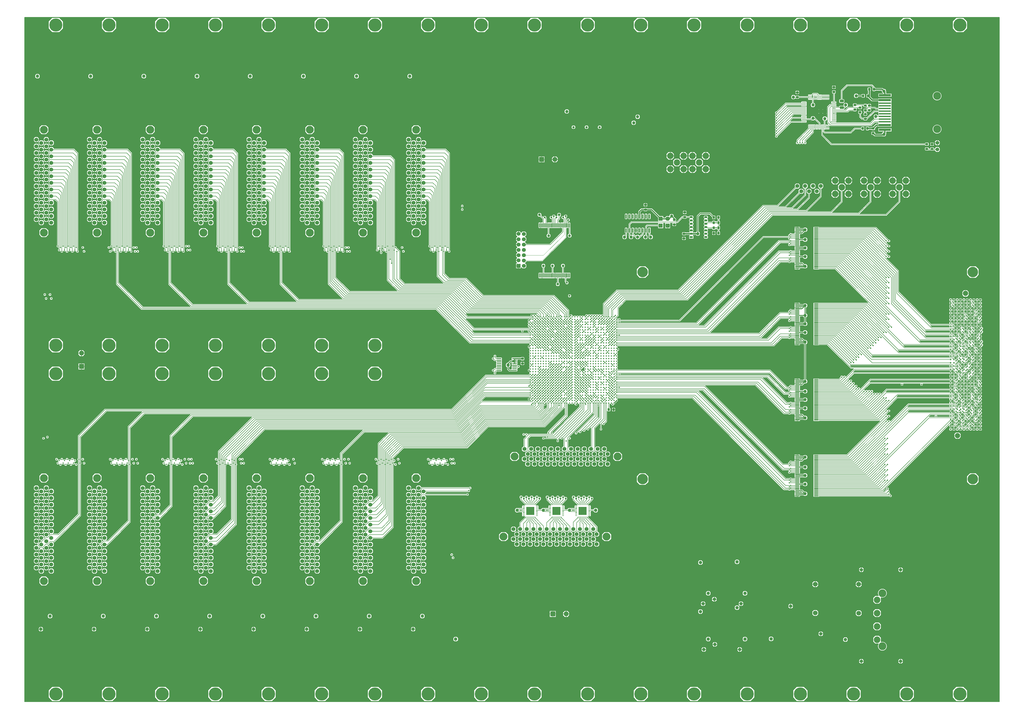
<source format=gbl>
%FSAX43Y43*%
%MOMM*%
G71*
G01*
G75*
G04 Layer_Physical_Order=12*
G04 Layer_Color=255*
%ADD10C,0.175*%
%ADD11R,0.500X0.600*%
%ADD12R,0.600X0.500*%
%ADD13R,3.048X3.048*%
G04:AMPARAMS|DCode=14|XSize=0.5mm|YSize=0.6mm|CornerRadius=0mm|HoleSize=0mm|Usage=FLASHONLY|Rotation=225.000|XOffset=0mm|YOffset=0mm|HoleType=Round|Shape=Rectangle|*
%AMROTATEDRECTD14*
4,1,4,-0.035,0.389,0.389,-0.035,0.035,-0.389,-0.389,0.035,-0.035,0.389,0.0*
%
%ADD14ROTATEDRECTD14*%

G04:AMPARAMS|DCode=15|XSize=0.5mm|YSize=0.6mm|CornerRadius=0mm|HoleSize=0mm|Usage=FLASHONLY|Rotation=315.000|XOffset=0mm|YOffset=0mm|HoleType=Round|Shape=Rectangle|*
%AMROTATEDRECTD15*
4,1,4,-0.389,-0.035,0.035,0.389,0.389,0.035,-0.035,-0.389,-0.389,-0.035,0.0*
%
%ADD15ROTATEDRECTD15*%

G04:AMPARAMS|DCode=16|XSize=1mm|YSize=2mm|CornerRadius=0.1mm|HoleSize=0mm|Usage=FLASHONLY|Rotation=270.000|XOffset=0mm|YOffset=0mm|HoleType=Round|Shape=RoundedRectangle|*
%AMROUNDEDRECTD16*
21,1,1.000,1.800,0,0,270.0*
21,1,0.800,2.000,0,0,270.0*
1,1,0.200,-0.900,-0.400*
1,1,0.200,-0.900,0.400*
1,1,0.200,0.900,0.400*
1,1,0.200,0.900,-0.400*
%
%ADD16ROUNDEDRECTD16*%
G04:AMPARAMS|DCode=17|XSize=1mm|YSize=1.5mm|CornerRadius=0.1mm|HoleSize=0mm|Usage=FLASHONLY|Rotation=270.000|XOffset=0mm|YOffset=0mm|HoleType=Round|Shape=RoundedRectangle|*
%AMROUNDEDRECTD17*
21,1,1.000,1.300,0,0,270.0*
21,1,0.800,1.500,0,0,270.0*
1,1,0.200,-0.650,-0.400*
1,1,0.200,-0.650,0.400*
1,1,0.200,0.650,0.400*
1,1,0.200,0.650,-0.400*
%
%ADD17ROUNDEDRECTD17*%
G04:AMPARAMS|DCode=18|XSize=0.8mm|YSize=1mm|CornerRadius=0.08mm|HoleSize=0mm|Usage=FLASHONLY|Rotation=270.000|XOffset=0mm|YOffset=0mm|HoleType=Round|Shape=RoundedRectangle|*
%AMROUNDEDRECTD18*
21,1,0.800,0.840,0,0,270.0*
21,1,0.640,1.000,0,0,270.0*
1,1,0.160,-0.420,-0.320*
1,1,0.160,-0.420,0.320*
1,1,0.160,0.420,0.320*
1,1,0.160,0.420,-0.320*
%
%ADD18ROUNDEDRECTD18*%
G04:AMPARAMS|DCode=19|XSize=0.8mm|YSize=1mm|CornerRadius=0.08mm|HoleSize=0mm|Usage=FLASHONLY|Rotation=0.000|XOffset=0mm|YOffset=0mm|HoleType=Round|Shape=RoundedRectangle|*
%AMROUNDEDRECTD19*
21,1,0.800,0.840,0,0,0.0*
21,1,0.640,1.000,0,0,0.0*
1,1,0.160,0.320,-0.420*
1,1,0.160,-0.320,-0.420*
1,1,0.160,-0.320,0.420*
1,1,0.160,0.320,0.420*
%
%ADD19ROUNDEDRECTD19*%
%ADD20R,0.762X2.540*%
%ADD21R,5.000X6.000*%
%ADD22R,2.540X0.762*%
%ADD23R,6.000X5.000*%
%ADD24R,3.048X3.048*%
%ADD25O,0.305X1.016*%
%ADD26O,0.813X0.305*%
%ADD27O,1.016X0.305*%
%ADD28O,0.305X0.813*%
%ADD29O,2.100X6.000*%
%ADD30O,2.100X6.000*%
%ADD31C,0.150*%
%ADD32C,1.524*%
%ADD33C,0.508*%
%ADD34C,0.254*%
%ADD35C,0.500*%
%ADD36C,1.000*%
%ADD37C,0.200*%
%ADD38C,1.160*%
%ADD39C,1.016*%
%ADD40C,0.400*%
%ADD41C,0.300*%
%ADD42C,1.500*%
%ADD43R,1.500X1.500*%
%ADD44R,1.850X1.850*%
%ADD45C,1.850*%
%ADD46R,1.850X1.850*%
%ADD47C,2.438*%
%ADD48C,1.524*%
%ADD49C,3.000*%
%ADD50C,2.500*%
%ADD51C,1.422*%
%ADD52C,4.000*%
%ADD53C,5.000*%
%ADD54C,2.000*%
%ADD55C,0.500*%
%ADD56C,1.300*%
%ADD57C,1.000*%
%ADD58C,0.700*%
%ADD59C,1.200*%
%ADD60C,1.270*%
%ADD61C,1.800*%
%ADD62C,0.600*%
%ADD63C,0.900*%
G04:AMPARAMS|DCode=64|XSize=1.65mm|YSize=1.65mm|CornerRadius=0mm|HoleSize=0mm|Usage=FLASHONLY|Rotation=0.000|XOffset=0mm|YOffset=0mm|HoleType=Round|Shape=Relief|Width=0.175mm|Gap=0.2mm|Entries=4|*
%AMTHD64*
7,0,0,1.650,1.250,0.175,45*
%
%ADD64THD64*%
G04:AMPARAMS|DCode=65|XSize=1.85mm|YSize=1.85mm|CornerRadius=0mm|HoleSize=0mm|Usage=FLASHONLY|Rotation=0.000|XOffset=0mm|YOffset=0mm|HoleType=Round|Shape=Relief|Width=0.175mm|Gap=0.2mm|Entries=4|*
%AMTHD65*
7,0,0,1.850,1.450,0.175,45*
%
%ADD65THD65*%
G04:AMPARAMS|DCode=66|XSize=2.0708mm|YSize=2.0708mm|CornerRadius=0mm|HoleSize=0mm|Usage=FLASHONLY|Rotation=0.000|XOffset=0mm|YOffset=0mm|HoleType=Round|Shape=Relief|Width=0.175mm|Gap=0.2mm|Entries=4|*
%AMTHD66*
7,0,0,2.071,1.671,0.175,45*
%
%ADD66THD66*%
%ADD67C,1.721*%
%ADD68C,2.700*%
%ADD69C,2.200*%
%ADD70C,3.400*%
G04:AMPARAMS|DCode=71|XSize=1.5628mm|YSize=1.5628mm|CornerRadius=0mm|HoleSize=0mm|Usage=FLASHONLY|Rotation=0.000|XOffset=0mm|YOffset=0mm|HoleType=Round|Shape=Relief|Width=0.175mm|Gap=0.2mm|Entries=4|*
%AMTHD71*
7,0,0,1.563,1.163,0.175,45*
%
%ADD71THD71*%
%ADD72C,1.213*%
%ADD73C,3.200*%
%ADD74C,1.670*%
G04:AMPARAMS|DCode=75|XSize=1mm|YSize=1mm|CornerRadius=0mm|HoleSize=0mm|Usage=FLASHONLY|Rotation=0.000|XOffset=0mm|YOffset=0mm|HoleType=Round|Shape=Relief|Width=0.175mm|Gap=0.2mm|Entries=4|*
%AMTHD75*
7,0,0,1.000,0.600,0.175,45*
%
%ADD75THD75*%
%ADD76C,1.000*%
%ADD77C,0.800*%
%ADD78C,0.650*%
%ADD79C,1.100*%
%ADD80C,1.400*%
%ADD81C,1.111*%
G04:AMPARAMS|DCode=82|XSize=1.4612mm|YSize=1.4612mm|CornerRadius=0mm|HoleSize=0mm|Usage=FLASHONLY|Rotation=0.000|XOffset=0mm|YOffset=0mm|HoleType=Round|Shape=Relief|Width=0.175mm|Gap=0.2mm|Entries=4|*
%AMTHD82*
7,0,0,1.461,1.061,0.175,45*
%
%ADD82THD82*%
%ADD83C,0.700*%
%ADD84C,1.600*%
G04:AMPARAMS|DCode=85|XSize=1.45mm|YSize=1.45mm|CornerRadius=0mm|HoleSize=0mm|Usage=FLASHONLY|Rotation=0.000|XOffset=0mm|YOffset=0mm|HoleType=Round|Shape=Relief|Width=0.175mm|Gap=0.2mm|Entries=4|*
%AMTHD85*
7,0,0,1.450,1.050,0.175,45*
%
%ADD85THD85*%
%ADD86C,0.900*%
G04:AMPARAMS|DCode=87|XSize=1.95mm|YSize=1.95mm|CornerRadius=0mm|HoleSize=0mm|Usage=FLASHONLY|Rotation=0.000|XOffset=0mm|YOffset=0mm|HoleType=Round|Shape=Relief|Width=0.175mm|Gap=0.2mm|Entries=4|*
%AMTHD87*
7,0,0,1.950,1.550,0.175,45*
%
%ADD87THD87*%
G04:AMPARAMS|DCode=88|XSize=1.55mm|YSize=1.55mm|CornerRadius=0mm|HoleSize=0mm|Usage=FLASHONLY|Rotation=0.000|XOffset=0mm|YOffset=0mm|HoleType=Round|Shape=Relief|Width=0.175mm|Gap=0.2mm|Entries=4|*
%AMTHD88*
7,0,0,1.550,1.150,0.175,45*
%
%ADD88THD88*%
G04:AMPARAMS|DCode=89|XSize=1.35mm|YSize=1.35mm|CornerRadius=0mm|HoleSize=0mm|Usage=FLASHONLY|Rotation=0.000|XOffset=0mm|YOffset=0mm|HoleType=Round|Shape=Relief|Width=0.175mm|Gap=0.2mm|Entries=4|*
%AMTHD89*
7,0,0,1.350,0.950,0.175,45*
%
%ADD89THD89*%
G04:AMPARAMS|DCode=90|XSize=1.05mm|YSize=1.05mm|CornerRadius=0mm|HoleSize=0mm|Usage=FLASHONLY|Rotation=0.000|XOffset=0mm|YOffset=0mm|HoleType=Round|Shape=Relief|Width=0.175mm|Gap=0.2mm|Entries=4|*
%AMTHD90*
7,0,0,1.050,0.650,0.175,45*
%
%ADD90THD90*%
%ADD91R,1.650X0.300*%
%ADD92O,1.270X0.762*%
%ADD93R,1.270X0.762*%
%ADD94O,0.508X1.778*%
%ADD95R,0.508X1.778*%
%ADD96R,1.500X1.600*%
G04:AMPARAMS|DCode=97|XSize=1.6mm|YSize=1.5mm|CornerRadius=0mm|HoleSize=0mm|Usage=FLASHONLY|Rotation=270.000|XOffset=0mm|YOffset=0mm|HoleType=Round|Shape=Octagon|*
%AMOCTAGOND97*
4,1,8,-0.375,-0.800,0.375,-0.800,0.750,-0.425,0.750,0.425,0.375,0.800,-0.375,0.800,-0.750,0.425,-0.750,-0.425,-0.375,-0.800,0.0*
%
%ADD97OCTAGOND97*%

%ADD98R,4.600X0.610*%
%ADD99R,4.600X0.810*%
%ADD100O,1.778X0.381*%
%ADD101R,1.778X0.381*%
%ADD102O,0.250X0.800*%
%ADD103R,0.800X0.250*%
%ADD104O,0.800X0.250*%
%ADD105O,0.250X0.800*%
%ADD106O,0.800X0.250*%
%ADD107R,3.100X3.100*%
%ADD108O,0.300X1.700*%
%ADD109O,1.600X0.250*%
%ADD110O,0.250X1.600*%
%ADD111R,0.250X1.600*%
%ADD112C,0.120*%
%ADD113C,0.305*%
G54D10*
X0376207Y0257450D02*
G03*
X0374420Y0259238I-0001788J0000000D01*
G01*
Y0255663D02*
G03*
X0376207Y0257450I0000000J0001788D01*
G01*
X0374420Y0259238D02*
G03*
X0372633Y0257450I0000000J-0001788D01*
G01*
D02*
G03*
X0374420Y0255663I0001788J0000000D01*
G01*
X0376207Y0244750D02*
G03*
X0374420Y0246538I-0001788J0000000D01*
G01*
Y0242963D02*
G03*
X0376207Y0244750I0000000J0001788D01*
G01*
X0374420Y0246538D02*
G03*
X0372633Y0244750I0000000J-0001788D01*
G01*
D02*
G03*
X0374420Y0242963I0001788J0000000D01*
G01*
X0350968Y0260538D02*
G03*
X0350688Y0260781I-0000348J-0000117D01*
G01*
X0350620Y0259212D02*
G03*
X0350968Y0259462I0000000J0000368D01*
G01*
X0349730Y0260689D02*
G03*
X0349612Y0260420I0000250J-0000269D01*
G01*
Y0259580D02*
G03*
X0349980Y0259212I0000368J0000000D01*
G01*
X0349188Y0260420D02*
G03*
X0348820Y0260788I-0000368J0000000D01*
G01*
X0349042Y0259287D02*
G03*
X0349188Y0259580I-0000221J0000293D01*
G01*
X0348180Y0260788D02*
G03*
X0347812Y0260420I0000000J-0000368D01*
G01*
Y0259580D02*
G03*
X0347958Y0259287I0000368J0000000D01*
G01*
X0347680Y0258288D02*
G03*
X0347312Y0257920I0000000J-0000368D01*
G01*
X0349288Y0254120D02*
G03*
X0348920Y0254488I-0000368J0000000D01*
G01*
X0349272Y0253375D02*
G03*
X0349288Y0253480I-0000352J0000105D01*
G01*
Y0252320D02*
G03*
X0349125Y0252625I-0000368J0000000D01*
G01*
X0347312Y0257080D02*
G03*
X0347680Y0256712I0000368J0000000D01*
G01*
X0348080Y0254488D02*
G03*
X0347750Y0254282I0000000J-0000368D01*
G01*
X0347750Y0252482D02*
G03*
X0347625Y0252625I-0000330J-0000162D01*
G01*
X0347875D02*
G03*
X0347750Y0252482I0000205J-0000305D01*
G01*
X0347750Y0254282D02*
G03*
X0347420Y0254488I-0000330J-0000162D01*
G01*
X0347594Y0252644D02*
G03*
X0347420Y0252688I-0000174J-0000324D01*
G01*
X0350420Y0244312D02*
G03*
X0350788Y0244680I0000000J0000368D01*
G01*
Y0243520D02*
G03*
X0350420Y0243887I-0000368J0000000D01*
G01*
X0348920Y0251312D02*
G03*
X0349288Y0251680I0000000J0000368D01*
G01*
X0347750Y0251518D02*
G03*
X0348080Y0251312I0000330J0000162D01*
G01*
X0347420D02*
G03*
X0347750Y0251518I0000000J0000368D01*
G01*
X0347420Y0249812D02*
G03*
X0347788Y0250180I0000000J0000368D01*
G01*
Y0250820D02*
G03*
X0347420Y0251188I-0000368J0000000D01*
G01*
X0347586Y0249348D02*
G03*
X0347420Y0249387I-0000166J-0000328D01*
G01*
X0349580Y0245688D02*
G03*
X0349287Y0245542I0000000J-0000368D01*
G01*
Y0244458D02*
G03*
X0349580Y0244312I0000293J0000221D01*
G01*
Y0243887D02*
G03*
X0349212Y0243520I0000000J-0000368D01*
G01*
Y0242880D02*
G03*
X0349580Y0242512I0000368J0000000D01*
G01*
X0347420Y0248012D02*
G03*
X0347788Y0248380I0000000J0000368D01*
G01*
X0348467Y0245542D02*
G03*
X0348120Y0245788I-0000347J-0000122D01*
G01*
Y0244212D02*
G03*
X0348467Y0244458I0000000J0000368D01*
G01*
X0347112Y0244580D02*
G03*
X0347480Y0244212I0000368J0000000D01*
G01*
Y0245788D02*
G03*
X0347112Y0245420I0000000J-0000368D01*
G01*
X0373288Y0239320D02*
G03*
X0372920Y0239688I-0000368J0000000D01*
G01*
Y0238312D02*
G03*
X0373288Y0238680I0000000J0000368D01*
G01*
X0372080Y0239688D02*
G03*
X0371712Y0239320I0000000J-0000368D01*
G01*
X0370080Y0239688D02*
G03*
X0369717Y0239375I0000000J-0000368D01*
G01*
X0371288Y0239320D02*
G03*
X0370920Y0239688I-0000368J0000000D01*
G01*
X0369717Y0238625D02*
G03*
X0370080Y0238312I0000363J0000055D01*
G01*
X0371712Y0238680D02*
G03*
X0372080Y0238312I0000368J0000000D01*
G01*
X0370920Y0238312D02*
G03*
X0371288Y0238680I0000000J0000368D01*
G01*
X0373288Y0237520D02*
G03*
X0372920Y0237887I-0000368J0000000D01*
G01*
X0372080D02*
G03*
X0371712Y0237520I0000000J-0000368D01*
G01*
X0371828Y0236613D02*
G03*
X0372080Y0236512I0000252J0000268D01*
G01*
X0371288Y0237520D02*
G03*
X0370920Y0237887I-0000368J0000000D01*
G01*
X0370080D02*
G03*
X0369712Y0237520I0000000J-0000368D01*
G01*
Y0236880D02*
G03*
X0370080Y0236512I0000368J0000000D01*
G01*
X0372920Y0236512D02*
G03*
X0373172Y0236613I0000000J0000368D01*
G01*
X0370920Y0236512D02*
G03*
X0371172Y0236613I0000000J0000368D01*
G01*
X0346888Y0257920D02*
G03*
X0346520Y0258288I-0000368J0000000D01*
G01*
X0345880D02*
G03*
X0345513Y0257940I0000000J-0000368D01*
G01*
X0346520Y0256712D02*
G03*
X0346888Y0257080I0000000J0000368D01*
G01*
X0345513Y0257060D02*
G03*
X0345880Y0256712I0000367J0000020D01*
G01*
X0346580Y0254488D02*
G03*
X0346315Y0254375I0000000J-0000368D01*
G01*
X0346212Y0253480D02*
G03*
X0346580Y0253113I0000368J0000000D01*
G01*
Y0252688D02*
G03*
X0346212Y0252320I0000000J-0000368D01*
G01*
Y0251680D02*
G03*
X0346580Y0251312I0000368J0000000D01*
G01*
Y0251188D02*
G03*
X0346212Y0250820I0000000J-0000368D01*
G01*
Y0250180D02*
G03*
X0346580Y0249812I0000368J0000000D01*
G01*
X0345789Y0253320D02*
G03*
X0345626Y0253625I-0000368J0000000D01*
G01*
X0345421Y0252312D02*
G03*
X0345789Y0252680I0000000J0000368D01*
G01*
X0344218Y0252625D02*
G03*
X0344581Y0252312I0000363J0000055D01*
G01*
X0345789Y0251520D02*
G03*
X0345421Y0251887I-0000368J0000000D01*
G01*
Y0250512D02*
G03*
X0345789Y0250880I0000000J0000368D01*
G01*
X0344581Y0251887D02*
G03*
X0344214Y0251520I0000000J-0000368D01*
G01*
Y0250880D02*
G03*
X0344581Y0250512I0000368J0000000D01*
G01*
X0346580Y0249387D02*
G03*
X0346217Y0249075I0000000J-0000368D01*
G01*
Y0248325D02*
G03*
X0346580Y0248012I0000363J0000055D01*
G01*
X0346320Y0244212D02*
G03*
X0346688Y0244580I0000000J0000368D01*
G01*
Y0245420D02*
G03*
X0346320Y0245788I-0000368J0000000D01*
G01*
X0345680D02*
G03*
X0345312Y0245420I0000000J-0000368D01*
G01*
Y0244580D02*
G03*
X0345680Y0244212I0000368J0000000D01*
G01*
X0343788Y0252520D02*
G03*
X0343772Y0252625I-0000368J0000000D01*
G01*
X0343420Y0251512D02*
G03*
X0343788Y0251880I0000000J0000368D01*
G01*
X0342580Y0254688D02*
G03*
X0342212Y0254320I0000000J-0000368D01*
G01*
X0343783Y0254375D02*
G03*
X0343420Y0254688I-0000363J-0000055D01*
G01*
X0342315Y0251625D02*
G03*
X0342580Y0251512I0000265J0000255D01*
G01*
X0342212Y0253680D02*
G03*
X0342375Y0253375I0000368J0000000D01*
G01*
X0335788Y0261120D02*
G03*
X0335420Y0261487I-0000368J0000000D01*
G01*
X0334580D02*
G03*
X0334212Y0261120I0000000J-0000368D01*
G01*
Y0260480D02*
G03*
X0334580Y0260112I0000368J0000000D01*
G01*
X0335420D02*
G03*
X0335788Y0260480I0000000J0000368D01*
G01*
Y0259320D02*
G03*
X0335420Y0259688I-0000368J0000000D01*
G01*
Y0258312D02*
G03*
X0335788Y0258680I0000000J0000368D01*
G01*
X0334580Y0259688D02*
G03*
X0334212Y0259320I0000000J-0000368D01*
G01*
Y0258680D02*
G03*
X0334580Y0258312I0000368J0000000D01*
G01*
X0339038Y0255900D02*
G03*
X0338650Y0256288I-0000387J0000000D01*
G01*
X0337350D02*
G03*
X0336962Y0255900I0000000J-0000387D01*
G01*
X0338650Y0254712D02*
G03*
X0339038Y0255100I0000000J0000387D01*
G01*
X0336962D02*
G03*
X0337350Y0254712I0000387J0000000D01*
G01*
Y0253788D02*
G03*
X0336963Y0253425I0000000J-0000387D01*
G01*
X0338996Y0252425D02*
G03*
X0339038Y0252600I-0000346J0000175D01*
G01*
X0359438Y0160092D02*
G03*
X0359550Y0160075I0000112J0000358D01*
G01*
X0359438Y0160092D02*
G03*
X0359550Y0160075I0000112J0000358D01*
G01*
X0321788Y0259120D02*
G03*
X0321420Y0259487I-0000368J0000000D01*
G01*
Y0258112D02*
G03*
X0321788Y0258480I0000000J0000368D01*
G01*
X0321783Y0257375D02*
G03*
X0321420Y0257688I-0000363J-0000055D01*
G01*
Y0256312D02*
G03*
X0321783Y0256625I0000000J0000368D01*
G01*
X0320580Y0259487D02*
G03*
X0320212Y0259120I0000000J-0000368D01*
G01*
Y0258480D02*
G03*
X0320580Y0258112I0000368J0000000D01*
G01*
Y0257688D02*
G03*
X0320288Y0257543I0000000J-0000368D01*
G01*
Y0256457D02*
G03*
X0320580Y0256312I0000292J0000223D01*
G01*
X0291587Y0211420D02*
G03*
X0291220Y0211788I-0000368J0000000D01*
G01*
X0290580D02*
G03*
X0290212Y0211420I0000000J-0000368D01*
G01*
X0289788D02*
G03*
X0289420Y0211788I-0000368J0000000D01*
G01*
X0278788Y0213240D02*
G03*
X0278420Y0213607I-0000368J0000000D01*
G01*
X0277580D02*
G03*
X0277212Y0213240I0000000J-0000368D01*
G01*
X0278420Y0212232D02*
G03*
X0278788Y0212600I0000000J0000368D01*
G01*
X0277212D02*
G03*
X0277580Y0212232I0000368J0000000D01*
G01*
X0278781Y0211508D02*
G03*
X0278420Y0211807I-0000361J-0000068D01*
G01*
X0277580D02*
G03*
X0277219Y0211508I0000000J-0000368D01*
G01*
X0274788Y0210420D02*
G03*
X0274445Y0210787I-0000368J0000000D01*
G01*
X0291288Y0210219D02*
G03*
X0291587Y0210580I-0000068J0000361D01*
G01*
X0290212D02*
G03*
X0290513Y0210219I0000368J0000000D01*
G01*
X0289420Y0210212D02*
G03*
X0289788Y0210580I0000000J0000368D01*
G01*
X0288413D02*
G03*
X0288780Y0210212I0000368J0000000D01*
G01*
X0291587Y0209420D02*
G03*
X0291288Y0209781I-0000368J0000000D01*
G01*
X0290513D02*
G03*
X0290232Y0209538I0000068J-0000361D01*
G01*
X0291288Y0208219D02*
G03*
X0291587Y0208580I-0000068J0000361D01*
G01*
X0289768Y0209538D02*
G03*
X0289420Y0209788I-0000348J-0000117D01*
G01*
X0288780D02*
G03*
X0288413Y0209420I0000000J-0000368D01*
G01*
X0291587Y0207420D02*
G03*
X0291288Y0207781I-0000368J0000000D01*
G01*
Y0206219D02*
G03*
X0291587Y0206580I-0000068J0000361D01*
G01*
X0290232Y0206462D02*
G03*
X0290513Y0206219I0000348J0000117D01*
G01*
X0289420Y0206212D02*
G03*
X0289768Y0206462I0000000J0000368D01*
G01*
X0288413Y0206580D02*
G03*
X0288780Y0206212I0000368J0000000D01*
G01*
X0291587Y0205420D02*
G03*
X0291288Y0205781I-0000368J0000000D01*
G01*
X0290513D02*
G03*
X0290212Y0205420I0000068J-0000361D01*
G01*
X0289788D02*
G03*
X0289420Y0205788I-0000368J0000000D01*
G01*
X0288780D02*
G03*
X0288413Y0205420I0000000J-0000368D01*
G01*
X0278420Y0210432D02*
G03*
X0278781Y0210732I0000000J0000368D01*
G01*
X0277241Y0210659D02*
G03*
X0277580Y0210432I0000339J0000141D01*
G01*
X0274733Y0209587D02*
G03*
X0274788Y0209780I-0000313J0000192D01*
G01*
Y0208620D02*
G03*
X0274733Y0208812I-0000368J0000000D01*
G01*
X0274420Y0207613D02*
G03*
X0274788Y0207980I0000000J0000368D01*
G01*
X0263788Y0216120D02*
G03*
X0263420Y0216488I-0000368J0000000D01*
G01*
X0262580D02*
G03*
X0262212Y0216120I0000000J-0000368D01*
G01*
X0263420Y0215113D02*
G03*
X0263788Y0215480I0000000J0000368D01*
G01*
X0262212D02*
G03*
X0262580Y0215113I0000368J0000000D01*
G01*
X0263747Y0214488D02*
G03*
X0263420Y0214688I-0000327J-0000168D01*
G01*
X0262580D02*
G03*
X0262253Y0214488I0000000J-0000368D01*
G01*
X0263420Y0213312D02*
G03*
X0263747Y0213512I0000000J0000368D01*
G01*
X0262253D02*
G03*
X0262580Y0213312I0000327J0000168D01*
G01*
X0273267Y0208812D02*
G03*
X0273212Y0208620I0000313J-0000192D01*
G01*
Y0207980D02*
G03*
X0273580Y0207613I0000368J0000000D01*
G01*
X0225363Y0210500D02*
G03*
X0225256Y0210756I-0000363J0000000D01*
G01*
X0291220Y0204212D02*
G03*
X0291587Y0204580I0000000J0000368D01*
G01*
X0290212D02*
G03*
X0290580Y0204212I0000368J0000000D01*
G01*
X0289420D02*
G03*
X0289788Y0204580I0000000J0000368D01*
G01*
X0288413D02*
G03*
X0288780Y0204212I0000368J0000000D01*
G01*
X0278413Y0205311D02*
G03*
X0278120Y0205458I-0000293J-0000221D01*
G01*
Y0204083D02*
G03*
X0278413Y0204229I0000000J0000368D01*
G01*
X0278487Y0203290D02*
G03*
X0278120Y0203658I-0000368J0000000D01*
G01*
Y0202283D02*
G03*
X0278487Y0202650I0000000J0000368D01*
G01*
X0277280Y0205458D02*
G03*
X0276913Y0205090I0000000J-0000368D01*
G01*
Y0204450D02*
G03*
X0277280Y0204083I0000368J0000000D01*
G01*
Y0203658D02*
G03*
X0276913Y0203290I0000000J-0000368D01*
G01*
Y0202650D02*
G03*
X0277280Y0202283I0000368J0000000D01*
G01*
X0353520Y0065483D02*
G03*
X0355307Y0067270I0000000J0001788D01*
G01*
X0353520Y0069058D02*
G03*
X0351732Y0067270I0000000J-0001788D01*
G01*
X0355307D02*
G03*
X0353520Y0069058I-0001788J0000000D01*
G01*
X0351732Y0067270D02*
G03*
X0352033Y0066277I0001788J0000000D01*
G01*
X0352980Y0065566D02*
G03*
X0353520Y0065483I0000540J0001704D01*
G01*
X0355307Y0046970D02*
G03*
X0353520Y0048758I-0001788J0000000D01*
G01*
Y0045183D02*
G03*
X0355307Y0046970I0000000J0001788D01*
G01*
X0353520Y0048758D02*
G03*
X0352980Y0048674I0000000J-0001788D01*
G01*
X0352033Y0047963D02*
G03*
X0351732Y0046970I0001487J-0000992D01*
G01*
D02*
G03*
X0353520Y0045183I0001788J0000000D01*
G01*
X0251488Y0137920D02*
G03*
X0251120Y0138288I-0000368J0000000D01*
G01*
X0250480D02*
G03*
X0250113Y0137920I0000000J-0000368D01*
G01*
X0251120Y0136712D02*
G03*
X0251488Y0137080I0000000J0000368D01*
G01*
X0250113D02*
G03*
X0250480Y0136712I0000368J0000000D01*
G01*
X0249688Y0137920D02*
G03*
X0249375Y0138283I-0000368J0000000D01*
G01*
X0249320Y0136712D02*
G03*
X0249688Y0137080I0000000J0000368D01*
G01*
X0248363Y0136895D02*
G03*
X0248680Y0136712I0000317J0000185D01*
G01*
X0216788Y0157271D02*
G03*
X0216420Y0157639I-0000368J0000000D01*
G01*
Y0156264D02*
G03*
X0216788Y0156631I0000000J0000368D01*
G01*
X0215580Y0157639D02*
G03*
X0215283Y0157488I0000000J-0000368D01*
G01*
X0215232Y0156512D02*
G03*
X0215580Y0156264I0000348J0000119D01*
G01*
X0216788Y0155471D02*
G03*
X0216420Y0155839I-0000368J0000000D01*
G01*
Y0154464D02*
G03*
X0216788Y0154831I0000000J0000368D01*
G01*
X0215580Y0155839D02*
G03*
X0215212Y0155471I0000000J-0000368D01*
G01*
Y0154831D02*
G03*
X0215580Y0154464I0000368J0000000D01*
G01*
X0385927Y0285449D02*
X0398212D01*
X0385927Y0285599D02*
X0398212D01*
X0385927Y0285299D02*
X0398212D01*
X0385927Y0285899D02*
X0398212D01*
X0385872Y0286049D02*
X0398212D01*
X0385927Y0285749D02*
X0398212D01*
X0385927Y0284999D02*
X0398212D01*
X0385927Y0285149D02*
X0398212D01*
X0385927Y0284849D02*
X0398212D01*
X0385927Y0283206D02*
Y0285994D01*
Y0284699D02*
X0398212D01*
X0385122Y0286799D02*
X0398212D01*
X0384972Y0286949D02*
X0398212D01*
X0385272Y0286649D02*
X0398212D01*
X0384672Y0287249D02*
X0398212D01*
X0384822Y0287099D02*
X0398212D01*
X0385572Y0286349D02*
X0398212D01*
X0385422Y0286499D02*
X0398212D01*
X0385722Y0286199D02*
X0398212D01*
X0385799Y0286122D02*
Y0287562D01*
X0384534Y0287388D02*
X0385927Y0285994D01*
Y0284099D02*
X0398212D01*
X0385927Y0284249D02*
X0398212D01*
X0385927Y0283949D02*
X0398212D01*
X0385927Y0284549D02*
X0398212D01*
X0385927Y0284399D02*
X0398212D01*
X0385927Y0283349D02*
X0398212D01*
X0385927Y0283499D02*
X0398212D01*
X0385921Y0283199D02*
X0398212D01*
X0385927Y0283799D02*
X0398212D01*
X0385927Y0283649D02*
X0398212D01*
X0385471Y0282749D02*
X0398212D01*
X0385321Y0282599D02*
X0398212D01*
X0385171Y0282449D02*
X0398212D01*
X0385771Y0283049D02*
X0398212D01*
X0385621Y0282899D02*
X0398212D01*
X0385021Y0282299D02*
X0398212D01*
X0384871Y0282149D02*
X0398212D01*
X0384721Y0281999D02*
X0398212D01*
X0384534Y0281812D02*
X0385927Y0283206D01*
X0384571Y0281849D02*
X0398212D01*
X0384749Y0287172D02*
Y0287562D01*
X0384599Y0287322D02*
Y0287562D01*
X0384899Y0287022D02*
Y0287562D01*
X0384299Y0287388D02*
Y0287562D01*
X0384449Y0287388D02*
Y0287562D01*
X0385499Y0286422D02*
Y0287562D01*
X0385349Y0286572D02*
Y0287562D01*
X0385649Y0286272D02*
Y0287562D01*
X0385049Y0286872D02*
Y0287562D01*
X0385199Y0286722D02*
Y0287562D01*
X0383999Y0287388D02*
Y0287562D01*
X0383849Y0287388D02*
Y0287562D01*
X0384149Y0287388D02*
Y0287562D01*
X0383549Y0287388D02*
Y0287562D01*
X0383699Y0287388D02*
Y0287562D01*
X0383249Y0287388D02*
Y0287562D01*
X0383099Y0287388D02*
Y0287562D01*
X0383399Y0287388D02*
Y0287562D01*
X0381299Y0286940D02*
Y0287562D01*
X0382949Y0287388D02*
Y0287562D01*
X0382649Y0287388D02*
Y0287562D01*
X0382499Y0287388D02*
Y0287562D01*
X0382799Y0287388D02*
Y0287562D01*
X0382199Y0287388D02*
Y0287562D01*
X0382349Y0287388D02*
Y0287562D01*
X0382049Y0287388D02*
Y0287562D01*
X0381746Y0287388D02*
X0384534D01*
X0381746Y0281812D02*
X0384534D01*
X0381749Y0287388D02*
Y0287562D01*
X0381899Y0287388D02*
Y0287562D01*
X0381449Y0287090D02*
Y0287562D01*
X0381149Y0286790D02*
Y0287562D01*
X0381599Y0287240D02*
Y0287562D01*
X0380849Y0286490D02*
Y0287562D01*
X0380999Y0286641D02*
Y0287562D01*
X0380699Y0286340D02*
Y0287562D01*
X0380549Y0286190D02*
Y0287562D01*
X0380353Y0285994D02*
X0381746Y0287388D01*
X0380399Y0286040D02*
Y0287562D01*
X0380353Y0283206D02*
Y0285994D01*
Y0283206D02*
X0381746Y0281812D01*
X0376102Y0258449D02*
X0398212D01*
X0376207Y0258299D02*
X0398212D01*
X0376199Y0258352D02*
Y0287562D01*
X0376049Y0258502D02*
Y0287562D01*
Y0258185D02*
Y0258502D01*
X0376207Y0258149D02*
X0398212D01*
X0376065D02*
X0376207D01*
X0376121Y0257999D02*
X0376207D01*
X0376199Y0257622D02*
Y0258352D01*
X0376207Y0257450D02*
Y0258344D01*
X0375802Y0258749D02*
X0398212D01*
X0375652Y0258899D02*
X0398212D01*
X0375952Y0258599D02*
X0398212D01*
X0375352Y0259199D02*
X0398212D01*
X0375502Y0259049D02*
X0398212D01*
X0375314Y0259238D02*
X0376207Y0258344D01*
X0375993Y0258299D02*
X0376207D01*
X0375789Y0258599D02*
X0375952D01*
X0375902Y0258449D02*
X0376102D01*
X0376207Y0257549D02*
X0398212D01*
X0376207Y0257699D02*
X0398212D01*
X0376207Y0257399D02*
X0398212D01*
X0376207Y0257999D02*
X0398212D01*
X0376207Y0257849D02*
X0398212D01*
X0376207Y0257099D02*
X0398212D01*
X0376207Y0257249D02*
X0398212D01*
X0376207Y0256949D02*
X0398212D01*
X0376207Y0256556D02*
Y0257450D01*
Y0256649D02*
X0398212D01*
X0376207Y0256799D02*
X0398212D01*
X0376085D02*
X0376207D01*
X0376151Y0256499D02*
X0398212D01*
X0376199Y0256548D02*
Y0257278D01*
X0376018Y0256649D02*
X0376207D01*
X0375314Y0255663D02*
X0376207Y0256556D01*
X0376199Y0245652D02*
Y0256548D01*
X0376049Y0256398D02*
Y0256715D01*
X0375934Y0256499D02*
X0376151D01*
X0375149Y0259238D02*
Y0287562D01*
X0374999Y0259238D02*
Y0287562D01*
X0375299Y0259238D02*
Y0287562D01*
X0374699Y0259238D02*
Y0287562D01*
X0374849Y0259238D02*
Y0287562D01*
X0375749Y0258802D02*
Y0287562D01*
X0375599Y0258952D02*
Y0287562D01*
X0375899Y0258652D02*
Y0287562D01*
X0375449Y0259102D02*
Y0287562D01*
X0375149Y0259082D02*
Y0259238D01*
X0374399D02*
Y0287562D01*
X0374249Y0259238D02*
Y0287562D01*
X0374549Y0259238D02*
Y0287562D01*
X0373949Y0259238D02*
Y0287562D01*
X0374099Y0259238D02*
Y0287562D01*
X0373649Y0259238D02*
Y0287562D01*
X0373499Y0259211D02*
Y0287562D01*
X0373799Y0259238D02*
Y0287562D01*
X0373199Y0258911D02*
Y0287562D01*
X0373349Y0259061D02*
Y0287562D01*
X0375449Y0258911D02*
Y0259102D01*
X0375218Y0259049D02*
X0375502D01*
X0375466Y0258899D02*
X0375652D01*
X0374999Y0259141D02*
Y0259238D01*
X0375299Y0259006D02*
Y0259238D01*
X0375899Y0258454D02*
Y0258652D01*
X0375647Y0258749D02*
X0375802D01*
X0375899Y0256248D02*
Y0256447D01*
X0375599Y0258793D02*
Y0258952D01*
X0375749Y0258645D02*
Y0258802D01*
X0374420Y0259238D02*
X0375314D01*
X0373526D02*
X0374420D01*
X0374787Y0259199D02*
X0375352D01*
X0373799Y0259126D02*
Y0259238D01*
X0373488Y0259199D02*
X0374053D01*
X0373649Y0259063D02*
Y0259238D01*
X0373499Y0258982D02*
Y0259211D01*
X0373338Y0259049D02*
X0373622D01*
X0373349Y0258881D02*
Y0259061D01*
X0373199Y0258756D02*
Y0258911D01*
X0365608Y0285899D02*
X0380353D01*
X0365552Y0286049D02*
X0380408D01*
X0365608Y0285749D02*
X0380353D01*
X0365608Y0285449D02*
X0380353D01*
X0365608Y0285599D02*
X0380353D01*
X0365608Y0285299D02*
X0380353D01*
X0365608Y0284999D02*
X0380353D01*
X0365608Y0285149D02*
X0380353D01*
X0365608Y0284849D02*
X0380353D01*
X0365608Y0283206D02*
Y0285994D01*
Y0284699D02*
X0380353D01*
X0364502Y0287099D02*
X0381458D01*
X0364352Y0287249D02*
X0381608D01*
X0364652Y0286949D02*
X0381308D01*
X0364802Y0286799D02*
X0381158D01*
X0364952Y0286649D02*
X0381008D01*
X0365252Y0286349D02*
X0380708D01*
X0365102Y0286499D02*
X0380858D01*
X0365402Y0286199D02*
X0380558D01*
X0365549Y0286052D02*
Y0287562D01*
X0364214Y0287388D02*
X0365608Y0285994D01*
Y0284099D02*
X0380353D01*
X0365608Y0284249D02*
X0380353D01*
X0365608Y0283949D02*
X0380353D01*
X0365608Y0284549D02*
X0380353D01*
X0365608Y0284399D02*
X0380353D01*
X0365608Y0283349D02*
X0380353D01*
X0365608Y0283499D02*
X0380353D01*
X0365601Y0283199D02*
X0380359D01*
X0365608Y0283799D02*
X0380353D01*
X0365608Y0283649D02*
X0380353D01*
X0365151Y0282749D02*
X0380809D01*
X0365001Y0282599D02*
X0380959D01*
X0364851Y0282449D02*
X0381109D01*
X0365451Y0283049D02*
X0380509D01*
X0365301Y0282899D02*
X0380659D01*
X0364551Y0282149D02*
X0381409D01*
X0364401Y0281999D02*
X0381559D01*
X0364251Y0281849D02*
X0381709D01*
X0364214Y0281812D02*
X0365608Y0283206D01*
X0364701Y0282299D02*
X0381259D01*
X0364499Y0287102D02*
Y0287562D01*
X0364349Y0287252D02*
Y0287562D01*
X0364649Y0286952D02*
Y0287562D01*
X0364049Y0287388D02*
Y0287562D01*
X0364199Y0287388D02*
Y0287562D01*
X0365249Y0286352D02*
Y0287562D01*
X0365099Y0286502D02*
Y0287562D01*
X0365399Y0286202D02*
Y0287562D01*
X0364799Y0286802D02*
Y0287562D01*
X0364949Y0286652D02*
Y0287562D01*
X0362999Y0287388D02*
Y0287562D01*
X0362849Y0287388D02*
Y0287562D01*
X0363149Y0287388D02*
Y0287562D01*
X0362549Y0287388D02*
Y0287562D01*
X0362699Y0287388D02*
Y0287562D01*
X0363749Y0287388D02*
Y0287562D01*
X0363599Y0287388D02*
Y0287562D01*
X0363899Y0287388D02*
Y0287562D01*
X0363299Y0287388D02*
Y0287562D01*
X0363449Y0287388D02*
Y0287562D01*
X0362249Y0287388D02*
Y0287562D01*
X0362099Y0287388D02*
Y0287562D01*
X0362399Y0287388D02*
Y0287562D01*
X0361799Y0287388D02*
Y0287562D01*
X0361949Y0287388D02*
Y0287562D01*
X0361649Y0287388D02*
Y0287562D01*
X0361499Y0287388D02*
Y0287562D01*
X0361426Y0287388D02*
X0364214D01*
X0361199Y0287161D02*
Y0287562D01*
X0361349Y0287311D02*
Y0287562D01*
X0360899Y0286861D02*
Y0287562D01*
X0360749Y0286711D02*
Y0287562D01*
X0361049Y0287011D02*
Y0287562D01*
X0360449Y0286411D02*
Y0287562D01*
X0360599Y0286561D02*
Y0287562D01*
X0360299Y0286261D02*
Y0287562D01*
X0360033Y0285994D02*
X0361426Y0287388D01*
X0360033Y0283206D02*
X0361426Y0281812D01*
X0360149Y0286111D02*
Y0287562D01*
X0360033Y0283206D02*
Y0285994D01*
X0355007Y0259649D02*
X0398212D01*
X0354957Y0259799D02*
X0398212D01*
X0355007Y0259499D02*
X0398212D01*
X0354657Y0260099D02*
X0398212D01*
X0353982Y0260249D02*
X0398212D01*
X0354807Y0259949D02*
X0398212D01*
X0373049Y0258761D02*
Y0287562D01*
X0355007Y0259349D02*
X0398212D01*
X0372749Y0258461D02*
Y0287562D01*
X0372899Y0258611D02*
Y0287562D01*
X0350282Y0261299D02*
X0398212D01*
X0350132Y0261449D02*
X0398212D01*
X0350432Y0261149D02*
X0398212D01*
X0349832Y0261749D02*
X0398212D01*
X0349982Y0261599D02*
X0398212D01*
X0350964Y0260549D02*
X0398212D01*
X0350859Y0260699D02*
X0398212D01*
X0353832Y0260399D02*
X0398212D01*
X0350582Y0260999D02*
X0398212D01*
X0350688Y0260849D02*
X0398212D01*
X0373188Y0258899D02*
X0373374D01*
X0373038Y0258749D02*
X0373193D01*
X0372888Y0258599D02*
X0373051D01*
X0373049Y0258597D02*
Y0258761D01*
X0372738Y0258449D02*
X0372938D01*
X0372899Y0256290D02*
Y0256511D01*
Y0258389D02*
Y0258611D01*
X0372689Y0256499D02*
X0372906D01*
X0372749Y0258085D02*
Y0258461D01*
X0372633Y0256649D02*
X0372822D01*
X0372633Y0258344D02*
X0373526Y0259238D01*
X0355038Y0259049D02*
X0373338D01*
X0355038Y0258899D02*
X0373188D01*
X0355038Y0258749D02*
X0373038D01*
X0355038Y0258599D02*
X0372888D01*
X0372633Y0258299D02*
X0372847D01*
X0372633Y0256556D02*
X0373526Y0255663D01*
X0372633Y0258149D02*
X0372775D01*
X0372633Y0256799D02*
X0372755D01*
X0372599Y0239688D02*
Y0287562D01*
X0372449Y0239688D02*
Y0287562D01*
X0372633Y0257450D02*
Y0258344D01*
X0370799Y0239688D02*
Y0287562D01*
X0372299Y0239688D02*
Y0287562D01*
X0371999Y0239679D02*
Y0287562D01*
X0371849Y0239606D02*
Y0287562D01*
X0372149Y0239688D02*
Y0287562D01*
X0370949Y0239686D02*
Y0287562D01*
X0371099Y0239641D02*
Y0287562D01*
X0370199Y0239688D02*
Y0287562D01*
X0361426Y0281812D02*
X0364214D01*
X0355038Y0258449D02*
X0372738D01*
X0355038Y0258413D02*
X0357087D01*
Y0257028D02*
Y0258413D01*
X0370499Y0239688D02*
Y0287562D01*
X0370349Y0239688D02*
Y0287562D01*
X0370649Y0239688D02*
Y0287562D01*
X0369899Y0239640D02*
Y0287562D01*
X0370049Y0239686D02*
Y0287562D01*
X0357087Y0258149D02*
X0372633D01*
X0357087Y0258299D02*
X0372633D01*
Y0257999D02*
X0372719D01*
X0357087D02*
X0372633D01*
X0357087Y0257849D02*
X0372633D01*
Y0256556D02*
Y0257450D01*
X0357087Y0257399D02*
X0372633D01*
X0372749Y0256440D02*
Y0256815D01*
X0357087Y0257699D02*
X0372633D01*
X0357087Y0257549D02*
X0372633D01*
X0357087Y0257099D02*
X0372633D01*
X0357087Y0257249D02*
X0372633D01*
X0349513Y0256799D02*
X0372633D01*
X0351913Y0257028D02*
X0357087D01*
X0349363Y0256949D02*
X0372633D01*
X0351913Y0256573D02*
X0357087D01*
X0349663Y0256649D02*
X0372633D01*
X0357087Y0256499D02*
X0372689D01*
X0356999Y0256573D02*
Y0257028D01*
X0357087Y0255273D02*
Y0256573D01*
X0376001Y0256349D02*
X0398212D01*
X0375851Y0256199D02*
X0398212D01*
X0375701Y0256049D02*
X0398212D01*
X0375829Y0256349D02*
X0376001D01*
X0375749Y0256098D02*
Y0256255D01*
X0375697Y0256199D02*
X0375851D01*
X0376049Y0245802D02*
Y0256398D01*
X0375899Y0245952D02*
Y0256248D01*
X0375749Y0246102D02*
Y0256098D01*
X0375599Y0255948D02*
Y0256107D01*
Y0246252D02*
Y0255948D01*
X0375551Y0255899D02*
X0398212D01*
X0375531Y0256049D02*
X0375701D01*
X0375401Y0255749D02*
X0398212D01*
X0375449Y0255798D02*
Y0255989D01*
X0375309Y0255899D02*
X0375551D01*
X0375449Y0246402D02*
Y0255798D01*
X0374971Y0255749D02*
X0375401D01*
X0375314Y0246538D02*
X0376207Y0245644D01*
X0374420Y0255663D02*
X0375314D01*
X0374420Y0246538D02*
X0375314D01*
X0376002Y0245850D02*
X0398212D01*
X0375852Y0246000D02*
X0398212D01*
X0376152Y0245700D02*
X0398212D01*
X0375899Y0245754D02*
Y0245952D01*
X0375829Y0245850D02*
X0376002D01*
X0376207Y0245550D02*
X0398212D01*
X0376019D02*
X0376207D01*
Y0245400D02*
X0398212D01*
X0376049Y0245485D02*
Y0245802D01*
X0375934Y0245700D02*
X0376152D01*
X0375552Y0246300D02*
X0398212D01*
X0375402Y0246450D02*
X0398212D01*
X0375311Y0246300D02*
X0375552D01*
X0374974Y0246450D02*
X0375402D01*
X0375449Y0246211D02*
Y0246402D01*
X0375749Y0245945D02*
Y0246102D01*
X0375702Y0246150D02*
X0398212D01*
X0375698Y0246000D02*
X0375852D01*
X0375599Y0246093D02*
Y0246252D01*
X0375532Y0246150D02*
X0375702D01*
X0375299Y0255663D02*
Y0255894D01*
X0375149Y0255663D02*
Y0255818D01*
X0374999Y0255663D02*
Y0255759D01*
X0373649Y0255663D02*
Y0255837D01*
X0373526Y0255663D02*
X0374420D01*
X0374399Y0246538D02*
Y0255663D01*
X0374249Y0246538D02*
Y0255663D01*
X0374849Y0246538D02*
Y0255663D01*
X0373799D02*
Y0255774D01*
X0374099Y0246538D02*
Y0255663D01*
X0373349Y0255840D02*
Y0256019D01*
X0373139Y0256049D02*
X0373309D01*
X0373289Y0255899D02*
X0373531D01*
X0373049Y0256140D02*
Y0256303D01*
X0373199Y0255990D02*
Y0256144D01*
X0373499Y0255690D02*
Y0255918D01*
X0373439Y0255749D02*
X0373869D01*
X0373499Y0246511D02*
Y0255690D01*
X0373199Y0246211D02*
Y0255990D01*
X0373349Y0246361D02*
Y0255840D01*
X0375149Y0246538D02*
Y0255663D01*
X0374999Y0246538D02*
Y0255663D01*
X0375299Y0246538D02*
Y0255663D01*
X0373949Y0246538D02*
Y0255663D01*
X0374699Y0246538D02*
Y0255663D01*
X0375149Y0246382D02*
Y0246538D01*
X0374999Y0246441D02*
Y0246538D01*
X0375299Y0246306D02*
Y0246538D01*
X0373799D02*
Y0255663D01*
X0374549Y0246538D02*
Y0255663D01*
X0373799Y0246426D02*
Y0246538D01*
X0373526D02*
X0374420D01*
X0373438Y0246450D02*
X0373866D01*
X0373649Y0246538D02*
Y0255663D01*
Y0246363D02*
Y0246538D01*
X0373499Y0246282D02*
Y0246511D01*
X0373349Y0246181D02*
Y0246361D01*
X0373288Y0246300D02*
X0373529D01*
X0373199Y0246056D02*
Y0246211D01*
X0373138Y0246150D02*
X0373308D01*
X0376207Y0245100D02*
X0398212D01*
X0376207Y0245250D02*
X0398212D01*
X0376207Y0244950D02*
X0398212D01*
X0376207Y0244800D02*
X0398212D01*
X0376207Y0244750D02*
Y0245644D01*
Y0244650D02*
X0398212D01*
X0376207Y0244200D02*
X0398212D01*
X0376207Y0244500D02*
X0398212D01*
X0376207Y0244050D02*
X0398212D01*
X0376207Y0243856D02*
Y0244750D01*
Y0243900D02*
X0398212D01*
X0376085Y0245400D02*
X0376207D01*
Y0244350D02*
X0398212D01*
X0376199Y0244922D02*
Y0245652D01*
X0376121Y0244200D02*
X0376207D01*
X0376065Y0244050D02*
X0376207D01*
X0375992Y0243900D02*
X0376207D01*
X0376199Y0243848D02*
Y0244578D01*
X0376049Y0243698D02*
Y0244015D01*
X0376101Y0243750D02*
X0398212D01*
X0375901D02*
X0376101D01*
X0375951Y0243600D02*
X0398212D01*
X0375899Y0243548D02*
Y0243747D01*
X0375788Y0243600D02*
X0375951D01*
X0375801Y0243450D02*
X0398212D01*
X0375651Y0243300D02*
X0398212D01*
X0375501Y0243150D02*
X0398212D01*
X0375749Y0243398D02*
Y0243555D01*
X0375646Y0243450D02*
X0375801D01*
X0375351Y0243000D02*
X0398212D01*
X0375089Y0240450D02*
X0398212D01*
X0375239Y0240300D02*
X0398212D01*
X0375314Y0242963D02*
X0376207Y0243856D01*
X0375465Y0243300D02*
X0375651D01*
X0375499Y0239700D02*
X0398212D01*
X0375499Y0239850D02*
X0398212D01*
X0375499Y0239550D02*
X0398212D01*
X0375389Y0240150D02*
X0398212D01*
X0375499Y0240000D02*
X0398212D01*
X0375599Y0243248D02*
Y0243407D01*
X0375449Y0243098D02*
Y0243289D01*
X0375216Y0243150D02*
X0375501D01*
X0375299Y0242963D02*
Y0243194D01*
X0374782Y0243000D02*
X0375351D01*
X0375449Y0240089D02*
Y0243098D01*
X0375149Y0242963D02*
Y0243118D01*
X0374999Y0242963D02*
Y0243059D01*
X0373799Y0242963D02*
Y0243074D01*
X0374849Y0240539D02*
Y0242963D01*
X0373349Y0243140D02*
Y0243319D01*
X0373189Y0243300D02*
X0373375D01*
X0373339Y0243150D02*
X0373624D01*
X0373049Y0243440D02*
Y0243603D01*
X0373199Y0243290D02*
Y0243444D01*
X0373649Y0242963D02*
Y0243137D01*
X0373499Y0242990D02*
Y0243218D01*
X0373489Y0243000D02*
X0374058D01*
X0373049Y0239664D02*
Y0243440D01*
X0373199Y0239559D02*
Y0243290D01*
X0374999Y0240539D02*
Y0242963D01*
X0374699Y0240539D02*
Y0242963D01*
X0374420D02*
X0375314D01*
X0374399Y0240539D02*
Y0242963D01*
X0374549Y0240539D02*
Y0242963D01*
X0375299Y0240239D02*
Y0242963D01*
X0374999Y0240539D02*
X0375499Y0240039D01*
X0375149Y0240389D02*
Y0242963D01*
X0374249Y0240539D02*
Y0242963D01*
X0373526D02*
X0374420D01*
X0374001Y0240539D02*
X0374999D01*
X0373949Y0240487D02*
Y0242963D01*
X0374099Y0240539D02*
Y0242963D01*
X0373799Y0240337D02*
Y0242963D01*
X0373501Y0240039D02*
X0374001Y0240539D01*
X0373649Y0240187D02*
Y0242963D01*
X0373207Y0239550D02*
X0373501D01*
X0357087Y0253199D02*
X0398212D01*
X0357087Y0253349D02*
X0398212D01*
X0357087Y0253049D02*
X0398212D01*
X0357087Y0253649D02*
X0398212D01*
X0357087Y0253799D02*
X0398212D01*
X0357087Y0253499D02*
X0398212D01*
X0357087Y0252449D02*
X0398212D01*
X0357087Y0252599D02*
X0398212D01*
X0357087Y0252299D02*
X0398212D01*
X0357087Y0252899D02*
X0398212D01*
X0357087Y0252749D02*
X0398212D01*
X0357087Y0254849D02*
X0398212D01*
X0357087Y0254999D02*
X0398212D01*
X0357087Y0254699D02*
X0398212D01*
X0357087Y0255299D02*
X0398212D01*
X0357087Y0255149D02*
X0398212D01*
X0357087Y0254099D02*
X0398212D01*
X0357087Y0254249D02*
X0398212D01*
X0357087Y0253949D02*
X0398212D01*
X0357087Y0254549D02*
X0398212D01*
X0357087Y0254399D02*
X0398212D01*
X0357087Y0248999D02*
X0398212D01*
X0357087Y0249150D02*
X0398212D01*
X0357087Y0248850D02*
X0398212D01*
X0357087Y0249449D02*
X0398212D01*
X0357087Y0249299D02*
X0398212D01*
X0357087Y0248249D02*
X0398212D01*
X0357087Y0248400D02*
X0398212D01*
X0357087Y0248100D02*
X0398212D01*
X0357087Y0248699D02*
X0398212D01*
X0357087Y0248549D02*
X0398212D01*
X0357087Y0251699D02*
X0398212D01*
X0357087Y0251850D02*
X0398212D01*
X0357087Y0251549D02*
X0398212D01*
X0357087Y0252150D02*
X0398212D01*
X0357087Y0251999D02*
X0398212D01*
X0357087Y0249749D02*
X0398212D01*
X0357087Y0251100D02*
X0398212D01*
X0357087Y0249600D02*
X0398212D01*
X0357087Y0251400D02*
X0398212D01*
X0357087Y0251249D02*
X0398212D01*
X0372989Y0256199D02*
X0373143D01*
X0372839Y0256349D02*
X0373011D01*
X0357087Y0256049D02*
X0373139D01*
X0357087Y0256349D02*
X0372839D01*
X0357087Y0256199D02*
X0372989D01*
X0357087Y0255599D02*
X0398212D01*
X0357087Y0255749D02*
X0373439D01*
X0357087Y0255449D02*
X0398212D01*
X0357087Y0255899D02*
X0373289D01*
X0357087Y0255188D02*
Y0255273D01*
Y0254088D02*
Y0254253D01*
Y0254088D02*
Y0254253D01*
Y0253233D02*
Y0254088D01*
Y0255188D02*
Y0255273D01*
Y0254253D02*
Y0255188D01*
Y0252048D02*
Y0252213D01*
Y0253068D01*
Y0252048D02*
Y0252213D01*
Y0253068D02*
Y0253233D01*
Y0253068D02*
Y0253233D01*
Y0250049D02*
X0398212D01*
X0357087Y0250008D02*
Y0250173D01*
Y0249900D02*
X0398212D01*
X0357087Y0250008D02*
Y0250173D01*
Y0249153D02*
Y0250008D01*
Y0247968D02*
Y0248133D01*
Y0248988D01*
Y0247968D02*
Y0248133D01*
Y0248988D02*
Y0249153D01*
Y0248988D02*
Y0249153D01*
Y0250949D02*
X0398212D01*
X0357087Y0251028D02*
Y0251193D01*
Y0250799D02*
X0398212D01*
X0357087Y0251193D02*
Y0252048D01*
Y0251028D02*
Y0251193D01*
Y0250499D02*
X0398212D01*
X0357087Y0250650D02*
X0398212D01*
X0357087Y0250350D02*
X0398212D01*
X0357087Y0250173D02*
Y0251028D01*
Y0250199D02*
X0398212D01*
X0357087Y0247499D02*
X0398212D01*
X0357087Y0247799D02*
X0398212D01*
X0357087Y0247350D02*
X0398212D01*
X0373049Y0246061D02*
Y0256140D01*
X0357087Y0247200D02*
X0398212D01*
X0372633Y0245644D02*
X0373526Y0246538D01*
X0372988Y0246000D02*
X0373142D01*
X0372899Y0245911D02*
Y0256290D01*
X0373049Y0245897D02*
Y0246061D01*
X0357087Y0246900D02*
X0398212D01*
X0357087Y0247050D02*
X0398212D01*
X0357087Y0246750D02*
X0398212D01*
X0357087Y0247949D02*
X0398212D01*
X0357087Y0247650D02*
X0398212D01*
X0357087Y0246450D02*
X0373438D01*
X0357087Y0246600D02*
X0398212D01*
X0357087Y0246300D02*
X0373288D01*
X0357087Y0246150D02*
X0373138D01*
X0357087Y0246000D02*
X0372988D01*
X0372838Y0245850D02*
X0373011D01*
X0372739Y0243750D02*
X0372939D01*
X0372889Y0243600D02*
X0373052D01*
X0372688Y0245700D02*
X0372906D01*
X0372899Y0243590D02*
Y0243811D01*
X0372633Y0243856D02*
X0373526Y0242963D01*
X0373039Y0243450D02*
X0373194D01*
X0355038D02*
X0373039D01*
X0372080Y0239688D02*
X0372920D01*
X0355038Y0243000D02*
X0373489D01*
X0355007Y0242850D02*
X0398212D01*
X0355007Y0242700D02*
X0398212D01*
X0355038Y0243300D02*
X0373189D01*
X0355038Y0243150D02*
X0373339D01*
X0354904Y0242250D02*
X0398212D01*
X0354754Y0242100D02*
X0398212D01*
X0354604Y0241950D02*
X0398212D01*
X0355007Y0242550D02*
X0398212D01*
X0355007Y0242400D02*
X0398212D01*
X0372899Y0245689D02*
Y0245911D01*
X0372749Y0245761D02*
Y0256440D01*
X0357087Y0245850D02*
X0372838D01*
X0357087Y0245648D02*
Y0246948D01*
Y0245700D02*
X0372688D01*
X0372749Y0245385D02*
Y0245761D01*
X0372633Y0245550D02*
X0372821D01*
X0372633Y0245400D02*
X0372755D01*
X0372633Y0244750D02*
Y0245644D01*
X0357087Y0243807D02*
Y0245193D01*
Y0246948D02*
Y0247033D01*
X0351913Y0245648D02*
X0357087D01*
X0351335Y0245550D02*
X0372633D01*
X0357087Y0247033D02*
Y0247968D01*
Y0246948D02*
Y0247033D01*
X0351185Y0245400D02*
X0372633D01*
X0351035Y0245250D02*
X0372633D01*
X0357087Y0245100D02*
X0372633D01*
X0356999Y0245193D02*
Y0245648D01*
X0351913Y0245193D02*
X0357087D01*
X0372633Y0244050D02*
X0372775D01*
X0372633Y0244200D02*
X0372719D01*
X0372633Y0243900D02*
X0372848D01*
X0372633Y0243856D02*
Y0244750D01*
X0357087Y0244500D02*
X0372633D01*
X0372749Y0239688D02*
Y0243740D01*
Y0244115D01*
X0372899Y0239688D02*
Y0243590D01*
X0370080Y0239688D02*
X0370920D01*
X0371207Y0239550D02*
X0371793D01*
X0357087Y0244350D02*
X0372633D01*
X0357087Y0244650D02*
X0372633D01*
X0357087Y0244200D02*
X0372633D01*
X0357087Y0244950D02*
X0372633D01*
X0357087Y0244800D02*
X0372633D01*
X0357087Y0243900D02*
X0372633D01*
X0355038Y0243750D02*
X0372739D01*
X0355038Y0243600D02*
X0372889D01*
X0357087Y0244050D02*
X0372633D01*
X0355038Y0243807D02*
X0357087D01*
X0356099Y0258413D02*
Y0287562D01*
X0355949Y0258413D02*
Y0287562D01*
X0356249Y0258413D02*
Y0287562D01*
X0355649Y0258413D02*
Y0287562D01*
X0355499Y0258413D02*
Y0287562D01*
X0355799Y0258413D02*
Y0287562D01*
X0356849Y0258413D02*
Y0287562D01*
X0356699Y0258413D02*
Y0287562D01*
X0356999Y0258413D02*
Y0287562D01*
X0356399Y0258413D02*
Y0287562D01*
X0356549Y0258413D02*
Y0287562D01*
X0354449Y0260194D02*
Y0287562D01*
X0353999Y0260232D02*
Y0287562D01*
X0354599Y0260157D02*
Y0287562D01*
X0353699Y0260532D02*
Y0287562D01*
X0353849Y0260382D02*
Y0287562D01*
X0355199Y0258413D02*
Y0287562D01*
X0355049Y0258413D02*
Y0287562D01*
X0355349Y0258413D02*
Y0287562D01*
X0354749Y0260007D02*
Y0287562D01*
X0354899Y0259857D02*
Y0287562D01*
X0354299Y0260194D02*
Y0287562D01*
X0354149Y0260194D02*
Y0287562D01*
X0354038Y0260194D02*
X0354563D01*
X0353694Y0260538D02*
X0353963Y0260269D01*
X0354038Y0260194D01*
X0355038Y0258656D02*
Y0259194D01*
Y0258656D02*
Y0259194D01*
Y0258413D02*
Y0258656D01*
X0354563Y0260194D02*
X0355007Y0259750D01*
Y0259225D02*
Y0259750D01*
X0353156Y0260538D02*
X0353694D01*
X0353156D02*
X0353694D01*
X0353963Y0260269D01*
X0353399Y0260538D02*
Y0287562D01*
X0353549Y0260538D02*
Y0287562D01*
Y0258413D02*
Y0258544D01*
X0353232Y0258862D02*
X0353675Y0258419D01*
X0353962D01*
X0353249Y0258413D02*
Y0258844D01*
X0353399Y0258413D02*
Y0258694D01*
X0352349Y0260538D02*
Y0287562D01*
X0352199Y0260538D02*
Y0287562D01*
X0352499Y0260538D02*
Y0287562D01*
X0351899Y0260538D02*
Y0287562D01*
X0352049Y0260538D02*
Y0287562D01*
X0353099Y0260538D02*
Y0287562D01*
X0352949Y0260538D02*
Y0287562D01*
X0353249Y0260538D02*
Y0287562D01*
X0352649Y0260538D02*
Y0287562D01*
X0352799Y0260538D02*
Y0287562D01*
X0350849Y0260707D02*
Y0287562D01*
X0350699Y0260779D02*
Y0287562D01*
X0350999Y0260538D02*
Y0287562D01*
X0350399Y0261182D02*
Y0287562D01*
X0350549Y0261032D02*
Y0287562D01*
X0351599Y0260538D02*
Y0287562D01*
X0351449Y0260538D02*
Y0287562D01*
X0351749Y0260538D02*
Y0287562D01*
X0351149Y0260538D02*
Y0287562D01*
X0351299Y0260538D02*
Y0287562D01*
X0353156Y0259462D02*
X0353232Y0259387D01*
X0353099Y0258413D02*
Y0259462D01*
X0353232Y0258862D02*
Y0259387D01*
X0352799Y0258413D02*
Y0259462D01*
X0352949Y0258413D02*
Y0259462D01*
X0352499Y0258413D02*
Y0259462D01*
X0352349Y0258413D02*
Y0259462D01*
X0352649Y0258413D02*
Y0259462D01*
X0352049Y0258413D02*
Y0259462D01*
X0352199Y0258413D02*
Y0259462D01*
X0350688Y0260781D02*
Y0260894D01*
X0350494Y0261087D02*
X0350688Y0260894D01*
Y0260781D02*
Y0260894D01*
X0350249Y0261332D02*
Y0287562D01*
X0350494Y0261087D02*
X0350688Y0260894D01*
X0350968Y0259462D02*
X0353156D01*
X0350968Y0260538D02*
X0353156D01*
X0350906Y0259349D02*
X0353232D01*
X0355949Y0256573D02*
Y0257028D01*
X0355799Y0256573D02*
Y0257028D01*
X0356099Y0256573D02*
Y0257028D01*
X0355499Y0256573D02*
Y0257028D01*
X0355349Y0256573D02*
Y0257028D01*
X0355649Y0256573D02*
Y0257028D01*
X0356699Y0256573D02*
Y0257028D01*
X0356549Y0256573D02*
Y0257028D01*
X0356849Y0256573D02*
Y0257028D01*
X0356249Y0256573D02*
Y0257028D01*
X0356399Y0256573D02*
Y0257028D01*
X0354299Y0256573D02*
Y0257028D01*
X0354149Y0256573D02*
Y0257028D01*
X0354449Y0256573D02*
Y0257028D01*
X0351913Y0258413D02*
X0353962D01*
X0352649Y0256573D02*
Y0257028D01*
X0355049Y0256573D02*
Y0257028D01*
X0354899Y0256573D02*
Y0257028D01*
X0355199Y0256573D02*
Y0257028D01*
X0354599Y0256573D02*
Y0257028D01*
X0354749Y0256573D02*
Y0257028D01*
X0353249Y0256573D02*
Y0257028D01*
X0353099Y0256573D02*
Y0257028D01*
X0353399Y0256573D02*
Y0257028D01*
X0352799Y0256573D02*
Y0257028D01*
X0352949Y0256573D02*
Y0257028D01*
X0353999Y0256573D02*
Y0257028D01*
X0353849Y0256573D02*
Y0257028D01*
X0353549Y0256573D02*
Y0257028D01*
X0353699Y0256573D02*
Y0257028D01*
X0352349Y0256573D02*
Y0257028D01*
X0352199Y0256573D02*
Y0257028D01*
X0352499Y0256573D02*
Y0257028D01*
X0352049Y0256573D02*
Y0257028D01*
X0351913Y0256422D02*
Y0256573D01*
Y0254088D02*
Y0254253D01*
Y0254088D02*
Y0254253D01*
Y0253233D02*
Y0254088D01*
X0350859Y0253349D02*
X0351913D01*
X0351899Y0256422D02*
Y0259462D01*
X0351749Y0256422D02*
Y0259462D01*
X0351913Y0257028D02*
Y0258413D01*
X0351449Y0256422D02*
Y0259462D01*
X0351599Y0256422D02*
Y0259462D01*
X0351749Y0253015D02*
Y0255339D01*
X0351599Y0253015D02*
Y0255339D01*
X0351899Y0253015D02*
Y0255339D01*
X0351299Y0253015D02*
Y0255339D01*
X0351449Y0253015D02*
Y0255339D01*
X0351149Y0256422D02*
Y0259462D01*
X0350999Y0256422D02*
Y0259462D01*
X0351299Y0256422D02*
Y0259462D01*
X0350849Y0256422D02*
Y0259293D01*
X0350699Y0256422D02*
Y0259221D01*
X0350549Y0256422D02*
Y0259212D01*
X0350399Y0256422D02*
Y0259212D01*
Y0253375D02*
Y0255339D01*
X0350249Y0256422D02*
Y0259212D01*
Y0253375D02*
Y0255339D01*
X0351913Y0255188D02*
Y0255273D01*
Y0255188D02*
Y0255273D01*
Y0254253D02*
Y0255188D01*
X0350999Y0253209D02*
Y0255339D01*
X0351009Y0253199D02*
X0351913D01*
Y0253068D02*
Y0253233D01*
Y0253068D02*
Y0253233D01*
X0351194Y0253015D02*
X0351913D01*
X0351149Y0253059D02*
Y0255339D01*
X0351021Y0253188D02*
X0351194Y0253015D01*
X0350849Y0253359D02*
Y0255339D01*
X0350459Y0253375D02*
X0350834D01*
X0350459D02*
X0350834D01*
X0350549D02*
Y0255339D01*
X0350699Y0253375D02*
Y0255339D01*
X0350834Y0253375D02*
X0351021Y0253188D01*
X0350834Y0253375D02*
X0351021Y0253188D01*
X0350459Y0252625D02*
X0350631Y0252453D01*
X0350249Y0251995D02*
Y0252625D01*
X0350399Y0251995D02*
Y0252625D01*
X0349949Y0261632D02*
Y0287562D01*
X0349694Y0261888D02*
X0349888Y0261694D01*
X0349694Y0261888D02*
X0349888Y0261694D01*
X0349649Y0261888D02*
Y0287562D01*
X0349499Y0261888D02*
Y0287562D01*
X0349799Y0261782D02*
Y0287562D01*
X0350099Y0261482D02*
Y0287562D01*
X0349888Y0261694D02*
X0350494Y0261087D01*
X0349649Y0260580D02*
Y0260769D01*
X0349612Y0259580D02*
Y0260420D01*
X0349306Y0261112D02*
X0349730Y0260689D01*
X0349306Y0261888D02*
X0349694D01*
X0349059Y0260699D02*
X0349719D01*
X0349349Y0261888D02*
Y0287562D01*
X0349306Y0261888D02*
X0349694D01*
X0349188Y0260399D02*
X0349612D01*
X0349164Y0260549D02*
X0349636D01*
X0349188Y0260249D02*
X0349612D01*
X0349188Y0260099D02*
X0349612D01*
X0349188Y0259949D02*
X0349612D01*
X0349179Y0259499D02*
X0349621D01*
X0349106Y0259349D02*
X0349694D01*
X0349188Y0259799D02*
X0349612D01*
X0349188Y0259649D02*
X0349612D01*
X0349042Y0259049D02*
X0353232D01*
X0349042Y0259199D02*
X0353232D01*
X0349042Y0258899D02*
X0353232D01*
X0349980Y0259212D02*
X0350620D01*
X0349063Y0257249D02*
X0351913D01*
X0349042Y0258599D02*
X0353494D01*
X0349042Y0258749D02*
X0353344D01*
X0349042Y0258449D02*
X0353644D01*
X0349042Y0258299D02*
X0351913D01*
X0349042Y0258149D02*
X0351913D01*
X0349042Y0257549D02*
X0351913D01*
X0349042Y0257699D02*
X0351913D01*
X0349042Y0257399D02*
X0351913D01*
X0349042Y0257999D02*
X0351913D01*
X0349042Y0257849D02*
X0351913D01*
X0349049Y0261888D02*
Y0287562D01*
X0348899Y0261888D02*
Y0287562D01*
X0349199Y0261888D02*
Y0287562D01*
X0348599Y0261888D02*
Y0287562D01*
X0348749Y0261888D02*
Y0287562D01*
X0348599Y0260788D02*
Y0261112D01*
X0348449Y0261888D02*
Y0287562D01*
X0348749Y0260788D02*
Y0261112D01*
X0348299Y0261888D02*
Y0287562D01*
X0348449Y0260788D02*
Y0261112D01*
X0347999Y0261888D02*
Y0287562D01*
X0347849Y0261888D02*
Y0287562D01*
X0348149Y0261888D02*
Y0287562D01*
X0347549Y0261888D02*
Y0287562D01*
X0347699Y0261888D02*
Y0287562D01*
X0348299Y0260788D02*
Y0261112D01*
X0347399Y0261888D02*
Y0287562D01*
Y0258157D02*
Y0261112D01*
X0347099Y0261888D02*
Y0287562D01*
X0347249Y0261888D02*
Y0287562D01*
X0349049Y0260707D02*
Y0261112D01*
X0348899Y0260779D02*
Y0261112D01*
X0348180Y0260788D02*
X0348820D01*
X0347999Y0260740D02*
Y0261112D01*
X0348149Y0260786D02*
Y0261112D01*
X0349188Y0259580D02*
Y0260420D01*
X0349049Y0257263D02*
Y0259293D01*
X0349042Y0257271D02*
Y0259287D01*
X0347849Y0260580D02*
Y0261112D01*
X0347812Y0259580D02*
Y0260420D01*
X0347849Y0258288D02*
Y0259420D01*
X0347958Y0258288D02*
Y0259287D01*
X0347699Y0258288D02*
Y0261112D01*
X0347680Y0258288D02*
X0347958D01*
X0347549Y0258263D02*
Y0261112D01*
X0350099Y0256422D02*
Y0259212D01*
X0349949Y0256422D02*
Y0259214D01*
X0349813Y0256499D02*
X0351913D01*
X0349649Y0256663D02*
Y0259420D01*
X0349799Y0256513D02*
Y0259260D01*
X0349891Y0255339D02*
X0351913D01*
X0349891Y0256422D02*
X0351913D01*
X0350099Y0253375D02*
Y0255339D01*
X0349799Y0253375D02*
Y0255339D01*
X0349949Y0253375D02*
Y0255339D01*
X0349213Y0257099D02*
X0351913D01*
X0349042Y0257271D02*
X0349891Y0256422D01*
X0349349Y0255339D02*
X0349891D01*
X0349349Y0256963D02*
Y0261069D01*
X0349499Y0256813D02*
Y0260919D01*
X0349649Y0253375D02*
Y0255339D01*
X0349349Y0253375D02*
Y0255339D01*
X0349349D02*
X0349891D01*
X0349078Y0255609D02*
X0349349Y0255339D01*
X0349078Y0255609D02*
X0349349Y0255339D01*
X0349288Y0253799D02*
X0351913D01*
X0349288Y0253949D02*
X0351913D01*
X0350099Y0251862D02*
Y0252625D01*
X0349499Y0253375D02*
Y0255339D01*
X0349288Y0253480D02*
Y0254120D01*
X0349799Y0251562D02*
Y0252625D01*
X0349649Y0251412D02*
Y0252625D01*
X0349949Y0251712D02*
Y0252625D01*
X0349349Y0251112D02*
Y0252625D01*
X0349499Y0251262D02*
Y0252625D01*
X0349264Y0254249D02*
X0351913D01*
X0349159Y0254399D02*
X0351913D01*
X0349288Y0253649D02*
X0351913D01*
X0349288Y0254099D02*
X0351913D01*
X0349288Y0253499D02*
X0351913D01*
X0349272Y0253375D02*
X0350459D01*
X0349125Y0252625D02*
X0350459D01*
X0349199Y0257113D02*
Y0261112D01*
X0348229Y0256458D02*
X0349078Y0255609D01*
X0348749Y0254488D02*
Y0255938D01*
X0347975Y0256712D02*
X0348229Y0256458D01*
X0348599Y0254488D02*
Y0256088D01*
X0348449Y0254488D02*
Y0256238D01*
X0348299Y0254488D02*
Y0256388D01*
X0348899Y0254488D02*
Y0255788D01*
X0347999Y0254479D02*
Y0256688D01*
X0348149Y0254488D02*
Y0256538D01*
X0347680Y0256712D02*
X0347975D01*
X0348229Y0256458D01*
X0347312Y0257080D02*
Y0257920D01*
X0347399Y0254488D02*
Y0256843D01*
X0347699Y0254359D02*
Y0256712D01*
X0347549Y0254464D02*
Y0256737D01*
X0347849Y0254406D02*
Y0256712D01*
X0347099Y0254488D02*
Y0261112D01*
X0347249Y0254488D02*
Y0261112D01*
X0349199Y0254359D02*
Y0255488D01*
X0349049Y0254464D02*
Y0255638D01*
X0348080Y0254488D02*
X0348920D01*
X0347659Y0254399D02*
X0347841D01*
X0347625Y0252625D02*
X0347875D01*
X0347125Y0253113D02*
X0347425Y0252812D01*
X0347399Y0252688D02*
Y0252838D01*
X0346949Y0252688D02*
Y0253113D01*
X0347249Y0252688D02*
Y0252988D01*
X0347425Y0252812D02*
X0347594Y0252644D01*
X0347625Y0252625D02*
X0347875D01*
X0347099Y0252688D02*
Y0253113D01*
X0347425Y0252812D02*
X0347594Y0252644D01*
X0351913Y0252048D02*
Y0252213D01*
Y0252048D02*
Y0252213D01*
Y0251028D02*
Y0251193D01*
Y0251028D02*
Y0251193D01*
X0351899Y0251995D02*
Y0252265D01*
X0351913Y0250173D02*
Y0251028D01*
Y0250008D02*
Y0250173D01*
Y0250008D02*
Y0250173D01*
Y0247033D02*
Y0247165D01*
X0351749Y0250159D02*
Y0251245D01*
X0351899Y0246882D02*
Y0247165D01*
X0351194Y0252265D02*
X0351913D01*
X0350608Y0251995D02*
X0351913D01*
X0350462Y0251100D02*
X0351913D01*
X0351749Y0251995D02*
Y0252265D01*
X0350608Y0251245D02*
X0351913D01*
X0351559Y0250350D02*
X0351913D01*
X0350312Y0250949D02*
X0351913D01*
X0351709Y0250199D02*
X0351913D01*
X0351441Y0250467D02*
X0351884Y0250024D01*
X0351599Y0246882D02*
Y0247165D01*
X0354299Y0245193D02*
Y0245648D01*
X0352949Y0245193D02*
Y0245648D01*
X0354899Y0245193D02*
Y0245648D01*
X0352199Y0245193D02*
Y0245648D01*
X0352499Y0245193D02*
Y0245648D01*
X0356699Y0245193D02*
Y0245648D01*
X0355349Y0245193D02*
Y0245648D01*
X0356849Y0245193D02*
Y0245648D01*
X0355049Y0245193D02*
Y0245648D01*
X0355199Y0245193D02*
Y0245648D01*
X0350728Y0247165D02*
X0351913D01*
X0350612Y0247050D02*
X0351913D01*
Y0246948D02*
Y0247033D01*
X0351749Y0246882D02*
Y0247165D01*
X0351913Y0246948D02*
Y0247033D01*
Y0245648D02*
Y0245799D01*
X0351485Y0245700D02*
X0351913D01*
X0352049Y0245193D02*
Y0245648D01*
X0351584Y0246882D02*
X0351913D01*
X0351584Y0245799D02*
X0351913D01*
X0351449Y0251995D02*
Y0252265D01*
X0351299Y0251995D02*
Y0252265D01*
X0351599Y0251995D02*
Y0252265D01*
X0350999Y0251995D02*
Y0252265D01*
X0351149Y0251995D02*
Y0252265D01*
X0351449Y0250459D02*
Y0251245D01*
X0351299Y0250467D02*
Y0251245D01*
X0351599Y0250309D02*
Y0251245D01*
X0350999Y0250467D02*
Y0251245D01*
X0351149Y0250467D02*
Y0251245D01*
X0350849Y0251995D02*
Y0252265D01*
X0350819D02*
X0351194D01*
X0350819D02*
X0351194D01*
X0350631Y0252453D02*
X0350819Y0252265D01*
X0350631Y0252453D02*
X0350819Y0252265D01*
X0350699Y0251995D02*
Y0252384D01*
X0350233Y0251995D02*
X0350608D01*
X0350849Y0250467D02*
Y0251245D01*
X0350549Y0251995D02*
Y0252534D01*
X0350233Y0251995D02*
X0350608D01*
X0351449Y0246882D02*
Y0247165D01*
X0351299Y0246882D02*
Y0247165D01*
X0351042Y0246882D02*
X0351584D01*
X0350699Y0250467D02*
Y0251245D01*
X0351149Y0246882D02*
Y0247165D01*
X0350772Y0246611D02*
X0351042Y0246882D01*
X0350772Y0246611D02*
X0351042Y0246882D01*
X0351584D01*
X0350849Y0246689D02*
Y0247165D01*
X0350999Y0246839D02*
Y0247165D01*
X0350549Y0250464D02*
Y0251187D01*
X0350399Y0250314D02*
Y0251037D01*
X0350553Y0250467D02*
X0351441D01*
X0350249Y0250164D02*
Y0250887D01*
Y0248812D02*
Y0248996D01*
X0350699Y0246539D02*
Y0247137D01*
X0350549Y0246389D02*
Y0246987D01*
X0350312Y0246750D02*
X0350910D01*
X0350399Y0246239D02*
Y0246837D01*
X0350249Y0246089D02*
Y0246687D01*
X0356399Y0245193D02*
Y0245648D01*
X0356249Y0245193D02*
Y0245648D01*
X0356549Y0245193D02*
Y0245648D01*
X0355949Y0245193D02*
Y0245648D01*
X0355799Y0245193D02*
Y0245648D01*
X0356099Y0245193D02*
Y0245648D01*
X0355649Y0245193D02*
Y0245648D01*
X0355499Y0245193D02*
Y0245648D01*
X0355038Y0243446D02*
Y0243807D01*
X0354599Y0245193D02*
Y0245648D01*
X0354749Y0245193D02*
Y0245648D01*
X0354149Y0245193D02*
Y0245648D01*
X0353999Y0245193D02*
Y0245648D01*
X0354449Y0245193D02*
Y0245648D01*
X0353699Y0245193D02*
Y0245648D01*
X0353849Y0245193D02*
Y0245648D01*
X0353549Y0245193D02*
Y0245648D01*
X0353399Y0245193D02*
Y0245648D01*
X0353962Y0243684D02*
Y0243807D01*
X0353249Y0245193D02*
Y0245648D01*
Y0243258D02*
Y0243807D01*
X0353849Y0243684D02*
Y0243807D01*
X0353675Y0243684D02*
X0353962D01*
X0355038Y0242908D02*
Y0243446D01*
X0353549Y0243558D02*
Y0243807D01*
X0353699Y0243684D02*
Y0243807D01*
X0355038Y0242908D02*
Y0243446D01*
X0355007Y0242352D02*
Y0242877D01*
X0354563Y0241909D02*
X0355007Y0242352D01*
X0353621Y0241962D02*
X0353675Y0241909D01*
X0354563D01*
X0351913Y0243807D02*
X0353962D01*
X0350707Y0243750D02*
X0353962D01*
X0350779Y0243600D02*
X0353591D01*
X0353399Y0243408D02*
Y0243807D01*
X0350788Y0243450D02*
X0353441D01*
X0353232Y0243240D02*
X0353675Y0243684D01*
X0350788Y0243300D02*
X0353291D01*
X0350969Y0241962D02*
X0353554D01*
X0350857Y0243150D02*
X0353232D01*
X0350969Y0243038D02*
X0353232D01*
X0352799Y0245193D02*
Y0245648D01*
X0352649Y0245193D02*
Y0245648D01*
X0353099Y0245193D02*
Y0245648D01*
X0352349Y0245193D02*
Y0245648D01*
X0351913Y0243807D02*
Y0245193D01*
X0351749Y0243038D02*
Y0245799D01*
X0351599Y0243038D02*
Y0245799D01*
X0351899Y0243038D02*
Y0245799D01*
X0351449Y0243038D02*
Y0245664D01*
X0351299Y0243038D02*
Y0245514D01*
X0350885Y0245100D02*
X0351913D01*
X0350788Y0244950D02*
X0351913D01*
X0350788Y0244800D02*
X0351913D01*
X0350788Y0245002D02*
X0351584Y0245799D01*
X0350788Y0244680D02*
Y0245002D01*
X0351149Y0243038D02*
Y0245364D01*
X0350999Y0243038D02*
Y0245214D01*
X0350786Y0244650D02*
X0351913D01*
X0350849Y0243157D02*
Y0245064D01*
X0352349Y0243038D02*
Y0243807D01*
X0352199Y0243038D02*
Y0243807D01*
X0352499Y0243038D02*
Y0243807D01*
X0352049Y0243038D02*
Y0243807D01*
X0350788Y0243219D02*
Y0243520D01*
X0353099Y0243038D02*
Y0243807D01*
X0352949Y0243038D02*
Y0243807D01*
X0353232Y0243038D02*
Y0243240D01*
X0352649Y0243038D02*
Y0243807D01*
X0352799Y0243038D02*
Y0243807D01*
X0350740Y0244500D02*
X0351913D01*
X0350581Y0244350D02*
X0351913D01*
X0350549Y0243864D02*
Y0244336D01*
X0350249Y0243887D02*
Y0244312D01*
X0350399Y0243887D02*
Y0244312D01*
X0350788Y0243219D02*
X0350969Y0243038D01*
X0350431Y0241962D02*
X0350969D01*
X0350431D02*
X0350969D01*
X0350699Y0243759D02*
Y0244441D01*
X0350162Y0250799D02*
X0351913D01*
X0349288Y0252150D02*
X0351913D01*
X0350012Y0250650D02*
X0351913D01*
X0350045Y0251808D02*
X0350233Y0251995D01*
X0350045Y0251808D02*
X0350233Y0251995D01*
X0349288Y0251699D02*
X0349937D01*
X0350099Y0248662D02*
Y0250737D01*
X0349862Y0250499D02*
X0351913D01*
X0350109Y0250024D02*
X0350553Y0250467D01*
X0349949Y0248512D02*
Y0250587D01*
X0349799Y0248362D02*
Y0250437D01*
X0349264Y0252449D02*
X0350634D01*
X0349159Y0252599D02*
X0350484D01*
X0349288Y0252299D02*
X0350784D01*
X0349288Y0251850D02*
X0350087D01*
X0349264Y0251549D02*
X0349787D01*
X0349157Y0251400D02*
X0349637D01*
X0347586Y0249348D02*
X0350045Y0251808D01*
X0347875Y0248512D02*
X0350608Y0251245D01*
X0347375Y0251249D02*
X0349487D01*
X0347659Y0251100D02*
X0349337D01*
X0349712Y0250350D02*
X0350435D01*
X0349562Y0250199D02*
X0350285D01*
X0349412Y0250049D02*
X0350135D01*
X0349262Y0249900D02*
X0350109D01*
X0349112Y0249749D02*
X0350109D01*
X0350185Y0248748D02*
X0350342Y0248904D01*
X0350109Y0249136D02*
X0350342Y0248904D01*
X0350185Y0248748D02*
X0350342Y0248904D01*
X0349649Y0248212D02*
Y0250287D01*
X0350109Y0249136D02*
Y0250024D01*
X0348662Y0249299D02*
X0350109D01*
X0348512Y0249150D02*
X0350109D01*
X0348362Y0248999D02*
X0350246D01*
X0348962Y0249600D02*
X0350109D01*
X0348812Y0249449D02*
X0350109D01*
X0348212Y0248850D02*
X0350287D01*
X0348062Y0248699D02*
X0350137D01*
X0347912Y0248549D02*
X0349987D01*
X0347764Y0248249D02*
X0349687D01*
X0347657Y0248100D02*
X0349537D01*
X0349288Y0251680D02*
Y0252320D01*
X0349199Y0250962D02*
Y0251441D01*
X0349049Y0250812D02*
Y0251336D01*
X0348899Y0250662D02*
Y0251312D01*
X0348599Y0250362D02*
Y0251312D01*
X0348449Y0250212D02*
Y0251312D01*
X0348749Y0250512D02*
Y0251312D01*
X0348149Y0249912D02*
Y0251312D01*
X0348299Y0250062D02*
Y0251312D01*
X0347657Y0251400D02*
X0347843D01*
X0348080Y0251312D02*
X0348920D01*
X0347659Y0252599D02*
X0347841D01*
X0347849Y0249612D02*
Y0251394D01*
X0347699Y0251059D02*
Y0251441D01*
X0347999Y0249762D02*
Y0251321D01*
X0347549Y0251164D02*
Y0251336D01*
X0347375Y0251188D02*
Y0251312D01*
X0347788Y0250799D02*
X0349037D01*
X0347764Y0250949D02*
X0349187D01*
X0347788Y0250650D02*
X0348887D01*
X0347788Y0250499D02*
X0348737D01*
X0347788Y0250350D02*
X0348587D01*
X0347788Y0250199D02*
X0348437D01*
X0347764Y0250049D02*
X0348287D01*
X0347788Y0248425D02*
X0347875Y0248512D01*
X0347788Y0250180D02*
Y0250820D01*
Y0248425D02*
X0347875Y0248512D01*
X0347657Y0249900D02*
X0348137D01*
X0347699Y0249462D02*
Y0249941D01*
X0346949Y0249387D02*
Y0249812D01*
X0347549Y0249364D02*
Y0249836D01*
X0347399Y0249387D02*
Y0249812D01*
X0347099Y0249387D02*
Y0249812D01*
X0347249Y0249387D02*
Y0249812D01*
X0350162Y0246600D02*
X0350760D01*
X0349675Y0246113D02*
X0350728Y0247165D01*
X0350012Y0246450D02*
X0350610D01*
X0349862Y0246300D02*
X0350460D01*
X0349712Y0246150D02*
X0350310D01*
X0350099Y0245939D02*
Y0246537D01*
X0349848Y0245688D02*
X0350772Y0246611D01*
X0349949Y0245789D02*
Y0246387D01*
X0349799Y0245688D02*
Y0246237D01*
X0349649Y0245688D02*
Y0246087D01*
X0349487Y0245925D02*
X0349675Y0246113D01*
X0348812Y0247375D02*
X0350185Y0248748D01*
X0349562Y0246000D02*
X0350160D01*
X0349499Y0248062D02*
Y0250137D01*
X0349349Y0247912D02*
Y0249987D01*
X0349499Y0245679D02*
Y0245937D01*
X0349487Y0245925D02*
X0349675Y0246113D01*
X0349112Y0245925D02*
X0349487D01*
X0349349Y0245606D02*
Y0245925D01*
X0349112D02*
X0349487D01*
X0350099Y0243887D02*
Y0244312D01*
X0349949Y0243887D02*
Y0244312D01*
X0349580D02*
X0350420D01*
X0349580Y0245688D02*
X0349848D01*
X0349799Y0243887D02*
Y0244312D01*
X0350163Y0242231D02*
X0350431Y0241962D01*
X0349881Y0242512D02*
X0350163Y0242231D01*
X0350431Y0241962D01*
X0349649Y0243887D02*
Y0244312D01*
X0349580Y0242512D02*
X0349881D01*
X0348359Y0245700D02*
X0349860D01*
X0348464Y0245550D02*
X0349293D01*
X0348406Y0244350D02*
X0349419D01*
X0349580Y0243887D02*
X0350420D01*
X0349349Y0243806D02*
Y0244394D01*
X0349499Y0243879D02*
Y0244321D01*
X0349199Y0247762D02*
Y0249837D01*
X0349049Y0247612D02*
Y0249687D01*
X0348899Y0247462D02*
Y0249537D01*
X0348749Y0247375D02*
Y0249387D01*
X0348449Y0247375D02*
Y0249087D01*
X0348749Y0245542D02*
Y0245925D01*
X0348599Y0247375D02*
Y0249237D01*
X0349049Y0245542D02*
Y0245925D01*
X0348449Y0245583D02*
Y0245925D01*
X0348599Y0245542D02*
Y0245925D01*
X0348299Y0247375D02*
Y0248937D01*
X0348149Y0247375D02*
Y0248787D01*
X0347999Y0247375D02*
Y0248637D01*
X0347849Y0247375D02*
Y0248487D01*
X0347699Y0247375D02*
Y0248141D01*
X0347549Y0247375D02*
Y0248036D01*
X0347399Y0247375D02*
Y0248012D01*
X0347099Y0247375D02*
Y0248012D01*
X0347249Y0247375D02*
Y0248012D01*
X0348899Y0245542D02*
Y0245925D01*
X0348299Y0245741D02*
Y0245925D01*
X0348467Y0245542D02*
X0349287D01*
X0347999Y0245788D02*
Y0245925D01*
X0348149Y0245786D02*
Y0245925D01*
X0349199Y0245542D02*
Y0245925D01*
X0348467Y0244458D02*
X0349287D01*
X0349212Y0242880D02*
Y0243520D01*
X0347849Y0245788D02*
Y0245925D01*
X0347699Y0245788D02*
Y0245925D01*
X0347480Y0245788D02*
X0348120D01*
X0347399Y0245779D02*
Y0245925D01*
X0347549Y0245788D02*
Y0245925D01*
X0347480Y0244212D02*
X0348120D01*
X0347249Y0245706D02*
Y0245925D01*
X0347112Y0244580D02*
Y0245420D01*
X0389249Y0192382D02*
Y0287562D01*
X0389099Y0192387D02*
Y0287562D01*
X0389399Y0192232D02*
Y0287562D01*
X0388799Y0192387D02*
Y0287562D01*
X0388649Y0192387D02*
Y0287562D01*
X0388949Y0192387D02*
Y0287562D01*
X0389999Y0191632D02*
Y0287562D01*
X0389849Y0191782D02*
Y0287562D01*
X0390149Y0191482D02*
Y0287562D01*
X0389549Y0192082D02*
Y0287562D01*
X0389699Y0191932D02*
Y0287562D01*
X0388349Y0192387D02*
Y0287562D01*
X0388199Y0192387D02*
Y0287562D01*
X0388499Y0192387D02*
Y0287562D01*
X0387899Y0192387D02*
Y0287562D01*
X0388049Y0192387D02*
Y0287562D01*
X0386699Y0192130D02*
Y0287562D01*
X0386549Y0191980D02*
Y0287562D01*
X0387749Y0192387D02*
Y0287562D01*
X0385949Y0191380D02*
Y0287562D01*
X0386399Y0191830D02*
Y0287562D01*
X0387599Y0192387D02*
Y0287562D01*
X0387299Y0192387D02*
Y0287562D01*
X0375499Y0239400D02*
X0398212D01*
X0387149Y0192387D02*
Y0287562D01*
X0375499Y0239041D02*
Y0240039D01*
X0386999Y0192387D02*
Y0287562D01*
X0386849Y0192280D02*
Y0287562D01*
X0387449Y0192387D02*
Y0287562D01*
X0386099Y0191530D02*
Y0287562D01*
X0386249Y0191680D02*
Y0287562D01*
X0375408Y0238950D02*
X0398212D01*
X0375258Y0238800D02*
X0398212D01*
X0375108Y0238650D02*
X0398212D01*
X0375499Y0239250D02*
X0398212D01*
X0375499Y0239100D02*
X0398212D01*
X0374999Y0238541D02*
X0375499Y0239041D01*
X0373240Y0238500D02*
X0398212D01*
X0373081Y0238350D02*
X0398212D01*
X0375449Y0237549D02*
Y0238991D01*
X0375299Y0237699D02*
Y0238841D01*
X0373501Y0239041D02*
Y0240039D01*
Y0239041D02*
X0374001Y0238541D01*
X0373288Y0238680D02*
Y0239320D01*
Y0239250D02*
X0373501D01*
X0373799Y0237797D02*
Y0238743D01*
X0373649Y0237647D02*
Y0238893D01*
X0375149Y0237849D02*
Y0238691D01*
X0373349Y0237387D02*
Y0243140D01*
X0373499Y0237387D02*
Y0242990D01*
X0373279Y0239400D02*
X0373501D01*
X0373288Y0239100D02*
X0373501D01*
X0373288Y0238800D02*
X0373742D01*
X0373288Y0238950D02*
X0373592D01*
X0373286Y0238650D02*
X0373892D01*
X0374999Y0237999D02*
Y0238541D01*
X0374849Y0237999D02*
Y0238541D01*
X0374001D02*
X0374999D01*
X0374549Y0237999D02*
Y0238541D01*
X0374699Y0237999D02*
Y0238541D01*
X0374249Y0237999D02*
Y0238541D01*
X0374099Y0237999D02*
Y0238541D01*
X0374399Y0237999D02*
Y0238541D01*
X0373949Y0237947D02*
Y0238593D01*
X0373199Y0237759D02*
Y0238441D01*
X0372899Y0237887D02*
Y0238312D01*
X0372749Y0237887D02*
Y0238312D01*
X0372080D02*
X0372920D01*
X0372449Y0237887D02*
Y0238312D01*
X0372599Y0237887D02*
Y0238312D01*
X0373049Y0237864D02*
Y0238336D01*
X0372299Y0237887D02*
Y0238312D01*
X0372149Y0237887D02*
Y0238312D01*
X0371849Y0237806D02*
Y0238394D01*
X0371999Y0237879D02*
Y0238321D01*
X0391199Y0180087D02*
Y0287562D01*
X0391049Y0180087D02*
Y0287562D01*
X0391349Y0180032D02*
Y0287562D01*
X0390749Y0180087D02*
Y0287562D01*
X0390599Y0179980D02*
Y0287562D01*
X0390899Y0180087D02*
Y0287562D01*
X0391799Y0169077D02*
Y0287562D01*
X0391649Y0169108D02*
Y0287562D01*
X0391949Y0168927D02*
Y0287562D01*
X0390449Y0179830D02*
Y0287562D01*
X0391499Y0179882D02*
Y0287562D01*
X0390299Y0191332D02*
Y0287562D01*
X0385799Y0183212D02*
Y0283078D01*
X0385649Y0183212D02*
Y0282928D01*
X0385499Y0183212D02*
Y0282778D01*
X0385349Y0183212D02*
Y0282628D01*
X0385199Y0183212D02*
Y0282478D01*
X0385049Y0183212D02*
Y0282328D01*
X0384899Y0183212D02*
Y0282178D01*
X0384749Y0183212D02*
Y0282028D01*
X0381599Y0179870D02*
Y0281960D01*
X0384599Y0183180D02*
Y0281878D01*
X0384449Y0183030D02*
Y0281812D01*
X0384299Y0182880D02*
Y0281812D01*
X0383999Y0182580D02*
Y0281812D01*
X0384149Y0182730D02*
Y0281812D01*
X0383699Y0180062D02*
Y0281812D01*
X0383549Y0180087D02*
Y0281812D01*
X0383849Y0179912D02*
Y0281812D01*
X0383249Y0180087D02*
Y0281812D01*
X0383399Y0180087D02*
Y0281812D01*
X0382349Y0180087D02*
Y0281812D01*
X0382199Y0180087D02*
Y0281812D01*
X0383099Y0180087D02*
Y0281812D01*
X0381899Y0180087D02*
Y0281812D01*
X0382049Y0180087D02*
Y0281812D01*
X0382799Y0179800D02*
Y0281812D01*
X0382649Y0179842D02*
Y0281812D01*
X0382949Y0179950D02*
Y0281812D01*
X0381749Y0180020D02*
Y0281812D01*
X0382499Y0179992D02*
Y0281812D01*
X0379649Y0180087D02*
Y0287562D01*
X0379499Y0180087D02*
Y0287562D01*
X0379799Y0180087D02*
Y0287562D01*
X0379199Y0180010D02*
Y0287562D01*
X0379349Y0180087D02*
Y0287562D01*
X0380099Y0179852D02*
Y0287562D01*
X0379949Y0180002D02*
Y0287562D01*
X0380249Y0179268D02*
Y0287562D01*
X0378899Y0170375D02*
Y0287562D01*
X0379049Y0179860D02*
Y0287562D01*
X0376949Y0170375D02*
Y0287562D01*
X0376799Y0170375D02*
Y0287562D01*
X0377999Y0170375D02*
Y0287562D01*
X0376349Y0170375D02*
Y0287562D01*
X0376649Y0170375D02*
Y0287562D01*
X0378599Y0170375D02*
Y0287562D01*
X0378449Y0170375D02*
Y0287562D01*
X0378749Y0170375D02*
Y0287562D01*
X0378149Y0170375D02*
Y0287562D01*
X0378299Y0170375D02*
Y0287562D01*
X0380999Y0180087D02*
Y0282560D01*
X0380849Y0180087D02*
Y0282710D01*
X0381149Y0180072D02*
Y0282410D01*
X0380549Y0180087D02*
Y0283010D01*
X0380699Y0180087D02*
Y0282859D01*
X0381299Y0179922D02*
Y0282260D01*
X0380399Y0179940D02*
Y0283160D01*
X0381449Y0165298D02*
Y0282109D01*
X0377699Y0170375D02*
Y0287562D01*
X0377849Y0170375D02*
Y0287562D01*
X0376199Y0170375D02*
Y0243848D01*
X0376049Y0170375D02*
Y0243698D01*
X0375899Y0170375D02*
Y0243548D01*
X0375749Y0170375D02*
Y0243398D01*
X0375599Y0170375D02*
Y0243248D01*
X0377399Y0170375D02*
Y0287562D01*
X0377249Y0170375D02*
Y0287562D01*
X0377549Y0170375D02*
Y0287562D01*
X0376499Y0170375D02*
Y0287562D01*
X0377099Y0170375D02*
Y0287562D01*
X0369749Y0239480D02*
Y0287562D01*
X0369599Y0239375D02*
Y0287562D01*
X0371249Y0239483D02*
Y0287562D01*
X0369299Y0239375D02*
Y0287562D01*
X0369149Y0239375D02*
Y0287562D01*
X0369449Y0239375D02*
Y0287562D01*
X0368849Y0239375D02*
Y0287562D01*
X0368699Y0239375D02*
Y0287562D01*
X0368999Y0239375D02*
Y0287562D01*
X0368399Y0239375D02*
Y0287562D01*
X0368549Y0239375D02*
Y0287562D01*
X0366599Y0239375D02*
Y0287562D01*
X0366449Y0239375D02*
Y0287562D01*
X0366749Y0239375D02*
Y0287562D01*
X0366149Y0239375D02*
Y0287562D01*
X0366299Y0239375D02*
Y0287562D01*
X0368099Y0239375D02*
Y0287562D01*
X0367649Y0239375D02*
Y0287562D01*
X0368249Y0239375D02*
Y0287562D01*
X0366899Y0239375D02*
Y0287562D01*
X0367049Y0239375D02*
Y0287562D01*
X0371279Y0239400D02*
X0371721D01*
X0371288Y0239250D02*
X0371712D01*
X0371288Y0239100D02*
X0371712D01*
X0371288Y0238800D02*
X0371712D01*
X0371288Y0238950D02*
X0371712D01*
X0371286Y0238650D02*
X0371714D01*
X0371288Y0238680D02*
Y0239320D01*
X0371712Y0238680D02*
Y0239320D01*
X0367949Y0239375D02*
Y0287562D01*
X0367799Y0239375D02*
Y0287562D01*
X0367199Y0239375D02*
Y0287562D01*
X0367349Y0239375D02*
Y0287562D01*
X0371240Y0238500D02*
X0371760D01*
X0371081Y0238350D02*
X0371919D01*
X0367499Y0239375D02*
Y0287562D01*
X0365249Y0239375D02*
Y0282848D01*
X0365099Y0239375D02*
Y0282698D01*
X0364949Y0239375D02*
Y0282548D01*
X0364799Y0239375D02*
Y0282398D01*
X0364649Y0239375D02*
Y0282248D01*
X0365849Y0239375D02*
Y0287562D01*
X0365699Y0239375D02*
Y0287562D01*
X0365999Y0239375D02*
Y0287562D01*
X0365549Y0239375D02*
Y0283148D01*
X0365399Y0239375D02*
Y0282998D01*
X0360599Y0239375D02*
Y0282639D01*
X0360449Y0239375D02*
Y0282789D01*
X0360749Y0239375D02*
Y0282489D01*
X0360149Y0239375D02*
Y0283089D01*
X0360299Y0239375D02*
Y0282939D01*
X0364499Y0239375D02*
Y0282098D01*
X0361199Y0239375D02*
Y0282039D01*
X0364349Y0239375D02*
Y0281948D01*
X0360899Y0239375D02*
Y0282339D01*
X0361049Y0239375D02*
Y0282189D01*
X0363299Y0239375D02*
Y0281812D01*
X0363149Y0239375D02*
Y0281812D01*
X0363449Y0239375D02*
Y0281812D01*
X0362849Y0239375D02*
Y0281812D01*
X0362999Y0239375D02*
Y0281812D01*
X0364049Y0239375D02*
Y0281812D01*
X0363899Y0239375D02*
Y0281812D01*
X0364199Y0239375D02*
Y0281812D01*
X0363599Y0239375D02*
Y0281812D01*
X0363749Y0239375D02*
Y0281812D01*
X0361799Y0239375D02*
Y0281812D01*
X0361649Y0239375D02*
Y0281812D01*
X0361949Y0239375D02*
Y0281812D01*
X0361349Y0239375D02*
Y0281889D01*
X0361499Y0239375D02*
Y0281812D01*
X0362549Y0239375D02*
Y0281812D01*
X0362399Y0239375D02*
Y0281812D01*
X0362699Y0239375D02*
Y0281812D01*
X0362099Y0239375D02*
Y0281812D01*
X0362249Y0239375D02*
Y0281812D01*
X0371699Y0237387D02*
Y0287562D01*
X0371549Y0237387D02*
Y0287562D01*
X0371399Y0237387D02*
Y0287562D01*
X0368849Y0173713D02*
Y0238625D01*
X0369449Y0173113D02*
Y0238625D01*
X0369299Y0173263D02*
Y0238625D01*
X0369599Y0172963D02*
Y0238625D01*
X0368999Y0173563D02*
Y0238625D01*
X0369149Y0173413D02*
Y0238625D01*
X0366749Y0175813D02*
Y0238625D01*
X0366599Y0175963D02*
Y0238625D01*
X0366899Y0175663D02*
Y0238625D01*
X0366149Y0176413D02*
Y0238625D01*
X0366449Y0176113D02*
Y0238625D01*
X0368549Y0174013D02*
Y0238625D01*
X0368399Y0174163D02*
Y0238625D01*
X0368699Y0173863D02*
Y0238625D01*
X0367049Y0175513D02*
Y0238625D01*
X0368249Y0174313D02*
Y0238625D01*
X0370799Y0237887D02*
Y0238312D01*
X0370649Y0237887D02*
Y0238312D01*
X0370080D02*
X0370920D01*
X0370199Y0237887D02*
Y0238312D01*
X0370499Y0237887D02*
Y0238312D01*
X0371249Y0237683D02*
Y0238517D01*
X0371099Y0237841D02*
Y0238359D01*
X0370949Y0237886D02*
Y0238314D01*
X0370049Y0237886D02*
Y0238314D01*
X0370349Y0237887D02*
Y0238312D01*
X0369749Y0237680D02*
Y0238520D01*
X0367349Y0175213D02*
Y0238625D01*
X0369899Y0237840D02*
Y0238360D01*
X0366299Y0176263D02*
Y0238625D01*
X0367199Y0175363D02*
Y0238625D01*
X0367949Y0174613D02*
Y0238625D01*
X0367799Y0174763D02*
Y0238625D01*
X0368099Y0174463D02*
Y0238625D01*
X0367499Y0175063D02*
Y0238625D01*
X0367649Y0174913D02*
Y0238625D01*
X0362849Y0226547D02*
Y0238625D01*
X0362699Y0226547D02*
Y0238625D01*
X0362999Y0226547D02*
Y0238625D01*
X0362399Y0226547D02*
Y0238625D01*
X0362549Y0226547D02*
Y0238625D01*
X0362099Y0226547D02*
Y0238625D01*
X0361949Y0226547D02*
Y0238625D01*
X0362249Y0226547D02*
Y0238625D01*
X0361649Y0226409D02*
Y0238625D01*
X0361799Y0226547D02*
Y0238625D01*
X0361349Y0226109D02*
Y0238625D01*
X0361199Y0225959D02*
Y0238625D01*
X0361499Y0226259D02*
Y0238625D01*
X0360749Y0224007D02*
Y0238625D01*
X0361049Y0225809D02*
Y0238625D01*
X0360599Y0224007D02*
Y0238625D01*
X0360449Y0224007D02*
Y0238625D01*
X0360899Y0223861D02*
Y0238625D01*
X0360149Y0224007D02*
Y0238625D01*
X0360299Y0224007D02*
Y0238625D01*
X0365099Y0177463D02*
Y0238625D01*
X0364949Y0177613D02*
Y0238625D01*
X0365249Y0177313D02*
Y0238625D01*
X0364649Y0177913D02*
Y0238625D01*
X0364799Y0177763D02*
Y0238625D01*
X0365849Y0176713D02*
Y0238625D01*
X0365699Y0176863D02*
Y0238625D01*
X0365999Y0176563D02*
Y0238625D01*
X0365399Y0177163D02*
Y0238625D01*
X0365549Y0177013D02*
Y0238625D01*
X0363599Y0226241D02*
Y0238625D01*
X0363449Y0226391D02*
Y0238625D01*
X0363749Y0226091D02*
Y0238625D01*
X0363149Y0226547D02*
Y0238625D01*
X0363299Y0226541D02*
Y0238625D01*
X0364349Y0178213D02*
Y0238625D01*
X0364199Y0178363D02*
Y0238625D01*
X0364499Y0178063D02*
Y0238625D01*
X0363899Y0225941D02*
Y0238625D01*
X0364049Y0178513D02*
Y0238625D01*
X0375499Y0237150D02*
X0398212D01*
X0375499Y0237300D02*
X0398212D01*
X0375499Y0237000D02*
X0398212D01*
X0375399Y0237600D02*
X0398212D01*
X0375249Y0237750D02*
X0398212D01*
X0375499Y0237450D02*
X0398212D01*
X0375499Y0236700D02*
X0398212D01*
X0375499Y0236850D02*
X0398212D01*
X0375499Y0236550D02*
X0398212D01*
X0375499Y0236501D02*
Y0237499D01*
X0375398Y0236400D02*
X0398212D01*
X0374999Y0237999D02*
X0375499Y0237499D01*
X0374001Y0237999D02*
X0374999D01*
X0375099Y0237900D02*
X0398212D01*
X0373501Y0237499D02*
X0374001Y0237999D01*
X0373207Y0237750D02*
X0373751D01*
X0375248Y0236250D02*
X0398212D01*
X0374999Y0236001D02*
X0375499Y0236501D01*
X0375098Y0236100D02*
X0398212D01*
X0373501Y0236501D02*
X0374001Y0236001D01*
X0374999D01*
X0364047Y0225300D02*
X0398212D01*
X0364047Y0225450D02*
X0398212D01*
X0364047Y0225150D02*
X0398212D01*
X0364047Y0225750D02*
X0398212D01*
X0364047Y0225600D02*
X0398212D01*
X0364047Y0224550D02*
X0398212D01*
X0364047Y0224700D02*
X0398212D01*
X0364047Y0224400D02*
X0398212D01*
X0364047Y0225000D02*
X0398212D01*
X0364047Y0224850D02*
X0398212D01*
X0363790Y0226050D02*
X0398212D01*
X0363641Y0226200D02*
X0398212D01*
X0363940Y0225900D02*
X0398212D01*
X0363340Y0226500D02*
X0398212D01*
X0363490Y0226350D02*
X0398212D01*
X0363710Y0223950D02*
X0398212D01*
X0363560Y0223800D02*
X0398212D01*
X0363410Y0223650D02*
X0398212D01*
X0364010Y0224250D02*
X0398212D01*
X0363860Y0224100D02*
X0398212D01*
X0373279Y0237600D02*
X0373601D01*
X0373288Y0237450D02*
X0373501D01*
X0372080Y0237887D02*
X0372920D01*
X0373501Y0237387D02*
Y0237499D01*
X0373288Y0237387D02*
Y0237520D01*
Y0237387D02*
X0373501D01*
X0371712D02*
Y0237520D01*
X0371207Y0237750D02*
X0371793D01*
X0371279Y0237600D02*
X0371721D01*
X0370080Y0237887D02*
X0370920D01*
X0371288Y0237450D02*
X0371712D01*
X0371288Y0237387D02*
Y0237520D01*
Y0237387D02*
X0371712D01*
X0369712Y0236880D02*
Y0237520D01*
X0373172Y0236613D02*
X0373501D01*
X0373081Y0236550D02*
X0373501D01*
X0371081D02*
X0371919D01*
X0371172Y0236613D02*
X0371828D01*
X0370080Y0236512D02*
X0370920D01*
X0373501Y0236501D02*
Y0236613D01*
X0372080Y0236512D02*
X0372920D01*
X0364047Y0224287D02*
Y0225793D01*
X0363293Y0226547D02*
X0364047Y0225793D01*
X0363293Y0223533D02*
X0364047Y0224287D01*
X0362849Y0221467D02*
Y0223533D01*
X0362699Y0221467D02*
Y0223533D01*
X0362999Y0221467D02*
Y0223533D01*
X0362399Y0221467D02*
Y0223533D01*
X0362549Y0221467D02*
Y0223533D01*
X0374549Y0170375D02*
Y0236001D01*
X0374399Y0170375D02*
Y0236001D01*
X0374699Y0170375D02*
Y0236001D01*
X0374099Y0170375D02*
Y0236001D01*
X0373949Y0170375D02*
Y0236053D01*
X0374249Y0170375D02*
Y0236001D01*
X0375449Y0170375D02*
Y0236451D01*
X0375299Y0170375D02*
Y0236301D01*
X0375149Y0170375D02*
Y0236151D01*
X0374849Y0170375D02*
Y0236001D01*
X0374999Y0170375D02*
Y0236001D01*
X0373049Y0170375D02*
Y0236536D01*
X0372899Y0170375D02*
Y0236512D01*
X0372749Y0170375D02*
Y0236512D01*
X0372449Y0170375D02*
Y0236512D01*
X0372599Y0170375D02*
Y0236512D01*
X0373649Y0170375D02*
Y0236353D01*
X0373499Y0170375D02*
Y0236613D01*
X0373799Y0170375D02*
Y0236203D01*
X0373199Y0170375D02*
Y0236613D01*
X0373349Y0170375D02*
Y0236613D01*
X0364047Y0220200D02*
X0398212D01*
X0364047Y0220350D02*
X0398212D01*
X0364047Y0220050D02*
X0398212D01*
X0364047Y0220650D02*
X0398212D01*
X0364047Y0220500D02*
X0398212D01*
X0364047Y0219450D02*
X0398212D01*
X0364047Y0219600D02*
X0398212D01*
X0364047Y0219300D02*
X0398212D01*
X0364047Y0219900D02*
X0398212D01*
X0364047Y0219750D02*
X0398212D01*
X0363810Y0220950D02*
X0398212D01*
X0363660Y0221100D02*
X0398212D01*
X0363960Y0220800D02*
X0398212D01*
X0363360Y0221400D02*
X0398212D01*
X0363510Y0221250D02*
X0398212D01*
X0363690Y0218850D02*
X0398212D01*
X0363540Y0218700D02*
X0398212D01*
X0363390Y0218550D02*
X0398212D01*
X0363990Y0219150D02*
X0398212D01*
X0363840Y0219000D02*
X0398212D01*
X0371399Y0171163D02*
Y0236613D01*
X0371249Y0171313D02*
Y0236613D01*
X0371549Y0171013D02*
Y0236613D01*
X0371099Y0171463D02*
Y0236559D01*
X0370949Y0171613D02*
Y0236514D01*
X0372149Y0170413D02*
Y0236512D01*
X0371999Y0170563D02*
Y0236521D01*
X0372299Y0170375D02*
Y0236512D01*
X0371699Y0170863D02*
Y0236613D01*
X0371849Y0170713D02*
Y0236594D01*
X0369899Y0172663D02*
Y0236560D01*
X0369749Y0172813D02*
Y0236720D01*
X0370049Y0172513D02*
Y0236514D01*
X0363899Y0220861D02*
Y0224139D01*
X0363749Y0221011D02*
Y0223989D01*
X0370649Y0171913D02*
Y0236512D01*
X0370499Y0172063D02*
Y0236512D01*
X0370799Y0171763D02*
Y0236512D01*
X0370199Y0172363D02*
Y0236512D01*
X0370349Y0172213D02*
Y0236512D01*
X0363599Y0221161D02*
Y0223839D01*
X0363293Y0221467D02*
X0364047Y0220713D01*
Y0219207D02*
Y0220713D01*
X0363449Y0221311D02*
Y0223689D01*
X0363299Y0221461D02*
Y0223539D01*
X0363899Y0178663D02*
Y0219059D01*
X0363749Y0178813D02*
Y0218909D01*
X0363599Y0178963D02*
Y0218759D01*
X0363449Y0179113D02*
Y0218609D01*
X0363299Y0179263D02*
Y0218459D01*
X0363149Y0221467D02*
Y0223533D01*
X0363293Y0218453D02*
X0364047Y0219207D01*
X0362999Y0179563D02*
Y0218453D01*
X0362849Y0179713D02*
Y0218453D01*
X0363149Y0179413D02*
Y0218453D01*
X0362549Y0180013D02*
Y0218453D01*
X0362699Y0179863D02*
Y0218453D01*
X0361787Y0223533D02*
X0363293D01*
X0361410Y0223350D02*
X0398212D01*
X0361507Y0223200D02*
X0398212D01*
X0361787Y0226547D02*
X0363293D01*
X0361499Y0223261D02*
Y0223821D01*
X0361507Y0221747D02*
Y0223253D01*
X0362099Y0221467D02*
Y0223533D01*
X0361949Y0221467D02*
Y0223533D01*
X0362249Y0221467D02*
Y0223533D01*
X0361649Y0221329D02*
Y0223671D01*
X0361799Y0221467D02*
Y0223533D01*
X0361033Y0225793D02*
X0361787Y0226547D01*
X0358260Y0226500D02*
X0361739D01*
X0358410Y0226350D02*
X0361589D01*
X0358560Y0226200D02*
X0361439D01*
X0361110Y0223650D02*
X0361670D01*
X0361033Y0224287D02*
X0361787Y0223533D01*
X0361260Y0223500D02*
X0398212D01*
X0360753Y0224007D02*
X0361507Y0223253D01*
X0360960Y0223800D02*
X0361520D01*
X0361507Y0222600D02*
X0398212D01*
X0361507Y0222750D02*
X0398212D01*
X0361507Y0222450D02*
X0398212D01*
X0361507Y0223050D02*
X0398212D01*
X0361507Y0222900D02*
X0398212D01*
X0361507Y0222150D02*
X0398212D01*
X0361507Y0222300D02*
X0398212D01*
X0361507Y0222000D02*
X0398212D01*
X0361507Y0221850D02*
X0398212D01*
X0361787Y0221467D02*
X0363293D01*
X0361460Y0221700D02*
X0398212D01*
X0361310Y0221550D02*
X0398212D01*
X0361160Y0221400D02*
X0361719D01*
X0361499Y0221179D02*
Y0221739D01*
X0361010Y0221250D02*
X0361569D01*
X0361033Y0220713D02*
X0361787Y0221467D01*
X0360362Y0218700D02*
X0361540D01*
X0360753Y0220993D02*
X0361507Y0221747D01*
X0360860Y0221100D02*
X0361419D01*
X0361033Y0224287D02*
Y0225793D01*
X0358967Y0225300D02*
X0361033D01*
X0358967Y0225150D02*
X0361033D01*
X0358967Y0225750D02*
X0361033D01*
X0358967Y0225450D02*
X0361033D01*
X0361349Y0223411D02*
Y0223971D01*
X0361199Y0223561D02*
Y0224121D01*
X0360810Y0223950D02*
X0361370D01*
X0361049Y0223711D02*
Y0224271D01*
X0359247Y0224007D02*
X0360753D01*
X0358861Y0225900D02*
X0361139D01*
X0358710Y0226050D02*
X0361289D01*
X0358967Y0225600D02*
X0361033D01*
X0358967Y0225000D02*
X0361033D01*
X0358967Y0224850D02*
X0361033D01*
X0358967Y0224400D02*
X0361033D01*
X0358930Y0224250D02*
X0361070D01*
X0358780Y0224100D02*
X0361220D01*
X0358967Y0224700D02*
X0361033D01*
X0358967Y0224550D02*
X0361033D01*
X0361349Y0221029D02*
Y0221589D01*
X0361199Y0220879D02*
Y0221439D01*
X0360362Y0220950D02*
X0361269D01*
X0360362Y0220993D02*
X0360753D01*
X0360362Y0220800D02*
X0361119D01*
X0361049Y0220729D02*
Y0221289D01*
X0360362Y0220650D02*
X0361033D01*
X0360362Y0220500D02*
X0361033D01*
Y0219207D02*
Y0220713D01*
X0360362Y0220350D02*
X0361033D01*
X0360362Y0219750D02*
X0361033D01*
X0360362Y0219900D02*
X0361033D01*
X0360362Y0219600D02*
X0361033D01*
X0360362Y0220200D02*
X0361033D01*
X0360362Y0220050D02*
X0361033D01*
X0360362Y0219000D02*
X0361240D01*
X0360362Y0219150D02*
X0361090D01*
X0360362Y0218850D02*
X0361390D01*
X0360362Y0219450D02*
X0361033D01*
X0360362Y0219300D02*
X0361033D01*
X0360362Y0217950D02*
X0398212D01*
X0360362Y0218100D02*
X0398212D01*
X0360362Y0217800D02*
X0398212D01*
X0360362Y0218400D02*
X0398212D01*
X0360362Y0218250D02*
X0398212D01*
X0360362Y0217200D02*
X0398212D01*
X0360362Y0217350D02*
X0398212D01*
X0360362Y0217050D02*
X0398212D01*
X0360362Y0217650D02*
X0398212D01*
X0360362Y0217500D02*
X0398212D01*
X0360143Y0216600D02*
X0398212D01*
X0359993Y0216450D02*
X0398212D01*
X0359843Y0216300D02*
X0398212D01*
X0360362Y0216900D02*
X0398212D01*
X0360293Y0216750D02*
X0398212D01*
X0359393Y0215850D02*
X0398212D01*
X0359243Y0215700D02*
X0398212D01*
X0359093Y0215550D02*
X0398212D01*
X0359693Y0216150D02*
X0398212D01*
X0359543Y0216000D02*
X0398212D01*
X0358643Y0215100D02*
X0398212D01*
X0358493Y0214950D02*
X0398212D01*
X0358343Y0214800D02*
X0398212D01*
X0358943Y0215400D02*
X0398212D01*
X0358793Y0215250D02*
X0398212D01*
X0357893Y0214350D02*
X0398212D01*
X0357743Y0214200D02*
X0398212D01*
X0357593Y0214050D02*
X0398212D01*
X0358193Y0214650D02*
X0398212D01*
X0358043Y0214500D02*
X0398212D01*
X0357143Y0213600D02*
X0398212D01*
X0356993Y0213450D02*
X0398212D01*
X0356843Y0213300D02*
X0398212D01*
X0357443Y0213900D02*
X0398212D01*
X0357293Y0213750D02*
X0398212D01*
X0351563Y0207000D02*
X0398212D01*
X0351413Y0207150D02*
X0398212D01*
X0351713Y0206850D02*
X0398212D01*
X0356693Y0213150D02*
X0398212D01*
X0355193Y0211650D02*
X0398212D01*
X0361649Y0180913D02*
Y0218591D01*
X0361499Y0181063D02*
Y0218741D01*
X0361787Y0218453D02*
X0363293D01*
X0361199Y0181363D02*
Y0219041D01*
X0361349Y0181213D02*
Y0218891D01*
X0362249Y0180313D02*
Y0218453D01*
X0362099Y0180463D02*
Y0218453D01*
X0362399Y0180163D02*
Y0218453D01*
X0361799Y0180763D02*
Y0218453D01*
X0361949Y0180613D02*
Y0218453D01*
X0361033Y0219207D02*
X0361787Y0218453D01*
X0360362Y0217181D02*
Y0220993D01*
Y0218550D02*
X0361690D01*
X0360362Y0216819D02*
Y0217181D01*
Y0216819D02*
Y0217181D01*
X0360899Y0181663D02*
Y0221139D01*
X0360749Y0181813D02*
Y0220993D01*
X0361049Y0181513D02*
Y0219191D01*
X0360449Y0182113D02*
Y0220993D01*
X0360599Y0181963D02*
Y0220993D01*
X0356543Y0213000D02*
X0398212D01*
X0356393Y0212850D02*
X0398212D01*
X0356243Y0212700D02*
X0398212D01*
X0360181Y0216637D02*
X0360362Y0216819D01*
X0360181Y0216637D02*
X0360362Y0216819D01*
X0356093Y0212550D02*
X0398212D01*
X0355943Y0212400D02*
X0398212D01*
X0355793Y0212250D02*
X0398212D01*
X0360299Y0182263D02*
Y0216756D01*
X0360149Y0182413D02*
Y0216606D01*
X0355643Y0212100D02*
X0398212D01*
X0355493Y0211950D02*
X0398212D01*
X0351263Y0207300D02*
X0398212D01*
X0355362Y0211819D02*
X0360181Y0216637D01*
X0355343Y0211800D02*
X0398212D01*
X0352313Y0206250D02*
X0398212D01*
X0352163Y0206400D02*
X0398212D01*
X0352463Y0206100D02*
X0398212D01*
X0351863Y0206700D02*
X0398212D01*
X0352013Y0206550D02*
X0398212D01*
X0359099Y0239375D02*
Y0287562D01*
X0358949Y0239375D02*
Y0287562D01*
X0359249Y0239375D02*
Y0287562D01*
X0358649Y0239375D02*
Y0287562D01*
X0358499Y0239375D02*
Y0287562D01*
X0358799Y0239375D02*
Y0287562D01*
X0359849Y0239375D02*
Y0287562D01*
X0359699Y0239375D02*
Y0287562D01*
X0359999Y0239375D02*
Y0287562D01*
X0359399Y0239375D02*
Y0287562D01*
X0359549Y0239375D02*
Y0287562D01*
X0357449Y0239375D02*
Y0287562D01*
X0357299Y0239375D02*
Y0287562D01*
X0357599Y0239375D02*
Y0287562D01*
X0357149Y0239375D02*
Y0287562D01*
X0356849Y0239375D02*
Y0243807D01*
X0358199Y0239375D02*
Y0287562D01*
X0358049Y0239375D02*
Y0287562D01*
X0358349Y0239375D02*
Y0287562D01*
X0357749Y0239375D02*
Y0287562D01*
X0357899Y0239375D02*
Y0287562D01*
X0358199Y0226547D02*
Y0238625D01*
X0358049Y0226547D02*
Y0238625D01*
X0358349Y0226411D02*
Y0238625D01*
X0357749Y0226547D02*
Y0238625D01*
X0357899Y0226547D02*
Y0238625D01*
X0358949Y0225811D02*
Y0238625D01*
X0358799Y0225961D02*
Y0238625D01*
X0358213Y0226547D02*
X0358967Y0225793D01*
X0358499Y0226261D02*
Y0238625D01*
X0358649Y0226111D02*
Y0238625D01*
X0357449Y0226547D02*
Y0238625D01*
X0357299Y0226547D02*
Y0238625D01*
X0357599Y0226547D02*
Y0238625D01*
X0356999Y0239375D02*
Y0243807D01*
X0357149Y0226547D02*
Y0238625D01*
X0356999Y0226547D02*
Y0238625D01*
X0356849Y0226547D02*
Y0238625D01*
X0356707Y0226547D02*
X0358213D01*
X0356699Y0226539D02*
Y0238625D01*
X0355953Y0225793D02*
X0356707Y0226547D01*
X0355799Y0239375D02*
Y0243807D01*
X0355649Y0239375D02*
Y0243807D01*
X0355949Y0239375D02*
Y0243807D01*
X0355349Y0239375D02*
Y0243807D01*
X0355499Y0239375D02*
Y0243807D01*
X0356549Y0239375D02*
Y0243807D01*
X0356399Y0239375D02*
Y0243807D01*
X0356699Y0239375D02*
Y0243807D01*
X0356099Y0239375D02*
Y0243807D01*
X0356249Y0239375D02*
Y0243807D01*
X0353099Y0239375D02*
Y0241962D01*
X0352949Y0239375D02*
Y0241962D01*
X0353249Y0239375D02*
Y0241962D01*
X0352649Y0239375D02*
Y0241962D01*
X0352799Y0239375D02*
Y0241962D01*
X0355199Y0239375D02*
Y0243807D01*
X0355049Y0239375D02*
Y0243807D01*
X0354899Y0239375D02*
Y0242245D01*
X0354749Y0239375D02*
Y0242095D01*
X0353399Y0239375D02*
Y0241962D01*
X0354599Y0239375D02*
Y0241945D01*
X0354449Y0239375D02*
Y0241909D01*
X0354299Y0239375D02*
Y0241909D01*
X0353849Y0239375D02*
Y0241909D01*
X0353999Y0239375D02*
Y0241909D01*
X0356399Y0226239D02*
Y0238625D01*
X0356249Y0226089D02*
Y0238625D01*
X0356549Y0226389D02*
Y0238625D01*
X0354149Y0239375D02*
Y0241909D01*
X0356099Y0225939D02*
Y0238625D01*
X0353699Y0239375D02*
Y0241909D01*
X0353549Y0239375D02*
Y0241962D01*
X0352641Y0226200D02*
X0356359D01*
X0352499Y0239375D02*
Y0241962D01*
X0352649Y0226191D02*
Y0238625D01*
X0352941Y0225900D02*
X0356059D01*
X0352790Y0226050D02*
X0356209D01*
X0353047Y0225750D02*
X0355953D01*
X0352799Y0226041D02*
Y0238625D01*
X0352949Y0225891D02*
Y0238625D01*
X0359849Y0224007D02*
Y0238625D01*
X0359699Y0224007D02*
Y0238625D01*
X0359999Y0224007D02*
Y0238625D01*
X0359549Y0224007D02*
Y0238625D01*
X0359399Y0224007D02*
Y0238625D01*
X0358967Y0224287D02*
Y0225793D01*
X0359249Y0224007D02*
Y0238625D01*
X0359099Y0223859D02*
Y0238625D01*
X0358949Y0223709D02*
Y0224269D01*
X0358799Y0223559D02*
Y0224119D01*
X0358649Y0223409D02*
Y0223969D01*
X0358630Y0223950D02*
X0359189D01*
X0352560Y0223800D02*
X0356440D01*
X0358493Y0223253D02*
X0359247Y0224007D01*
X0358213Y0223533D02*
X0358967Y0224287D01*
X0358499Y0223259D02*
Y0223819D01*
X0355953Y0224287D02*
X0356707Y0223533D01*
X0358480Y0223800D02*
X0359039D01*
X0358330Y0223650D02*
X0358889D01*
X0358493Y0221747D02*
Y0223253D01*
X0357899Y0221467D02*
Y0223533D01*
X0358049Y0221467D02*
Y0223533D01*
X0358499Y0221181D02*
Y0221741D01*
X0358493Y0221747D02*
X0359247Y0220993D01*
X0358649Y0221031D02*
Y0221591D01*
X0358349Y0221331D02*
Y0223669D01*
X0358199Y0221467D02*
Y0223533D01*
X0357749Y0221467D02*
Y0223533D01*
X0357599Y0221467D02*
Y0223533D01*
X0356707D02*
X0358213D01*
X0357299Y0221467D02*
Y0223533D01*
X0357449Y0221467D02*
Y0223533D01*
X0356999Y0221467D02*
Y0223533D01*
X0356849Y0221467D02*
Y0223533D01*
X0357149Y0221467D02*
Y0223533D01*
X0356549Y0221309D02*
Y0223691D01*
X0356699Y0221459D02*
Y0223541D01*
X0355799Y0213343D02*
Y0238625D01*
X0355649Y0213193D02*
Y0238625D01*
X0355949Y0213493D02*
Y0238625D01*
X0355349Y0212893D02*
Y0238625D01*
X0355499Y0213043D02*
Y0238625D01*
X0355049Y0212593D02*
Y0238625D01*
X0354899Y0212443D02*
Y0238625D01*
X0355199Y0212743D02*
Y0238625D01*
X0354599Y0212363D02*
Y0238625D01*
X0354749Y0212363D02*
Y0238625D01*
X0353549Y0212363D02*
Y0238625D01*
X0353399Y0212363D02*
Y0238625D01*
X0353699Y0212363D02*
Y0238625D01*
X0353099Y0212363D02*
Y0238625D01*
X0353249Y0212363D02*
Y0238625D01*
X0354299Y0212363D02*
Y0238625D01*
X0354149Y0212363D02*
Y0238625D01*
X0354449Y0212363D02*
Y0238625D01*
X0353849Y0212363D02*
Y0238625D01*
X0353999Y0212363D02*
Y0238625D01*
X0353047Y0225000D02*
X0355953D01*
X0353047Y0225150D02*
X0355953D01*
X0353047Y0224850D02*
X0355953D01*
X0353047Y0225600D02*
X0355953D01*
X0353047Y0225300D02*
X0355953D01*
X0356249Y0221009D02*
Y0223991D01*
X0356099Y0220859D02*
Y0224141D01*
X0356399Y0221159D02*
Y0223841D01*
X0355953Y0224287D02*
Y0225793D01*
X0353047Y0224287D02*
Y0225793D01*
Y0224400D02*
X0355953D01*
X0353047Y0224550D02*
X0355953D01*
X0353010Y0224250D02*
X0355990D01*
X0353047Y0225450D02*
X0355953D01*
X0353047Y0224700D02*
X0355953D01*
X0352949Y0220811D02*
Y0224189D01*
X0352860Y0224100D02*
X0356140D01*
X0352710Y0223950D02*
X0356290D01*
X0352799Y0220961D02*
Y0224039D01*
X0352649Y0221111D02*
Y0223889D01*
X0352199Y0239375D02*
Y0241962D01*
X0352049Y0239375D02*
Y0241962D01*
X0352349Y0239375D02*
Y0241962D01*
X0351899Y0239375D02*
Y0241962D01*
X0351749Y0239375D02*
Y0241962D01*
Y0226547D02*
Y0238625D01*
X0352349Y0226491D02*
Y0238625D01*
X0352199Y0226547D02*
Y0238625D01*
X0352499Y0226341D02*
Y0238625D01*
X0351599Y0226547D02*
Y0238625D01*
X0351899Y0226547D02*
Y0238625D01*
X0351449Y0239375D02*
Y0241962D01*
X0351299Y0239375D02*
Y0241962D01*
X0351599Y0239375D02*
Y0241962D01*
X0350999Y0239375D02*
Y0241962D01*
X0351149Y0239375D02*
Y0241962D01*
X0350699Y0239375D02*
Y0241962D01*
X0350549Y0239375D02*
Y0241962D01*
X0350849Y0239375D02*
Y0241962D01*
X0350399Y0239375D02*
Y0241994D01*
X0350549Y0226309D02*
Y0238625D01*
X0351449Y0226547D02*
Y0238625D01*
X0351299Y0226547D02*
Y0238625D01*
X0352049Y0226547D02*
Y0238625D01*
X0350999Y0226547D02*
Y0238625D01*
X0351149Y0226547D02*
Y0238625D01*
X0352341Y0226500D02*
X0356659D01*
X0352293Y0226547D02*
X0353047Y0225793D01*
X0352491Y0226350D02*
X0356509D01*
X0350849Y0226547D02*
Y0238625D01*
X0350787Y0226547D02*
X0352293D01*
X0347260Y0226500D02*
X0350740D01*
X0350699Y0226459D02*
Y0238625D01*
X0347411Y0226350D02*
X0350589D01*
X0350033Y0225793D02*
X0350787Y0226547D01*
X0347561Y0226200D02*
X0350439D01*
X0350399Y0226159D02*
Y0238625D01*
X0347711Y0226050D02*
X0350289D01*
X0348899Y0239375D02*
Y0244458D01*
X0348749Y0239375D02*
Y0244458D01*
X0349049Y0239375D02*
Y0244458D01*
X0348599Y0239375D02*
Y0244458D01*
X0348449Y0239375D02*
Y0244417D01*
X0349649Y0239375D02*
Y0242512D01*
X0349499Y0239375D02*
Y0242521D01*
X0349799Y0239375D02*
Y0242512D01*
X0349199Y0239375D02*
Y0244458D01*
X0349349Y0239375D02*
Y0242594D01*
X0347399Y0239375D02*
Y0244221D01*
X0347249Y0239375D02*
Y0244294D01*
X0347549Y0239375D02*
Y0244212D01*
X0346949Y0239375D02*
Y0245925D01*
X0347099Y0239375D02*
Y0245925D01*
X0348299Y0239375D02*
Y0244259D01*
X0348149Y0239375D02*
Y0244214D01*
X0347999Y0239375D02*
Y0244212D01*
X0347699Y0239375D02*
Y0244212D01*
X0347849Y0239375D02*
Y0244212D01*
X0350249Y0239375D02*
Y0242144D01*
X0350099Y0239375D02*
Y0242294D01*
X0350249Y0226009D02*
Y0238625D01*
X0349949Y0239375D02*
Y0242444D01*
X0350099Y0225859D02*
Y0238625D01*
X0347967Y0225000D02*
X0350033D01*
X0347967Y0225150D02*
X0350033D01*
X0347967Y0224850D02*
X0350033D01*
X0347967Y0225750D02*
X0350033D01*
X0347967Y0225600D02*
X0350033D01*
X0347549Y0226211D02*
Y0238625D01*
X0347399Y0226361D02*
Y0238625D01*
X0347699Y0226061D02*
Y0238625D01*
X0347099Y0226547D02*
Y0238625D01*
X0347249Y0226511D02*
Y0238625D01*
X0347967Y0225450D02*
X0350033D01*
X0347861Y0225900D02*
X0350139D01*
X0347967Y0225300D02*
X0350033D01*
X0347849Y0225911D02*
Y0238625D01*
X0347213Y0226547D02*
X0347967Y0225793D01*
X0352410Y0223650D02*
X0356590D01*
X0352293Y0223533D02*
X0353047Y0224287D01*
X0352199Y0221467D02*
Y0223533D01*
X0352049Y0221467D02*
Y0223533D01*
X0352499Y0221261D02*
Y0223739D01*
X0352349Y0221411D02*
Y0223589D01*
X0351899Y0221467D02*
Y0223533D01*
X0351149Y0221467D02*
Y0223533D01*
X0351749Y0221467D02*
Y0223533D01*
X0350111Y0223650D02*
X0350670D01*
X0350033Y0224287D02*
X0350787Y0223533D01*
X0352293D01*
X0350399Y0223361D02*
Y0223921D01*
X0349961Y0223800D02*
X0350520D01*
X0350849Y0221467D02*
Y0223533D01*
X0350699Y0221379D02*
Y0223621D01*
X0350999Y0221467D02*
Y0223533D01*
X0349753Y0224007D02*
X0350507Y0223253D01*
X0350549Y0221229D02*
Y0223771D01*
X0350507Y0222750D02*
X0358493D01*
X0350507Y0222900D02*
X0358493D01*
X0350507Y0222600D02*
X0358493D01*
X0350507Y0223200D02*
X0358493D01*
X0350507Y0223050D02*
X0358493D01*
X0351599Y0221467D02*
Y0223533D01*
X0351449Y0221467D02*
Y0223533D01*
X0350507Y0222000D02*
X0358493D01*
X0351299Y0221467D02*
Y0223533D01*
X0350507Y0221747D02*
Y0223253D01*
X0350410Y0223350D02*
X0358589D01*
X0350260Y0223500D02*
X0358739D01*
X0350507Y0222450D02*
X0358493D01*
X0350507Y0222300D02*
X0358493D01*
X0350507Y0222150D02*
X0358493D01*
X0350507Y0221850D02*
X0358493D01*
X0350460Y0221700D02*
X0358540D01*
X0350310Y0221550D02*
X0358690D01*
X0349753Y0220993D02*
X0350507Y0221747D01*
X0350399Y0221079D02*
Y0221639D01*
X0349649Y0224007D02*
Y0238625D01*
X0349499Y0224007D02*
Y0238625D01*
X0350033Y0224287D02*
Y0225793D01*
X0348899Y0224007D02*
Y0238625D01*
X0349349Y0224007D02*
Y0238625D01*
X0349799Y0223961D02*
Y0238625D01*
X0349199Y0224007D02*
Y0238625D01*
X0349949Y0223811D02*
Y0238625D01*
X0348749Y0224007D02*
Y0238625D01*
X0349049Y0224007D02*
Y0238625D01*
X0347967Y0224550D02*
X0350033D01*
X0347967Y0224700D02*
X0350033D01*
X0347967Y0224400D02*
X0350033D01*
X0348299Y0224007D02*
Y0238625D01*
X0347967Y0224287D02*
Y0225793D01*
X0348449Y0224007D02*
Y0238625D01*
X0348149Y0223909D02*
Y0238625D01*
X0348599Y0224007D02*
Y0238625D01*
X0347999Y0223759D02*
Y0238625D01*
X0347213Y0223533D02*
X0347967Y0224287D01*
X0347930Y0224250D02*
X0350070D01*
X0347780Y0224100D02*
X0350220D01*
X0349810Y0223950D02*
X0350370D01*
X0348247Y0224007D02*
X0349753D01*
X0347630Y0223950D02*
X0348190D01*
X0350099Y0223661D02*
Y0224221D01*
X0347849Y0223609D02*
Y0224169D01*
X0350249Y0223511D02*
Y0224071D01*
X0347699Y0223459D02*
Y0224019D01*
X0347549Y0221131D02*
Y0221691D01*
X0347493Y0223253D02*
X0348247Y0224007D01*
X0347480Y0223800D02*
X0348039D01*
X0347330Y0223650D02*
X0347889D01*
X0347549Y0223309D02*
Y0223869D01*
X0347493Y0221747D02*
Y0223253D01*
X0347399Y0221281D02*
Y0223719D01*
X0347249Y0221431D02*
Y0223569D01*
X0347493Y0221747D02*
X0348247Y0220993D01*
X0346949Y0221467D02*
Y0223533D01*
X0347099Y0221467D02*
Y0223533D01*
X0358967Y0220200D02*
X0359637D01*
X0358967Y0220350D02*
X0359637D01*
X0358967Y0220050D02*
X0359637D01*
X0359247Y0220993D02*
X0359637D01*
X0358967Y0220650D02*
X0359637D01*
X0358967Y0220500D02*
X0359637D01*
X0359549Y0217093D02*
Y0220993D01*
X0359399Y0216943D02*
Y0220993D01*
X0359637Y0217181D02*
Y0220993D01*
X0359099Y0216643D02*
Y0221141D01*
X0359249Y0216793D02*
Y0220993D01*
X0358580Y0221100D02*
X0359140D01*
X0358430Y0221250D02*
X0358990D01*
X0358730Y0220950D02*
X0359637D01*
X0356707Y0221467D02*
X0358213D01*
X0358280Y0221400D02*
X0358840D01*
X0358880Y0220800D02*
X0359637D01*
X0358213Y0221467D02*
X0358967Y0220713D01*
Y0219207D02*
Y0220713D01*
X0358799Y0220881D02*
Y0221441D01*
X0358949Y0220731D02*
Y0221291D01*
X0358967Y0219450D02*
X0359637D01*
X0358967Y0219600D02*
X0359637D01*
X0358967Y0219300D02*
X0359637D01*
X0358967Y0219900D02*
X0359637D01*
X0358967Y0219750D02*
X0359637D01*
X0358949Y0216493D02*
Y0219189D01*
X0358910Y0219150D02*
X0359637D01*
X0358760Y0219000D02*
X0359637D01*
X0358799Y0216343D02*
Y0219039D01*
X0358649Y0216193D02*
Y0218889D01*
X0358610Y0218850D02*
X0359637D01*
X0358460Y0218700D02*
X0359637D01*
X0358310Y0218550D02*
X0359637D01*
X0356707Y0218453D02*
X0358213D01*
X0358499Y0216043D02*
Y0218739D01*
X0358213Y0218453D02*
X0358967Y0219207D01*
X0358349Y0215893D02*
Y0218589D01*
X0358049Y0215593D02*
Y0218453D01*
X0358199Y0215743D02*
Y0218453D01*
X0355953Y0220713D02*
X0356707Y0221467D01*
X0353047Y0220650D02*
X0355953D01*
X0353047Y0220350D02*
X0355953D01*
X0353047Y0220200D02*
X0355953D01*
X0353047Y0220050D02*
X0355953D01*
Y0219207D02*
Y0220713D01*
X0353047Y0219207D02*
Y0220713D01*
X0352510Y0221250D02*
X0356489D01*
X0352361Y0221400D02*
X0356639D01*
X0352660Y0221100D02*
X0356339D01*
X0352810Y0220950D02*
X0356189D01*
X0352961Y0220800D02*
X0356039D01*
X0353047Y0220500D02*
X0355953D01*
X0352293Y0221467D02*
X0353047Y0220713D01*
X0357749Y0215293D02*
Y0218453D01*
X0357599Y0215143D02*
Y0218453D01*
X0357899Y0215443D02*
Y0218453D01*
X0353047Y0219450D02*
X0355953D01*
Y0219207D02*
X0356707Y0218453D01*
X0357299Y0214843D02*
Y0218453D01*
X0357149Y0214693D02*
Y0218453D01*
X0357449Y0214993D02*
Y0218453D01*
X0356849Y0214393D02*
Y0218453D01*
X0356999Y0214543D02*
Y0218453D01*
X0353047Y0219300D02*
X0355953D01*
X0353047Y0219600D02*
X0355953D01*
X0352990Y0219150D02*
X0356010D01*
X0353047Y0219900D02*
X0355953D01*
X0353047Y0219750D02*
X0355953D01*
X0352690Y0218850D02*
X0356310D01*
X0352540Y0218700D02*
X0356460D01*
X0352390Y0218550D02*
X0356610D01*
X0352293Y0218453D02*
X0353047Y0219207D01*
X0352840Y0219000D02*
X0356160D01*
X0359249Y0191313D02*
Y0215706D01*
X0359099Y0191463D02*
Y0215556D01*
X0358949Y0191613D02*
Y0215406D01*
X0358799Y0191763D02*
Y0215256D01*
X0358649Y0191913D02*
Y0215106D01*
X0358499Y0192063D02*
Y0214956D01*
X0359999Y0182563D02*
Y0216456D01*
X0359849Y0190713D02*
Y0216306D01*
X0359699Y0190863D02*
Y0216156D01*
X0359549Y0191013D02*
Y0216006D01*
X0359399Y0191163D02*
Y0215856D01*
X0356549Y0214093D02*
Y0218611D01*
X0356399Y0213943D02*
Y0218761D01*
X0356699Y0214243D02*
Y0218461D01*
X0356099Y0213643D02*
Y0219061D01*
X0356249Y0213793D02*
Y0218911D01*
X0358349Y0192213D02*
Y0214806D01*
X0354819Y0212363D02*
X0359637Y0217181D01*
X0358199Y0192363D02*
Y0214656D01*
X0358049Y0192513D02*
Y0214506D01*
X0357899Y0192663D02*
Y0214356D01*
X0356999Y0193563D02*
Y0213456D01*
X0356849Y0193713D02*
Y0213306D01*
X0356699Y0193863D02*
Y0213156D01*
X0356549Y0194013D02*
Y0213006D01*
X0356399Y0202407D02*
Y0212856D01*
X0357749Y0192813D02*
Y0214206D01*
X0357599Y0192963D02*
Y0214056D01*
X0357449Y0193113D02*
Y0213906D01*
X0357299Y0193263D02*
Y0213756D01*
X0357149Y0193413D02*
Y0213606D01*
X0355649Y0202913D02*
Y0212106D01*
X0355499Y0203063D02*
Y0211956D01*
X0355181Y0211637D02*
X0355362Y0211819D01*
X0355181Y0211637D02*
X0355362Y0211819D01*
X0355349Y0203213D02*
Y0211806D01*
X0356249Y0202538D02*
Y0212706D01*
X0356099Y0202538D02*
Y0212556D01*
X0351375Y0207188D02*
X0356025Y0202538D01*
X0355949Y0202613D02*
Y0212406D01*
X0355799Y0202763D02*
Y0212256D01*
X0353699Y0204863D02*
Y0211637D01*
X0353549Y0205013D02*
Y0211637D01*
X0353849Y0204713D02*
Y0211637D01*
X0352949Y0212363D02*
Y0219109D01*
X0352799Y0212363D02*
Y0218959D01*
X0355199Y0203363D02*
Y0211656D01*
X0354449Y0204113D02*
Y0211637D01*
X0354299Y0204263D02*
Y0211637D01*
X0353999Y0204563D02*
Y0211637D01*
X0354149Y0204413D02*
Y0211637D01*
X0351749Y0212363D02*
Y0218453D01*
X0351599Y0212363D02*
Y0218453D01*
X0351899Y0212363D02*
Y0218453D01*
X0351299Y0212363D02*
Y0218453D01*
X0351449Y0212363D02*
Y0218453D01*
X0352649Y0212363D02*
Y0218809D01*
X0352499Y0212363D02*
Y0218659D01*
X0352349Y0212363D02*
Y0218509D01*
X0352049Y0212363D02*
Y0218453D01*
X0352199Y0212363D02*
Y0218453D01*
X0354819Y0211637D02*
X0355181D01*
X0353249Y0205313D02*
Y0211637D01*
X0354819D02*
X0355181D01*
X0352949Y0205613D02*
Y0211637D01*
X0353099Y0205463D02*
Y0211637D01*
X0354899Y0203663D02*
Y0211637D01*
X0354749Y0203813D02*
Y0211637D01*
X0355049Y0203513D02*
Y0211637D01*
X0353399Y0205163D02*
Y0211637D01*
X0354599Y0203963D02*
Y0211637D01*
X0351899Y0206663D02*
Y0211637D01*
X0351749Y0206813D02*
Y0211637D01*
X0352049Y0206513D02*
Y0211637D01*
X0351449Y0207113D02*
Y0211637D01*
X0351599Y0206963D02*
Y0211637D01*
X0352649Y0205913D02*
Y0211637D01*
X0352499Y0206063D02*
Y0211637D01*
X0352799Y0205763D02*
Y0211637D01*
X0352199Y0206363D02*
Y0211637D01*
X0352349Y0206213D02*
Y0211637D01*
X0350787Y0221467D02*
X0352293D01*
X0350160Y0221400D02*
X0350720D01*
X0350010Y0221250D02*
X0350569D01*
X0350249Y0220929D02*
Y0221489D01*
X0349860Y0221100D02*
X0350419D01*
X0349362Y0220950D02*
X0350270D01*
X0350033Y0220713D02*
X0350787Y0221467D01*
X0350033Y0219207D02*
X0350787Y0218453D01*
X0350099Y0220779D02*
Y0221339D01*
X0349362Y0220800D02*
X0350120D01*
X0349362Y0220200D02*
X0350033D01*
X0349362Y0220350D02*
X0350033D01*
X0349362Y0220050D02*
X0350033D01*
X0349362Y0220650D02*
X0350033D01*
X0349362Y0220500D02*
X0350033D01*
X0349362Y0219450D02*
X0350033D01*
X0349362Y0219600D02*
X0350033D01*
X0349362Y0219300D02*
X0350033D01*
X0349362Y0219900D02*
X0350033D01*
X0349362Y0219750D02*
X0350033D01*
X0349362Y0218700D02*
X0350540D01*
X0349362Y0218850D02*
X0350390D01*
X0349362Y0218550D02*
X0350690D01*
X0349362Y0219150D02*
X0350090D01*
X0349362Y0219000D02*
X0350240D01*
X0349362Y0218100D02*
X0359637D01*
X0349362Y0218250D02*
X0359637D01*
X0349362Y0217950D02*
X0359637D01*
X0350787Y0218453D02*
X0352293D01*
X0349362Y0218400D02*
X0359637D01*
X0349362Y0217350D02*
X0359637D01*
X0349362Y0217500D02*
X0359637D01*
X0349362Y0217200D02*
X0359637D01*
X0349362Y0217800D02*
X0359637D01*
X0349362Y0217650D02*
X0359637D01*
X0349362Y0216900D02*
X0359356D01*
X0349362Y0217050D02*
X0359506D01*
X0349293Y0216750D02*
X0359206D01*
X0349143Y0216600D02*
X0359056D01*
X0348993Y0216450D02*
X0358906D01*
X0349362Y0220993D02*
X0349753D01*
X0349362Y0217181D02*
Y0220993D01*
X0350033Y0219207D02*
Y0220713D01*
X0348638Y0217181D02*
Y0220993D01*
X0348247D02*
X0348638D01*
X0348449Y0216993D02*
Y0220993D01*
X0348299Y0216843D02*
Y0220993D01*
X0348599Y0217143D02*
Y0220993D01*
X0347999Y0216543D02*
Y0221241D01*
X0348149Y0216693D02*
Y0221091D01*
X0347581Y0221100D02*
X0348140D01*
X0347431Y0221250D02*
X0347990D01*
X0347730Y0220950D02*
X0348638D01*
X0347699Y0220981D02*
Y0221541D01*
X0347280Y0221400D02*
X0347840D01*
X0347880Y0220800D02*
X0348638D01*
X0347213Y0221467D02*
X0347967Y0220713D01*
Y0220650D02*
X0348638D01*
X0347849Y0220831D02*
Y0221391D01*
X0347967Y0219207D02*
Y0220713D01*
Y0219600D02*
X0348638D01*
X0347967Y0219750D02*
X0348638D01*
X0347967Y0219450D02*
X0348638D01*
X0347967Y0220500D02*
X0348638D01*
X0347967Y0220200D02*
X0348638D01*
X0349362Y0216819D02*
Y0217181D01*
X0349181Y0216637D02*
X0349362Y0216819D01*
X0349181Y0216637D02*
X0349362Y0216819D01*
X0347967Y0219300D02*
X0348638D01*
X0349362Y0216819D02*
Y0217181D01*
X0347967Y0219900D02*
X0348638D01*
X0347910Y0219150D02*
X0348638D01*
X0347760Y0219000D02*
X0348638D01*
X0347967Y0220350D02*
X0348638D01*
X0347967Y0220050D02*
X0348638D01*
X0347610Y0218850D02*
X0348638D01*
X0347460Y0218700D02*
X0348638D01*
X0347310Y0218550D02*
X0348638D01*
X0347213Y0218453D02*
X0347967Y0219207D01*
X0347849Y0216393D02*
Y0219089D01*
X0350249Y0212363D02*
Y0218991D01*
X0350099Y0212363D02*
Y0219141D01*
X0350399Y0212363D02*
Y0218841D01*
X0349949Y0212363D02*
Y0221189D01*
X0349799Y0212363D02*
Y0221039D01*
X0350999Y0212363D02*
Y0218453D01*
X0350849Y0212363D02*
Y0218453D01*
X0351149Y0212363D02*
Y0218453D01*
X0350549Y0212363D02*
Y0218691D01*
X0350699Y0212363D02*
Y0218541D01*
X0348843Y0216300D02*
X0358756D01*
X0348693Y0216150D02*
X0358606D01*
X0348543Y0216000D02*
X0358456D01*
X0348393Y0215850D02*
X0358306D01*
X0348243Y0215700D02*
X0358156D01*
X0348093Y0215550D02*
X0358006D01*
X0347943Y0215400D02*
X0357856D01*
X0347793Y0215250D02*
X0357706D01*
X0349649Y0212363D02*
Y0220993D01*
X0347643Y0215100D02*
X0357556D01*
X0351149Y0207375D02*
Y0211637D01*
X0350999Y0207375D02*
Y0211637D01*
X0350812Y0207375D02*
X0351188D01*
X0350549D02*
Y0211637D01*
X0350849Y0207375D02*
Y0211637D01*
X0351299Y0207263D02*
Y0211637D01*
X0351188Y0207375D02*
X0351375Y0207188D01*
X0351188Y0207375D02*
X0351375Y0207188D01*
X0350699Y0207375D02*
Y0211637D01*
X0350812Y0207375D02*
X0351188D01*
X0347493Y0214950D02*
X0357406D01*
X0347343Y0214800D02*
X0357256D01*
X0347193Y0214650D02*
X0357106D01*
X0347043Y0214500D02*
X0356956D01*
X0350099Y0207375D02*
Y0211637D01*
X0350249Y0207375D02*
Y0211637D01*
X0349949Y0207375D02*
Y0211637D01*
X0350399Y0207375D02*
Y0211637D01*
X0349649Y0207375D02*
Y0211637D01*
X0349799Y0207375D02*
Y0211637D01*
X0348749Y0212363D02*
Y0216206D01*
X0348599Y0212363D02*
Y0216056D01*
X0348449Y0212363D02*
Y0215906D01*
X0348299Y0212363D02*
Y0215756D01*
X0348149Y0212363D02*
Y0215606D01*
X0349499Y0212363D02*
Y0220993D01*
X0349349Y0212363D02*
Y0216806D01*
X0349199Y0212363D02*
Y0216656D01*
X0349049Y0212363D02*
Y0216506D01*
X0348899Y0212363D02*
Y0216356D01*
X0347699Y0216243D02*
Y0218939D01*
X0347549Y0216093D02*
Y0218789D01*
X0347399Y0215943D02*
Y0218639D01*
X0347249Y0215793D02*
Y0218489D01*
X0347099Y0215643D02*
Y0218453D01*
X0347999Y0212363D02*
Y0215456D01*
X0347849Y0212363D02*
Y0215306D01*
X0347699Y0212363D02*
Y0215156D01*
X0347549Y0212363D02*
Y0215006D01*
X0347399Y0212363D02*
Y0214856D01*
X0348599Y0207375D02*
Y0211637D01*
X0348449Y0207375D02*
Y0211637D01*
X0348749Y0207375D02*
Y0211637D01*
X0348149Y0207375D02*
Y0211637D01*
X0348299Y0207375D02*
Y0211637D01*
X0349349Y0207375D02*
Y0211637D01*
X0349199Y0207375D02*
Y0211637D01*
X0349499Y0207375D02*
Y0211637D01*
X0348899Y0207375D02*
Y0211637D01*
X0349049Y0207375D02*
Y0211637D01*
X0347699Y0207375D02*
Y0211637D01*
X0347549Y0207375D02*
Y0211637D01*
X0347849Y0207375D02*
Y0211637D01*
X0347249Y0212363D02*
Y0214706D01*
X0347099Y0212363D02*
Y0214556D01*
X0347399Y0207375D02*
Y0211637D01*
X0347249Y0207375D02*
Y0211637D01*
X0347999Y0207375D02*
Y0211637D01*
X0346949Y0207375D02*
Y0211637D01*
X0347099Y0207375D02*
Y0211637D01*
X0345288Y0285149D02*
X0360033D01*
X0345288Y0285299D02*
X0360033D01*
X0345288Y0284999D02*
X0360033D01*
X0345288Y0285749D02*
X0360033D01*
X0345288Y0285899D02*
X0360033D01*
X0345288Y0285449D02*
X0360033D01*
X0346949Y0261888D02*
Y0287562D01*
X0346799Y0261888D02*
Y0287562D01*
X0345288Y0284849D02*
X0360033D01*
X0346499Y0261888D02*
Y0287562D01*
X0346649Y0261888D02*
Y0287562D01*
X0344182Y0287099D02*
X0361138D01*
X0344032Y0287249D02*
X0361288D01*
X0344332Y0286949D02*
X0360988D01*
X0344482Y0286799D02*
X0360838D01*
X0344632Y0286649D02*
X0360688D01*
X0344932Y0286349D02*
X0360388D01*
X0344782Y0286499D02*
X0360538D01*
X0345082Y0286199D02*
X0360238D01*
X0345232Y0286049D02*
X0360088D01*
X0345288Y0285599D02*
X0360033D01*
X0345288Y0284249D02*
X0360033D01*
X0345288Y0284399D02*
X0360033D01*
X0345288Y0284099D02*
X0360033D01*
X0345288Y0284699D02*
X0360033D01*
X0345288Y0284549D02*
X0360033D01*
X0345288Y0283499D02*
X0360033D01*
X0345288Y0283649D02*
X0360033D01*
X0345288Y0283349D02*
X0360033D01*
X0345288Y0283949D02*
X0360033D01*
X0345288Y0283799D02*
X0360033D01*
X0344981Y0282899D02*
X0360339D01*
X0344831Y0282749D02*
X0360489D01*
X0344681Y0282599D02*
X0360639D01*
X0345281Y0283199D02*
X0360039D01*
X0345131Y0283049D02*
X0360189D01*
X0344231Y0282149D02*
X0361089D01*
X0344081Y0281999D02*
X0361239D01*
X0343931Y0281849D02*
X0361389D01*
X0344531Y0282449D02*
X0360789D01*
X0344381Y0282299D02*
X0360939D01*
X0345299Y0261888D02*
Y0287562D01*
X0345149Y0286132D02*
Y0287562D01*
X0345449Y0261888D02*
Y0287562D01*
X0344849Y0286432D02*
Y0287562D01*
X0344999Y0286282D02*
Y0287562D01*
X0346049Y0261888D02*
Y0287562D01*
X0345899Y0261888D02*
Y0287562D01*
X0346199Y0261888D02*
Y0287562D01*
X0345599Y0261888D02*
Y0287562D01*
X0345749Y0261888D02*
Y0287562D01*
X0343799Y0287388D02*
Y0287562D01*
X0343499Y0287388D02*
Y0287562D01*
X0343949Y0287332D02*
Y0287562D01*
X0343199Y0287388D02*
Y0287562D01*
X0343349Y0287388D02*
Y0287562D01*
X0344549Y0286732D02*
Y0287562D01*
X0344399Y0286882D02*
Y0287562D01*
X0344699Y0286582D02*
Y0287562D01*
X0344099Y0287182D02*
Y0287562D01*
X0344249Y0287032D02*
Y0287562D01*
X0346349Y0261888D02*
Y0287562D01*
X0345288Y0283206D02*
Y0285994D01*
X0345149Y0261888D02*
Y0283068D01*
X0344999Y0261888D02*
Y0282918D01*
X0344849Y0261888D02*
Y0282768D01*
X0344699Y0261888D02*
Y0282618D01*
X0344549Y0261888D02*
Y0282468D01*
X0344399Y0261888D02*
Y0282318D01*
X0344249Y0261888D02*
Y0282168D01*
X0344099Y0261888D02*
Y0282018D01*
X0343894Y0281812D02*
X0345288Y0283206D01*
X0343894Y0287388D02*
X0345288Y0285994D01*
X0343949Y0261888D02*
Y0281868D01*
X0343649Y0287388D02*
Y0287562D01*
X0343799Y0261888D02*
Y0281812D01*
X0343649Y0261888D02*
Y0281812D01*
X0343499Y0261888D02*
Y0281812D01*
X0343649Y0258388D02*
Y0261112D01*
X0343199Y0261888D02*
Y0281812D01*
X0343349Y0261888D02*
Y0281812D01*
X0346807Y0258149D02*
X0347393D01*
X0346879Y0257999D02*
X0347321D01*
X0346649Y0258264D02*
Y0261112D01*
X0346499Y0258288D02*
Y0261112D01*
X0346799Y0258159D02*
Y0261112D01*
X0346888Y0257699D02*
X0347312D01*
X0346888Y0257849D02*
X0347312D01*
X0346888Y0257549D02*
X0347312D01*
X0346949Y0254488D02*
Y0261112D01*
X0346888Y0257080D02*
Y0257920D01*
X0346349Y0258288D02*
Y0261112D01*
X0346199Y0258288D02*
Y0261112D01*
X0344032Y0258299D02*
X0347958D01*
X0345899Y0258288D02*
Y0261112D01*
X0346049Y0258288D02*
Y0261112D01*
X0345749Y0258263D02*
Y0261112D01*
X0345880Y0258288D02*
X0346520D01*
X0345599Y0258157D02*
Y0261112D01*
X0344182Y0258149D02*
X0345593D01*
X0346888Y0257099D02*
X0347312D01*
X0346864Y0256949D02*
X0347336D01*
X0346757Y0256799D02*
X0347443D01*
X0346888Y0257399D02*
X0347312D01*
X0346888Y0257249D02*
X0347312D01*
X0346799Y0254488D02*
Y0256841D01*
X0346649Y0254488D02*
Y0256736D01*
X0346349Y0254406D02*
Y0256712D01*
X0346499Y0254479D02*
Y0256712D01*
X0345880D02*
X0346520D01*
X0343981Y0256649D02*
X0348038D01*
X0344281Y0256949D02*
X0345536D01*
X0344131Y0256799D02*
X0345643D01*
X0346049Y0254375D02*
Y0256712D01*
X0345899Y0254375D02*
Y0256712D01*
X0346199Y0254375D02*
Y0256712D01*
X0345599Y0254375D02*
Y0256843D01*
X0345749Y0254375D02*
Y0256737D01*
X0344699Y0257940D02*
Y0261112D01*
X0344332Y0257999D02*
X0345521D01*
X0344388Y0257940D02*
X0345513D01*
X0344399D02*
Y0261112D01*
X0344549Y0257940D02*
Y0261112D01*
X0345299Y0257940D02*
Y0261112D01*
X0345149Y0257940D02*
Y0261112D01*
X0345449Y0257940D02*
Y0261112D01*
X0344849Y0257940D02*
Y0261112D01*
X0344999Y0257940D02*
Y0261112D01*
X0343799Y0258388D02*
Y0261112D01*
X0343499Y0258388D02*
Y0261112D01*
X0343056Y0258388D02*
X0343944D01*
X0343199D02*
Y0261112D01*
X0343349Y0258388D02*
Y0261112D01*
X0344249Y0258082D02*
Y0261112D01*
X0344099Y0258232D02*
Y0261112D01*
X0343944Y0258388D02*
X0344388Y0257944D01*
X0343049Y0258381D02*
Y0261112D01*
X0343949Y0258382D02*
Y0261112D01*
X0345449Y0254375D02*
Y0257060D01*
X0345299Y0254375D02*
Y0257060D01*
X0344388D02*
X0345513D01*
X0344999Y0254375D02*
Y0257060D01*
X0345149Y0254375D02*
Y0257060D01*
X0344699Y0254375D02*
Y0257060D01*
X0344549Y0254375D02*
Y0257060D01*
X0344849Y0254375D02*
Y0257060D01*
X0344399Y0254375D02*
Y0257060D01*
X0344249Y0254375D02*
Y0256918D01*
X0343944Y0256612D02*
X0344388Y0257056D01*
X0343056Y0256612D02*
X0343944D01*
X0343349Y0254688D02*
Y0256612D01*
X0343049Y0254688D02*
Y0256619D01*
X0343199Y0254688D02*
Y0256612D01*
X0344099Y0254375D02*
Y0256768D01*
X0343949Y0254375D02*
Y0256618D01*
X0343799Y0254375D02*
Y0256612D01*
X0343499Y0254679D02*
Y0256612D01*
X0343649Y0254607D02*
Y0256612D01*
X0342149Y0287388D02*
Y0287562D01*
X0341999Y0287388D02*
Y0287562D01*
X0342299Y0287388D02*
Y0287562D01*
X0341699Y0287388D02*
Y0287562D01*
X0341549Y0287388D02*
Y0287562D01*
X0341849Y0287388D02*
Y0287562D01*
X0342899Y0287388D02*
Y0287562D01*
X0342749Y0287388D02*
Y0287562D01*
X0343049Y0287388D02*
Y0287562D01*
X0342449Y0287388D02*
Y0287562D01*
X0342599Y0287388D02*
Y0287562D01*
X0341399Y0287388D02*
Y0287562D01*
X0341249Y0287388D02*
Y0287562D01*
X0341106Y0287388D02*
X0343894D01*
X0341099Y0287381D02*
Y0287562D01*
X0323712Y0287249D02*
X0340968D01*
X0340949Y0287231D02*
Y0287562D01*
X0339712Y0285994D02*
X0341106Y0287388D01*
X0323862Y0287099D02*
X0340818D01*
X0340649Y0286931D02*
Y0287562D01*
X0340799Y0287081D02*
Y0287562D01*
X0343049Y0261888D02*
Y0281812D01*
X0342899Y0261888D02*
Y0281812D01*
X0341106D02*
X0343894D01*
X0342599Y0261888D02*
Y0281812D01*
X0342749Y0261888D02*
Y0281812D01*
X0342299Y0261888D02*
Y0281812D01*
X0342149Y0261888D02*
Y0281812D01*
X0342449Y0261888D02*
Y0281812D01*
X0340949Y0261888D02*
Y0281969D01*
X0341099Y0261888D02*
Y0281819D01*
X0324012Y0286949D02*
X0340668D01*
X0323911Y0282149D02*
X0340769D01*
X0323761Y0281999D02*
X0340919D01*
X0324162Y0286799D02*
X0340518D01*
X0324061Y0282299D02*
X0340619D01*
X0339712Y0283206D02*
X0341106Y0281812D01*
X0323611Y0281849D02*
X0341069D01*
X0340194Y0261888D02*
X0349306D01*
X0340649D02*
Y0282269D01*
X0340799Y0261888D02*
Y0282119D01*
X0340349Y0286631D02*
Y0287562D01*
X0340199Y0286481D02*
Y0287562D01*
X0340499Y0286781D02*
Y0287562D01*
X0339899Y0286181D02*
Y0287562D01*
X0340049Y0286331D02*
Y0287562D01*
X0339749Y0286031D02*
Y0287562D01*
X0324967Y0285299D02*
X0339712D01*
X0324967Y0285149D02*
X0339712D01*
Y0283206D02*
Y0285994D01*
X0324967Y0284849D02*
X0339712D01*
X0324462Y0286499D02*
X0340218D01*
X0324312Y0286649D02*
X0340368D01*
X0324612Y0286349D02*
X0340068D01*
X0324762Y0286199D02*
X0339918D01*
X0324912Y0286049D02*
X0339768D01*
X0324967Y0285449D02*
X0339712D01*
X0324967Y0285599D02*
X0339712D01*
X0324967Y0284999D02*
X0339712D01*
X0324967Y0285899D02*
X0339712D01*
X0324967Y0285749D02*
X0339712D01*
X0324967Y0283949D02*
X0339712D01*
X0324967Y0284099D02*
X0339712D01*
X0324967Y0283799D02*
X0339712D01*
X0324967Y0284549D02*
X0339712D01*
X0324967Y0284399D02*
X0339712D01*
X0340349Y0261888D02*
Y0282569D01*
X0340199Y0261888D02*
Y0282719D01*
X0340499Y0261888D02*
Y0282419D01*
X0324967Y0283649D02*
X0339712D01*
X0340049Y0261888D02*
Y0282869D01*
X0324967Y0283349D02*
X0339712D01*
X0324967Y0283499D02*
X0339712D01*
X0324961Y0283199D02*
X0339719D01*
X0324967Y0284699D02*
X0339712D01*
X0324967Y0284249D02*
X0339712D01*
X0324511Y0282749D02*
X0340169D01*
X0324361Y0282599D02*
X0340319D01*
X0324211Y0282449D02*
X0340469D01*
X0324811Y0283049D02*
X0339869D01*
X0324661Y0282899D02*
X0340019D01*
X0340194Y0261112D02*
X0349306D01*
X0340081Y0260999D02*
X0349419D01*
X0339931Y0260849D02*
X0349569D01*
X0339781Y0260699D02*
X0347941D01*
X0339631Y0260549D02*
X0347836D01*
X0339481Y0260399D02*
X0347812D01*
X0339331Y0260249D02*
X0347812D01*
X0339181Y0260099D02*
X0347812D01*
X0339031Y0259949D02*
X0347812D01*
X0342749Y0258081D02*
Y0261112D01*
X0342899Y0258231D02*
Y0261112D01*
X0338581Y0259499D02*
X0347821D01*
X0338431Y0259349D02*
X0347894D01*
X0338388Y0259199D02*
X0347958D01*
X0338881Y0259799D02*
X0347812D01*
X0338731Y0259649D02*
X0347812D01*
X0338388Y0258599D02*
X0347958D01*
X0338388Y0258749D02*
X0347958D01*
X0338388Y0258449D02*
X0347958D01*
X0338388Y0259049D02*
X0347958D01*
X0338388Y0258899D02*
X0347958D01*
X0342612Y0257056D02*
X0343056Y0256612D01*
X0338896Y0256199D02*
X0348488D01*
X0339008Y0256049D02*
X0348638D01*
X0342612Y0257944D02*
X0343056Y0258388D01*
X0338388Y0258299D02*
X0342968D01*
X0339038Y0255749D02*
X0348938D01*
X0339038Y0255899D02*
X0348788D01*
X0339038Y0255599D02*
X0349088D01*
X0342749Y0254688D02*
Y0256919D01*
X0342899Y0254688D02*
Y0256769D01*
X0338388Y0257999D02*
X0342668D01*
X0338388Y0258149D02*
X0342818D01*
X0338388Y0257849D02*
X0342612D01*
X0338388Y0257699D02*
X0342612D01*
X0338388Y0257099D02*
X0342612D01*
X0338388Y0256499D02*
X0348188D01*
X0338388Y0256649D02*
X0343019D01*
X0338388Y0256349D02*
X0348338D01*
X0338388Y0256949D02*
X0342719D01*
X0338388Y0256799D02*
X0342869D01*
X0341849Y0261888D02*
Y0281812D01*
X0341699Y0261888D02*
Y0281812D01*
X0341999Y0261888D02*
Y0281812D01*
X0341399Y0261888D02*
Y0281812D01*
X0341549Y0261888D02*
Y0281812D01*
X0342449Y0254663D02*
Y0261112D01*
X0341849Y0253375D02*
Y0261112D01*
X0342599Y0254688D02*
Y0261112D01*
X0341549Y0253375D02*
Y0261112D01*
X0341699Y0253375D02*
Y0261112D01*
X0341249Y0261888D02*
Y0281812D01*
X0339806Y0261888D02*
X0340194D01*
X0339806D02*
X0340194D01*
X0339749Y0261831D02*
Y0283169D01*
X0339899Y0261888D02*
Y0283019D01*
X0339612Y0261694D02*
X0339806Y0261888D01*
X0339612Y0261694D02*
X0339806Y0261888D01*
X0338388Y0259306D02*
X0340194Y0261112D01*
X0339599Y0261681D02*
Y0287562D01*
X0337806Y0259888D02*
X0339612Y0261694D01*
X0342299Y0254557D02*
Y0261112D01*
X0342149Y0253375D02*
Y0261112D01*
X0342612Y0257056D02*
Y0257944D01*
X0341399Y0253375D02*
Y0261112D01*
X0341999Y0253375D02*
Y0261112D01*
X0341099Y0253375D02*
Y0261112D01*
X0340949Y0253375D02*
Y0261112D01*
X0341249Y0253375D02*
Y0261112D01*
X0340649Y0253375D02*
Y0261112D01*
X0340799Y0253375D02*
Y0261112D01*
X0338388Y0257399D02*
X0342612D01*
X0338388Y0257549D02*
X0342612D01*
X0338388Y0257249D02*
X0342612D01*
X0339749Y0254887D02*
Y0260668D01*
X0339599Y0254887D02*
Y0260518D01*
X0340349Y0254482D02*
Y0261112D01*
X0340199Y0254632D02*
Y0261112D01*
X0340499Y0253375D02*
Y0261112D01*
X0340049Y0254782D02*
Y0260968D01*
X0339899Y0254887D02*
Y0260818D01*
X0346580Y0253113D02*
X0347125D01*
X0346580Y0254488D02*
X0347420D01*
X0346799Y0252688D02*
Y0253113D01*
X0346649Y0252688D02*
Y0253113D01*
X0346580Y0252688D02*
X0347420D01*
X0346349Y0252606D02*
Y0253194D01*
X0346499Y0252679D02*
Y0253121D01*
X0345789Y0253049D02*
X0347188D01*
X0345789Y0253199D02*
X0346343D01*
X0345789Y0252899D02*
X0347338D01*
X0345742Y0253499D02*
X0346212D01*
X0345787Y0253349D02*
X0346236D01*
X0345789Y0252749D02*
X0347488D01*
X0345780Y0252599D02*
X0346341D01*
X0345707Y0252449D02*
X0346236D01*
X0343788Y0252299D02*
X0346212D01*
X0343788Y0251999D02*
X0346212D01*
X0346625Y0251188D02*
Y0251312D01*
X0346580Y0249812D02*
X0347420D01*
X0346349Y0251106D02*
Y0251394D01*
X0346499Y0251179D02*
Y0251321D01*
X0346799Y0249387D02*
Y0249812D01*
X0346649Y0249387D02*
Y0249812D01*
X0346580Y0249387D02*
X0347420D01*
X0346499Y0249379D02*
Y0249821D01*
X0345789Y0251249D02*
X0346625D01*
X0345789Y0251400D02*
X0346343D01*
X0345789Y0251100D02*
X0346341D01*
X0345787Y0251549D02*
X0346236D01*
X0345789Y0250949D02*
X0346236D01*
X0345463Y0249600D02*
X0347837D01*
X0345376Y0249749D02*
X0347987D01*
X0345613Y0249449D02*
X0347687D01*
X0345376Y0250049D02*
X0346236D01*
X0345376Y0249900D02*
X0346343D01*
X0346212Y0253480D02*
Y0253625D01*
X0345626D02*
X0346212D01*
X0345789Y0252680D02*
Y0253320D01*
X0345749Y0253485D02*
Y0253625D01*
Y0251685D02*
Y0252515D01*
X0346212Y0251680D02*
Y0252320D01*
X0345599Y0251841D02*
Y0252359D01*
X0345449Y0251886D02*
Y0252314D01*
X0345299Y0251887D02*
Y0252312D01*
X0344849Y0251887D02*
Y0252312D01*
X0344581D02*
X0345421D01*
X0343788Y0252449D02*
X0344295D01*
X0344699Y0251887D02*
Y0252312D01*
X0344549Y0251886D02*
Y0252314D01*
X0344999Y0251887D02*
Y0252312D01*
X0344249Y0251678D02*
Y0252522D01*
X0344399Y0251839D02*
Y0252361D01*
X0345742Y0251699D02*
X0346212D01*
X0345584Y0251850D02*
X0346212D01*
X0345780Y0250799D02*
X0346212D01*
X0345789Y0250880D02*
Y0251520D01*
X0346212Y0250180D02*
Y0250820D01*
X0345707Y0250650D02*
X0346212D01*
X0345599Y0249463D02*
Y0250559D01*
X0345449Y0249613D02*
Y0250514D01*
X0345149Y0251887D02*
Y0252312D01*
X0344581Y0251887D02*
X0345421D01*
X0344214Y0250880D02*
Y0251520D01*
X0345376Y0250350D02*
X0346212D01*
X0345376Y0250499D02*
X0346212D01*
X0345376Y0250199D02*
X0346212D01*
X0344626Y0249686D02*
Y0250512D01*
X0345376Y0249686D02*
Y0250512D01*
X0346649Y0247375D02*
Y0248012D01*
X0346580D02*
X0347420D01*
X0346349Y0249306D02*
Y0249894D01*
X0346199Y0249075D02*
Y0253625D01*
X0346799Y0247375D02*
Y0248012D01*
X0346499Y0247375D02*
Y0248021D01*
X0346949Y0247375D02*
Y0248012D01*
X0346199Y0247375D02*
Y0248325D01*
X0346349Y0247375D02*
Y0248094D01*
X0345913Y0249150D02*
X0346236D01*
X0345763Y0249299D02*
X0346341D01*
X0345987Y0249075D02*
X0346217D01*
X0345899Y0249163D02*
Y0253625D01*
X0346049Y0249075D02*
Y0253625D01*
Y0247375D02*
Y0248325D01*
X0345376Y0249686D02*
X0345987Y0249075D01*
Y0248325D02*
X0346217D01*
X0345612D02*
X0345987D01*
X0345612D02*
X0345987D01*
X0346688Y0245400D02*
X0347112D01*
X0346664Y0245550D02*
X0347136D01*
X0346688Y0245100D02*
X0347112D01*
X0346649Y0245583D02*
Y0245925D01*
X0346688Y0245250D02*
X0347112D01*
X0346688Y0244800D02*
X0347112D01*
X0346688Y0244950D02*
X0347112D01*
X0346679Y0244500D02*
X0347121D01*
X0346688Y0244580D02*
Y0245420D01*
Y0244650D02*
X0347112D01*
X0346499Y0245741D02*
Y0245925D01*
X0346349Y0245786D02*
Y0245925D01*
X0345680Y0245788D02*
X0346320D01*
X0346049D02*
Y0245925D01*
X0346199Y0245788D02*
Y0245925D01*
X0346559Y0245700D02*
X0347241D01*
X0346606Y0244350D02*
X0347194D01*
X0345680Y0244212D02*
X0346320D01*
X0345749Y0249313D02*
Y0250715D01*
X0345425Y0248512D02*
X0345612Y0248325D01*
X0345425Y0248512D02*
X0345612Y0248325D01*
X0344814Y0249124D02*
X0345425Y0248512D01*
X0345449Y0247375D02*
Y0248488D01*
X0345149Y0247375D02*
Y0248788D01*
X0344999Y0247375D02*
Y0248938D01*
X0345299Y0247375D02*
Y0248638D01*
X0344699Y0247375D02*
Y0249238D01*
X0344849Y0247375D02*
Y0249088D01*
X0344626Y0249311D02*
X0344814Y0249124D01*
X0344626Y0249311D02*
Y0249686D01*
Y0249311D02*
X0344814Y0249124D01*
X0344549Y0247375D02*
Y0250514D01*
X0344626Y0249311D02*
Y0249686D01*
X0344249Y0247375D02*
Y0250722D01*
X0344099Y0247375D02*
Y0252625D01*
X0344399Y0247375D02*
Y0250561D01*
X0343799Y0247375D02*
Y0252625D01*
X0343949Y0247375D02*
Y0252625D01*
X0345899Y0247375D02*
Y0248325D01*
X0345749Y0247375D02*
Y0248325D01*
X0345899Y0245788D02*
Y0245925D01*
X0345599Y0247375D02*
Y0248338D01*
X0345749Y0245788D02*
Y0245925D01*
X0345599Y0245779D02*
Y0245925D01*
X0345299Y0245375D02*
Y0245925D01*
X0345449Y0245706D02*
Y0245925D01*
X0344249Y0245375D02*
Y0245925D01*
X0344099Y0245375D02*
Y0245925D01*
X0344399Y0245375D02*
Y0245925D01*
X0343799Y0245375D02*
Y0245925D01*
X0343949Y0245375D02*
Y0245925D01*
X0344999Y0245375D02*
Y0245925D01*
X0344849Y0245375D02*
Y0245925D01*
X0345149Y0245375D02*
Y0245925D01*
X0344549Y0245375D02*
Y0245925D01*
X0344699Y0245375D02*
Y0245925D01*
X0343779Y0254399D02*
X0346341D01*
X0343707Y0254549D02*
X0351913D01*
X0343783Y0254375D02*
X0346315D01*
X0343772Y0252625D02*
X0344218D01*
X0343779Y0252599D02*
X0344222D01*
X0343788Y0252150D02*
X0346212D01*
X0343786Y0251850D02*
X0344418D01*
X0343740Y0251699D02*
X0344260D01*
X0343788Y0251880D02*
Y0252520D01*
X0339982Y0254849D02*
X0351913D01*
X0339024Y0254999D02*
X0351913D01*
X0340132Y0254699D02*
X0351913D01*
X0339038Y0255449D02*
X0349238D01*
X0339038Y0255149D02*
X0351913D01*
X0342580Y0254688D02*
X0343420D01*
X0340932Y0251549D02*
X0342419D01*
X0343581D02*
X0344215D01*
X0340782Y0251400D02*
X0344214D01*
X0336037Y0251100D02*
X0344214D01*
X0342580Y0251512D02*
X0343420D01*
X0340632Y0251249D02*
X0344214D01*
X0336037Y0250350D02*
X0344626D01*
X0336037Y0250499D02*
X0344626D01*
X0336037Y0250199D02*
X0344626D01*
X0336037Y0250949D02*
X0344214D01*
X0336037Y0250650D02*
X0344295D01*
X0336037Y0249600D02*
X0344626D01*
X0336037Y0249749D02*
X0344626D01*
X0336037Y0249449D02*
X0344626D01*
X0336037Y0250049D02*
X0344626D01*
X0336037Y0249900D02*
X0344626D01*
X0336037Y0248699D02*
X0345238D01*
X0336037Y0248850D02*
X0345088D01*
X0336037Y0248549D02*
X0345388D01*
X0336037Y0249150D02*
X0344788D01*
X0336037Y0248999D02*
X0344938D01*
X0340388Y0254249D02*
X0342212D01*
X0340388Y0254399D02*
X0342221D01*
X0340388Y0254099D02*
X0342212D01*
X0340388Y0253949D02*
X0342212D01*
X0340388Y0253799D02*
X0342212D01*
X0340388Y0253649D02*
X0342214D01*
X0340688Y0253375D02*
X0342375D01*
X0340388Y0253556D02*
Y0254444D01*
X0342212Y0253680D02*
Y0254320D01*
X0340331Y0253499D02*
X0342260D01*
X0340282Y0254549D02*
X0342293D01*
X0340312Y0253375D02*
X0340688D01*
X0339056Y0254887D02*
X0339944D01*
X0340388Y0254444D01*
X0340349Y0253375D02*
Y0253518D01*
X0339944Y0253113D02*
X0340388Y0253556D01*
X0340312Y0253375D02*
X0340688D01*
X0340125Y0253188D02*
X0340312Y0253375D01*
X0340125Y0253188D02*
X0340312Y0253375D01*
X0340199Y0253262D02*
Y0253368D01*
X0340181Y0253349D02*
X0340287D01*
X0341008Y0251625D02*
X0342315D01*
X0340049Y0253112D02*
Y0253218D01*
X0340031Y0253199D02*
X0340137D01*
X0340745Y0251362D02*
X0341008Y0251625D01*
X0340558Y0251175D02*
X0340745Y0251362D01*
X0340558Y0251175D02*
X0340745Y0251362D01*
X0340183Y0251175D02*
X0340558D01*
X0340183D02*
X0340558D01*
X0339899Y0252962D02*
Y0253113D01*
X0339675D02*
X0339944D01*
X0339612Y0253049D02*
X0339987D01*
X0339375Y0252812D02*
X0339675Y0253113D01*
X0339462Y0252899D02*
X0339837D01*
X0339749Y0252812D02*
Y0253113D01*
X0339362Y0252425D02*
X0340125Y0253188D01*
X0336037Y0251175D02*
X0340183D01*
X0339599Y0252662D02*
Y0253037D01*
X0339312Y0252749D02*
X0339687D01*
X0343649Y0247375D02*
Y0251593D01*
X0343499Y0247375D02*
Y0251521D01*
X0343349Y0247375D02*
Y0251512D01*
X0342899Y0247375D02*
Y0251512D01*
X0343199Y0247375D02*
Y0251512D01*
X0343499Y0245375D02*
Y0245925D01*
X0343049Y0247375D02*
Y0251512D01*
X0343649Y0245375D02*
Y0245925D01*
X0342749Y0245312D02*
Y0245925D01*
X0343049Y0245375D02*
Y0245925D01*
X0336037Y0247949D02*
X0349387D01*
X0336037Y0248100D02*
X0346343D01*
X0336037Y0247650D02*
X0349087D01*
X0336037Y0248400D02*
X0345538D01*
X0336037Y0248249D02*
X0346236D01*
X0336037Y0247375D02*
X0348812D01*
X0336037Y0247499D02*
X0348937D01*
X0333887Y0245925D02*
X0349112D01*
X0342599Y0247375D02*
Y0251512D01*
X0342749Y0247375D02*
Y0251512D01*
X0343349Y0245375D02*
Y0245925D01*
X0343199Y0245375D02*
Y0245925D01*
X0343188Y0245375D02*
X0345312D01*
X0342899D02*
Y0245925D01*
X0342812Y0245375D02*
X0343188D01*
X0343062Y0244500D02*
X0345321D01*
X0342912Y0244350D02*
X0345394D01*
X0342762Y0244200D02*
X0351913D01*
X0342812Y0245375D02*
X0343188D01*
Y0244625D02*
X0345312D01*
X0333412Y0245700D02*
X0345441D01*
X0333412Y0245850D02*
X0350010D01*
X0333412Y0245550D02*
X0345336D01*
X0342625Y0245188D02*
X0342812Y0245375D01*
X0333412Y0245250D02*
X0342687D01*
X0342625Y0245188D02*
X0342812Y0245375D01*
X0342612Y0244050D02*
X0351913D01*
X0342462Y0243900D02*
X0351913D01*
X0342599Y0245162D02*
Y0245925D01*
X0333412Y0245100D02*
X0342537D01*
X0341549Y0247375D02*
Y0251625D01*
X0341399Y0247375D02*
Y0251625D01*
X0341699Y0247375D02*
Y0251625D01*
X0341099Y0247375D02*
Y0251625D01*
X0341249Y0247375D02*
Y0251625D01*
X0342299Y0247375D02*
Y0251625D01*
X0342149Y0247375D02*
Y0251625D01*
X0342449Y0247375D02*
Y0251537D01*
X0341849Y0247375D02*
Y0251625D01*
X0341999Y0247375D02*
Y0251625D01*
X0340049Y0247375D02*
Y0251175D01*
X0339899Y0247375D02*
Y0251175D01*
X0340199Y0247375D02*
Y0251175D01*
X0339599Y0247375D02*
Y0251175D01*
X0339749Y0247375D02*
Y0251175D01*
X0340949Y0247375D02*
Y0251567D01*
X0340799Y0247375D02*
Y0251417D01*
X0340649Y0247375D02*
Y0251267D01*
X0340349Y0247375D02*
Y0251175D01*
X0340499Y0247375D02*
Y0251175D01*
X0342299Y0244862D02*
Y0245925D01*
X0342149Y0244712D02*
Y0245925D01*
X0342449Y0245012D02*
Y0245925D01*
X0341849Y0244412D02*
Y0245925D01*
X0341999Y0244562D02*
Y0245925D01*
X0341549Y0244112D02*
Y0245925D01*
X0341399Y0243962D02*
Y0245925D01*
X0341699Y0244262D02*
Y0245925D01*
X0340349Y0243875D02*
Y0245925D01*
X0340499Y0243875D02*
Y0245925D01*
X0333412Y0244800D02*
X0342237D01*
X0333412Y0244950D02*
X0342387D01*
X0333343Y0244650D02*
X0342087D01*
X0331375Y0244500D02*
X0341937D01*
X0331375Y0244350D02*
X0341787D01*
X0331513Y0244050D02*
X0341487D01*
X0331375Y0244200D02*
X0341637D01*
X0331663Y0243900D02*
X0341337D01*
X0339749Y0243875D02*
Y0245925D01*
X0331688Y0243875D02*
X0341312D01*
X0339299Y0261381D02*
Y0287562D01*
X0339149Y0261231D02*
Y0287562D01*
X0339449Y0261531D02*
Y0287562D01*
X0338849Y0260931D02*
Y0287562D01*
X0338699Y0260781D02*
Y0287562D01*
X0338999Y0261081D02*
Y0287562D01*
X0338399Y0260481D02*
Y0287562D01*
X0338249Y0260331D02*
Y0287562D01*
X0338549Y0260631D02*
Y0287562D01*
X0337949Y0260031D02*
Y0287562D01*
X0338099Y0260181D02*
Y0287562D01*
X0335741Y0261299D02*
X0339218D01*
X0335583Y0261449D02*
X0339368D01*
X0335786Y0261149D02*
X0339068D01*
X0335788Y0260999D02*
X0338918D01*
X0335788Y0260849D02*
X0338768D01*
X0337799Y0259881D02*
Y0287562D01*
X0335788Y0260699D02*
X0338618D01*
X0335788Y0260549D02*
X0338468D01*
X0337649Y0259731D02*
Y0287562D01*
X0335788Y0260480D02*
Y0261120D01*
X0337612Y0259694D02*
X0337806Y0259888D01*
X0337612Y0259694D02*
X0337806Y0259888D01*
X0335786Y0259349D02*
X0337612D01*
Y0259306D02*
Y0259694D01*
Y0259306D02*
Y0259694D01*
X0335788Y0259049D02*
X0337612D01*
X0335788Y0259199D02*
X0337612D01*
X0335788Y0258899D02*
X0337612D01*
X0335788Y0258680D02*
Y0259320D01*
Y0258749D02*
X0337612D01*
X0335779Y0260399D02*
X0338318D01*
X0335706Y0260249D02*
X0338168D01*
X0335583Y0259649D02*
X0337612D01*
X0335741Y0259499D02*
X0337612D01*
X0335779Y0258599D02*
X0337612D01*
X0335375Y0257999D02*
X0337612D01*
X0335375Y0258149D02*
X0337612D01*
X0335375Y0257849D02*
X0337612D01*
X0335706Y0258449D02*
X0337612D01*
X0335375Y0258299D02*
X0337612D01*
X0335399Y0261487D02*
Y0287562D01*
X0335249Y0261487D02*
Y0287562D01*
X0335549Y0261464D02*
Y0287562D01*
X0334949Y0261487D02*
Y0287562D01*
X0335099Y0261487D02*
Y0287562D01*
X0335699Y0261359D02*
Y0287562D01*
X0334799Y0261487D02*
Y0287562D01*
X0334649Y0261487D02*
Y0287562D01*
X0334580Y0261487D02*
X0335420D01*
X0334349Y0261406D02*
Y0287562D01*
X0334499Y0261479D02*
Y0287562D01*
X0333299Y0257994D02*
Y0287562D01*
X0334212Y0260480D02*
Y0261120D01*
X0335399Y0259688D02*
Y0260112D01*
X0335249Y0259688D02*
Y0260112D01*
X0334799Y0259688D02*
Y0260112D01*
X0334949Y0259688D02*
Y0260112D01*
X0335699Y0259559D02*
Y0260241D01*
X0335549Y0259664D02*
Y0260136D01*
X0335099Y0259688D02*
Y0260112D01*
X0334649Y0259688D02*
Y0260112D01*
X0334580D02*
X0335420D01*
X0334580Y0259688D02*
X0335420D01*
X0334349Y0259606D02*
Y0260194D01*
X0334499Y0259679D02*
Y0260121D01*
X0333294Y0257999D02*
X0334625D01*
X0333412Y0257849D02*
X0334625D01*
X0334212Y0258680D02*
Y0259320D01*
X0338699Y0256284D02*
Y0259618D01*
X0338549Y0256288D02*
Y0259468D01*
X0338399Y0256288D02*
Y0259318D01*
X0337612Y0256288D02*
Y0259306D01*
X0337499Y0256288D02*
Y0287562D01*
X0338388Y0256288D02*
Y0259306D01*
X0339449Y0254887D02*
Y0260368D01*
X0339299Y0254887D02*
Y0260218D01*
X0339149Y0254887D02*
Y0260068D01*
X0338999Y0256068D02*
Y0259918D01*
X0338849Y0256232D02*
Y0259768D01*
X0335375Y0257249D02*
X0337612D01*
X0335375Y0257399D02*
X0337612D01*
X0335375Y0257099D02*
X0337612D01*
X0335375Y0257699D02*
X0337612D01*
X0335375Y0257549D02*
X0337612D01*
X0337349Y0256288D02*
Y0287562D01*
X0337199Y0256257D02*
Y0287562D01*
X0335375Y0256949D02*
X0337612D01*
X0336899Y0253425D02*
Y0287562D01*
X0337049Y0256144D02*
Y0287562D01*
X0338388Y0256288D02*
X0338650D01*
X0337350D02*
X0337612D01*
X0335994Y0255299D02*
X0336962D01*
X0339038Y0255100D02*
Y0255900D01*
X0336962Y0255100D02*
Y0255900D01*
X0336037Y0255149D02*
X0336962D01*
X0335375Y0256649D02*
X0337612D01*
X0335375Y0256799D02*
X0337612D01*
X0335375Y0256499D02*
X0337612D01*
X0335375Y0256349D02*
X0337612D01*
X0335375Y0256199D02*
X0337104D01*
X0335375Y0255899D02*
X0336962D01*
X0335375Y0256049D02*
X0336992D01*
X0335375Y0255749D02*
X0336962D01*
X0335375Y0255599D02*
X0336962D01*
X0335844Y0255449D02*
X0336962D01*
X0335999Y0255294D02*
Y0287562D01*
X0335849Y0255444D02*
Y0287562D01*
X0335699Y0255462D02*
Y0258441D01*
X0335549Y0255462D02*
Y0258336D01*
X0335375Y0255462D02*
Y0258312D01*
X0336599Y0253425D02*
Y0287562D01*
X0336449Y0253425D02*
Y0287562D01*
X0336749Y0253425D02*
Y0287562D01*
X0336149Y0253425D02*
Y0287562D01*
X0336299Y0253425D02*
Y0287562D01*
X0334499Y0255462D02*
Y0258321D01*
X0334349Y0255462D02*
Y0258394D01*
X0334625Y0255462D02*
Y0258312D01*
X0334199Y0255462D02*
Y0287562D01*
X0333412Y0256119D02*
Y0257881D01*
X0333899Y0255293D02*
Y0287562D01*
X0333749Y0254425D02*
Y0287562D01*
X0334049Y0255443D02*
Y0287562D01*
X0333449Y0254425D02*
Y0287562D01*
X0333599Y0254425D02*
Y0287562D01*
X0333412Y0256799D02*
X0334625D01*
X0333412Y0256949D02*
X0334625D01*
X0335375Y0255462D02*
X0335831D01*
X0333412Y0257249D02*
X0334625D01*
X0333412Y0257099D02*
X0334625D01*
X0335831Y0255462D02*
X0336037Y0255256D01*
X0334069Y0255462D02*
X0334625D01*
X0336037Y0254844D02*
Y0255256D01*
X0333862D02*
X0334069Y0255462D01*
X0333862Y0254844D02*
Y0255256D01*
X0333412Y0256649D02*
X0334625D01*
X0333412Y0257399D02*
X0334625D01*
X0333412Y0256499D02*
X0334625D01*
X0333412Y0257699D02*
X0334625D01*
X0333412Y0257549D02*
X0334625D01*
X0333412Y0256199D02*
X0334625D01*
X0333412Y0256349D02*
X0334625D01*
X0333343Y0256049D02*
X0334625D01*
X0333206Y0255913D02*
X0333412Y0256119D01*
X0333299Y0254362D02*
Y0256006D01*
X0332099Y0258087D02*
Y0287562D01*
X0331949Y0258087D02*
Y0287562D01*
X0332399Y0258087D02*
Y0287562D01*
X0331649Y0258087D02*
Y0287562D01*
X0331499Y0258087D02*
Y0287562D01*
X0331799Y0258087D02*
Y0287562D01*
X0332999Y0258087D02*
Y0287562D01*
X0332849Y0258087D02*
Y0287562D01*
X0333149Y0258087D02*
Y0287562D01*
X0332549Y0258087D02*
Y0287562D01*
X0332699Y0258087D02*
Y0287562D01*
X0329999Y0258087D02*
Y0287562D01*
X0329849Y0258087D02*
Y0287562D01*
X0330149Y0258087D02*
Y0287562D01*
X0329549Y0258087D02*
Y0287562D01*
X0329699Y0258087D02*
Y0287562D01*
X0331199Y0258087D02*
Y0287562D01*
X0331049Y0258087D02*
Y0287562D01*
X0331349Y0258087D02*
Y0287562D01*
X0330599Y0258087D02*
Y0287562D01*
X0330899Y0258087D02*
Y0287562D01*
X0330299Y0258087D02*
Y0287562D01*
X0329358Y0258149D02*
X0334625D01*
X0329794Y0258087D02*
X0330206D01*
X0329399D02*
Y0287562D01*
X0329375Y0258087D02*
X0329706D01*
X0331794D02*
X0332206D01*
X0331294D02*
X0331706D01*
X0332794D02*
X0333206D01*
X0330449D02*
Y0287562D01*
X0330794Y0258087D02*
X0331206D01*
X0321779Y0259199D02*
X0334212D01*
X0321707Y0259349D02*
X0334214D01*
X0321788Y0259049D02*
X0334212D01*
X0321788Y0258899D02*
X0334212D01*
X0321788Y0258749D02*
X0334212D01*
X0329058Y0258449D02*
X0334294D01*
X0328908Y0258599D02*
X0334221D01*
X0329208Y0258299D02*
X0334625D01*
X0329188Y0258320D02*
X0329375Y0258132D01*
X0329188Y0258320D02*
X0329375Y0258132D01*
X0328349Y0258645D02*
Y0287562D01*
X0328199Y0258645D02*
Y0287562D01*
X0328499Y0258645D02*
Y0287562D01*
X0327899Y0258645D02*
Y0287562D01*
X0328049Y0258645D02*
Y0287562D01*
X0329099Y0258408D02*
Y0287562D01*
X0328949Y0258558D02*
Y0287562D01*
X0329249Y0258258D02*
Y0287562D01*
X0328649Y0258645D02*
Y0287562D01*
X0328799Y0258645D02*
Y0287562D01*
X0327599Y0258645D02*
Y0287562D01*
X0327449Y0258645D02*
Y0287562D01*
X0327749Y0258645D02*
Y0287562D01*
X0327149Y0258645D02*
Y0287562D01*
X0327299Y0258645D02*
Y0287562D01*
X0326849Y0258645D02*
Y0287562D01*
X0326699Y0258508D02*
Y0287562D01*
X0326999Y0258645D02*
Y0287562D01*
X0326399Y0258208D02*
Y0287562D01*
X0326549Y0258358D02*
Y0287562D01*
X0328487Y0258645D02*
X0328862D01*
X0327211D02*
X0328487D01*
X0328862D01*
X0326836D02*
X0327211D01*
X0326836D02*
X0327211D01*
X0328862D02*
X0329050Y0258457D01*
X0328862Y0258645D02*
X0329050Y0258457D01*
X0329188Y0258320D01*
X0326649Y0258457D02*
X0326836Y0258645D01*
X0326649Y0258457D02*
X0326836Y0258645D01*
X0326582Y0258391D02*
X0326649Y0258457D01*
X0321788Y0258599D02*
X0326791D01*
X0321786Y0258449D02*
X0326641D01*
X0326395Y0258203D02*
X0326582Y0258391D01*
X0321740Y0258299D02*
X0326491D01*
X0326395Y0258087D02*
Y0258203D01*
X0326582Y0258391D01*
X0321581Y0258149D02*
X0326395D01*
Y0258087D02*
Y0258203D01*
X0326294Y0258087D02*
X0326395D01*
X0333206D02*
X0333412Y0257881D01*
X0333149Y0254212D02*
Y0255913D01*
X0332849Y0253912D02*
Y0255913D01*
X0332794D02*
X0333206D01*
X0332549Y0253612D02*
Y0255913D01*
X0332699Y0253762D02*
Y0255913D01*
X0332294Y0258087D02*
X0332706D01*
X0332294Y0255913D02*
X0332706D01*
X0330294D02*
X0330706D01*
X0332399Y0253462D02*
Y0255913D01*
X0331794D02*
X0332206D01*
X0332999Y0254062D02*
Y0255913D01*
X0331294D02*
X0331706D01*
X0331799Y0249663D02*
Y0255913D01*
X0331949Y0249658D02*
Y0255913D01*
X0331649Y0249663D02*
Y0255913D01*
X0332099Y0249508D02*
Y0255913D01*
X0331349Y0249663D02*
Y0255913D01*
X0331499Y0249663D02*
Y0255913D01*
X0327375Y0255749D02*
X0334625D01*
X0327375Y0255899D02*
X0334625D01*
X0327375Y0255599D02*
X0334625D01*
X0330794Y0255913D02*
X0331206D01*
X0327375Y0255449D02*
X0334056D01*
X0331199Y0249663D02*
Y0255913D01*
X0327375Y0255299D02*
X0333906D01*
X0327375Y0255149D02*
X0333862D01*
X0330899Y0249507D02*
Y0255913D01*
X0331049Y0249657D02*
Y0255913D01*
X0330294Y0258087D02*
X0330706D01*
X0329699Y0247394D02*
Y0255913D01*
X0329794D02*
X0330206D01*
X0330449Y0246688D02*
Y0255913D01*
X0330299Y0246688D02*
Y0255913D01*
X0330599Y0246688D02*
Y0255913D01*
X0329849Y0247244D02*
Y0255913D01*
X0330149Y0246688D02*
Y0255913D01*
X0328794D02*
X0329206D01*
X0329294D02*
X0329706D01*
X0329399Y0247694D02*
Y0255913D01*
X0329099Y0247994D02*
Y0255913D01*
X0329549Y0247544D02*
Y0255913D01*
X0328799Y0248294D02*
Y0255913D01*
X0328949Y0248144D02*
Y0255913D01*
X0328049Y0249044D02*
Y0255913D01*
X0327794D02*
X0328206D01*
X0328294D02*
X0328706D01*
X0327599Y0254732D02*
Y0255913D01*
X0327899Y0249194D02*
Y0255913D01*
X0328649Y0248444D02*
Y0255913D01*
X0328499Y0248594D02*
Y0255913D01*
X0329999Y0246688D02*
Y0255913D01*
X0328199Y0248894D02*
Y0255913D01*
X0328349Y0248744D02*
Y0255913D01*
X0327375D02*
X0327706D01*
X0326294D02*
X0326625D01*
X0324444Y0255449D02*
X0326625D01*
X0324594Y0255299D02*
X0326625D01*
X0324637Y0255149D02*
X0326625D01*
X0327375Y0254887D02*
Y0255913D01*
X0326625Y0254887D02*
Y0255913D01*
X0327449Y0254882D02*
Y0255913D01*
X0326399Y0254731D02*
Y0255913D01*
X0326549Y0254881D02*
Y0255913D01*
X0338999Y0254831D02*
Y0254932D01*
X0338612Y0254444D02*
X0339056Y0254887D01*
X0338849Y0254681D02*
Y0254768D01*
X0338699Y0254531D02*
Y0254716D01*
X0338549Y0253788D02*
Y0254712D01*
X0338612Y0253788D02*
Y0254444D01*
X0338249Y0253788D02*
Y0254712D01*
X0338099Y0253788D02*
Y0254712D01*
X0338399Y0253788D02*
Y0254712D01*
X0337799Y0253788D02*
Y0254712D01*
X0337949Y0253788D02*
Y0254712D01*
X0337350D02*
X0338650D01*
X0336037Y0254699D02*
X0338868D01*
X0336037Y0254549D02*
X0338718D01*
X0336037Y0254999D02*
X0336976D01*
X0336037Y0254849D02*
X0337054D01*
X0337499Y0253788D02*
Y0254712D01*
X0337349Y0253788D02*
Y0254712D01*
X0337649Y0253788D02*
Y0254712D01*
X0337049Y0253644D02*
Y0254856D01*
X0337199Y0253757D02*
Y0254743D01*
X0339188Y0252625D02*
X0339375Y0252812D01*
X0339188Y0252625D02*
X0339375Y0252812D01*
X0339038Y0252599D02*
X0339537D01*
X0339038Y0252625D02*
X0339188D01*
X0339038D02*
X0339188D01*
X0339449Y0252512D02*
Y0252887D01*
X0339007Y0252449D02*
X0339387D01*
X0338996Y0252425D02*
X0339362D01*
X0339299D02*
Y0252737D01*
X0339149Y0252425D02*
Y0252625D01*
X0336037Y0253949D02*
X0338612D01*
X0336037Y0254099D02*
X0338612D01*
X0337350Y0253788D02*
X0338612D01*
X0336037Y0254399D02*
X0338612D01*
X0336037Y0254249D02*
X0338612D01*
X0336037Y0253649D02*
X0337053D01*
X0336037Y0253499D02*
X0336975D01*
X0336037Y0253425D02*
X0336963D01*
X0336037Y0254344D02*
Y0254756D01*
X0333862Y0254425D02*
Y0254756D01*
X0333737Y0254425D02*
X0333862D01*
X0336037Y0253425D02*
Y0253756D01*
Y0253844D02*
Y0254256D01*
X0336599Y0247375D02*
Y0251175D01*
X0336037Y0250844D02*
Y0251175D01*
X0333362Y0254425D02*
X0333737D01*
X0333175Y0254238D02*
X0333362Y0254425D01*
X0333737D01*
X0333175Y0254238D02*
X0333362Y0254425D01*
X0332513Y0253575D02*
X0333175Y0254238D01*
X0332325Y0253387D02*
X0332513Y0253575D01*
X0332325Y0253387D02*
X0332513Y0253575D01*
X0332325Y0253012D02*
Y0253387D01*
Y0253012D02*
Y0253387D01*
Y0249282D02*
Y0253012D01*
X0336037Y0249344D02*
Y0249756D01*
Y0249844D02*
Y0250256D01*
Y0248844D02*
Y0249256D01*
Y0250344D02*
Y0250756D01*
Y0247844D02*
Y0248256D01*
Y0248344D02*
Y0248756D01*
X0333875Y0247663D02*
Y0247769D01*
X0332155Y0248100D02*
X0332325D01*
X0331944Y0249663D02*
X0332325Y0249282D01*
X0332005Y0247949D02*
X0332325D01*
X0332008Y0249600D02*
X0332325D01*
X0332158Y0249449D02*
X0332325D01*
Y0247486D02*
Y0248270D01*
X0331875Y0247650D02*
X0332325D01*
X0331875Y0247499D02*
X0332325D01*
X0331944Y0247888D02*
X0332325Y0248270D01*
X0331875Y0247799D02*
X0332325D01*
X0338549Y0247375D02*
Y0251175D01*
X0338399Y0247375D02*
Y0251175D01*
X0338699Y0247375D02*
Y0251175D01*
X0338099Y0247375D02*
Y0251175D01*
X0337949Y0247375D02*
Y0251175D01*
X0338249Y0247375D02*
Y0251175D01*
X0339299Y0247375D02*
Y0251175D01*
X0339149Y0247375D02*
Y0251175D01*
X0339449Y0247375D02*
Y0251175D01*
X0338849Y0247375D02*
Y0251175D01*
X0338999Y0247375D02*
Y0251175D01*
X0336749Y0247375D02*
Y0251175D01*
X0336449Y0247375D02*
Y0251175D01*
X0336899Y0247375D02*
Y0251175D01*
X0336149Y0247375D02*
Y0251175D01*
X0336299Y0247375D02*
Y0251175D01*
X0337649Y0247375D02*
Y0251175D01*
X0337499Y0247375D02*
Y0251175D01*
X0337799Y0247375D02*
Y0251175D01*
X0337199Y0247375D02*
Y0251175D01*
X0337349Y0247375D02*
Y0251175D01*
X0338249Y0243875D02*
Y0245925D01*
X0338099Y0243875D02*
Y0245925D01*
X0338849Y0243875D02*
Y0245925D01*
X0337349Y0243875D02*
Y0245925D01*
X0337949Y0243875D02*
Y0245925D01*
X0339449Y0243875D02*
Y0245925D01*
X0339299Y0243875D02*
Y0245925D01*
X0339599Y0243875D02*
Y0245925D01*
X0338999Y0243875D02*
Y0245925D01*
X0339149Y0243875D02*
Y0245925D01*
X0337049Y0247375D02*
Y0251175D01*
X0336749Y0243875D02*
Y0245925D01*
X0336599Y0243875D02*
Y0245925D01*
X0336037Y0247375D02*
Y0247756D01*
X0336449Y0243875D02*
Y0245925D01*
X0336149Y0243875D02*
Y0245925D01*
X0335699Y0243875D02*
Y0245925D01*
X0336299Y0243875D02*
Y0245925D01*
X0335399Y0243875D02*
Y0245925D01*
X0335549Y0243875D02*
Y0245925D01*
X0332325Y0247111D02*
X0332513Y0246924D01*
X0332325Y0247111D02*
X0332513Y0246924D01*
X0332549Y0246688D02*
Y0246887D01*
X0332325Y0247111D02*
Y0247486D01*
Y0247111D02*
Y0247486D01*
X0333412Y0244719D02*
Y0246024D01*
X0332513Y0246924D02*
X0332771Y0246665D01*
X0333412Y0246024D02*
X0333512Y0245925D01*
X0332399Y0246688D02*
Y0247037D01*
X0331875Y0246900D02*
X0332537D01*
X0331875Y0247350D02*
X0332325D01*
X0331875Y0246750D02*
X0332687D01*
X0332099Y0246688D02*
Y0248044D01*
X0331875Y0247200D02*
X0332325D01*
X0332294Y0246688D02*
X0332706D01*
X0331875D02*
X0332206D01*
X0331949D02*
Y0247894D01*
X0331875Y0246688D02*
Y0247888D01*
X0333512Y0245925D02*
X0333887D01*
X0333512D02*
X0333887D01*
X0334049Y0243875D02*
Y0245925D01*
X0333412Y0246024D02*
X0333512Y0245925D01*
X0333206Y0244513D02*
X0333412Y0244719D01*
X0334649Y0243875D02*
Y0245925D01*
X0333899Y0243875D02*
Y0245925D01*
X0334799Y0243875D02*
Y0245925D01*
X0333449Y0243875D02*
Y0245987D01*
X0333299Y0243875D02*
Y0244606D01*
X0332794Y0244513D02*
X0333206D01*
X0332999Y0243875D02*
Y0244513D01*
X0332294D02*
X0332706D01*
X0333149Y0243875D02*
Y0244513D01*
X0331949Y0243875D02*
Y0244513D01*
X0332549Y0243875D02*
Y0244513D01*
X0327782Y0254549D02*
X0333862D01*
X0327632Y0254699D02*
X0333862D01*
X0327888Y0254399D02*
X0333337D01*
X0327888Y0254099D02*
X0333037D01*
X0327888Y0254249D02*
X0333187D01*
X0327888Y0253949D02*
X0332887D01*
X0327888Y0253649D02*
X0332587D01*
X0327888Y0253799D02*
X0332737D01*
X0327831Y0253499D02*
X0332437D01*
X0327681Y0253349D02*
X0332325D01*
X0327531Y0253199D02*
X0332325D01*
X0327482Y0254849D02*
X0333862D01*
X0327375Y0254999D02*
X0333862D01*
X0324637Y0253049D02*
X0332325D01*
X0324637Y0252899D02*
X0332325D01*
X0324637Y0252749D02*
X0332325D01*
X0324637Y0251999D02*
X0332325D01*
X0324637Y0252150D02*
X0332325D01*
X0324637Y0251850D02*
X0332325D01*
X0324637Y0252599D02*
X0332325D01*
X0324637Y0252449D02*
X0332325D01*
X0324637Y0251100D02*
X0332325D01*
X0324637Y0251249D02*
X0332325D01*
X0327502Y0249749D02*
X0332325D01*
X0331056Y0249663D02*
X0331944D01*
X0327652Y0249600D02*
X0330992D01*
X0330612Y0249220D02*
X0331056Y0249663D01*
X0327802Y0249449D02*
X0330842D01*
X0328994Y0248100D02*
X0330845D01*
X0327888Y0249299D02*
X0330692D01*
X0328844Y0248249D02*
X0330695D01*
X0324637Y0250949D02*
X0332325D01*
X0324637Y0251400D02*
X0332325D01*
X0324637Y0250650D02*
X0332325D01*
X0324637Y0251699D02*
X0332325D01*
X0324637Y0251549D02*
X0332325D01*
X0324637Y0250049D02*
X0332325D01*
X0324637Y0250199D02*
X0332325D01*
X0324637Y0249900D02*
X0332325D01*
X0324637Y0250499D02*
X0332325D01*
X0324637Y0250350D02*
X0332325D01*
X0327888Y0253556D02*
Y0254444D01*
X0327444Y0254887D02*
X0327888Y0254444D01*
X0327444Y0253113D02*
X0327888Y0253556D01*
X0326849Y0249807D02*
Y0253113D01*
X0326999Y0249807D02*
Y0253113D01*
X0327749Y0249502D02*
Y0253418D01*
X0327599Y0249652D02*
Y0253268D01*
X0327449Y0249802D02*
Y0253118D01*
X0327149Y0249807D02*
Y0253113D01*
X0327299Y0249807D02*
Y0253113D01*
X0326112Y0254444D02*
X0326556Y0254887D01*
X0324637Y0254999D02*
X0326625D01*
X0324637Y0254849D02*
X0326518D01*
X0324637Y0254699D02*
X0326368D01*
X0324637Y0253199D02*
X0326469D01*
X0326699Y0249807D02*
Y0253113D01*
X0326112Y0253556D02*
X0326556Y0253113D01*
X0327444D01*
X0326399Y0249651D02*
Y0253269D01*
X0326549Y0249801D02*
Y0253119D01*
X0327944Y0249150D02*
X0330612D01*
X0327888Y0249206D02*
X0327986Y0249107D01*
X0328094Y0248999D02*
X0330612D01*
X0327888Y0249206D02*
Y0249364D01*
Y0249206D02*
X0327986Y0249107D01*
X0330612Y0248332D02*
Y0249220D01*
X0328544Y0248549D02*
X0330612D01*
X0328694Y0248400D02*
X0330612D01*
X0328244Y0248850D02*
X0330612D01*
X0328394Y0248699D02*
X0330612D01*
X0326556Y0249807D02*
X0327444D01*
X0326112Y0249364D02*
X0326556Y0249807D01*
X0327444D02*
X0327888Y0249364D01*
X0324637Y0249749D02*
X0326498D01*
X0324637Y0249600D02*
X0326348D01*
X0327444Y0248033D02*
X0327690Y0248279D01*
X0326414Y0248175D02*
X0326556Y0248033D01*
X0327511Y0248100D02*
X0327869D01*
X0324637Y0248175D02*
X0326414D01*
X0324637Y0248100D02*
X0326489D01*
X0331875Y0247050D02*
X0332387D01*
X0329875Y0247200D02*
X0331125D01*
X0329875Y0246900D02*
X0331125D01*
X0330612Y0248332D02*
X0331056Y0247888D01*
X0329875Y0247050D02*
X0331125D01*
X0331049Y0246688D02*
Y0247895D01*
X0330899Y0246688D02*
Y0248045D01*
X0331125Y0246688D02*
Y0247888D01*
X0329875Y0246844D02*
Y0247219D01*
Y0246844D02*
Y0247219D01*
X0329444Y0247650D02*
X0331125D01*
X0329294Y0247799D02*
X0331125D01*
X0329594Y0247499D02*
X0331125D01*
X0327986Y0249107D02*
X0329688Y0247406D01*
X0329144Y0247949D02*
X0330995D01*
X0329688Y0247406D02*
X0329875Y0247219D01*
X0329688Y0247406D02*
X0329875Y0247219D01*
X0329744Y0247350D02*
X0331125D01*
X0327690Y0248279D02*
X0329125Y0246844D01*
Y0246688D02*
Y0246844D01*
X0330294Y0246688D02*
X0330706D01*
X0329875D02*
X0330206D01*
X0330794D02*
X0331125D01*
X0331649Y0243913D02*
Y0244513D01*
X0331375D02*
X0331706D01*
X0331794D02*
X0332206D01*
X0331375Y0244187D02*
Y0244513D01*
X0331499Y0244063D02*
Y0244513D01*
X0329875Y0246750D02*
X0331125D01*
X0329875Y0246688D02*
Y0246844D01*
X0329794Y0244513D02*
X0330125D01*
X0328794D02*
X0329206D01*
X0329294D02*
X0329706D01*
X0327363Y0244050D02*
X0330125D01*
X0327363Y0244200D02*
X0330125D01*
X0327363Y0243900D02*
X0330125D01*
X0327363Y0244500D02*
X0330125D01*
X0327363Y0244350D02*
X0330125D01*
X0327899Y0246688D02*
Y0248069D01*
X0327599Y0246688D02*
Y0248188D01*
X0327449Y0246688D02*
Y0248038D01*
X0327149Y0246688D02*
Y0248033D01*
X0327299Y0246688D02*
Y0248033D01*
X0328499Y0246688D02*
Y0247469D01*
X0328349Y0246688D02*
Y0247619D01*
X0328649Y0246688D02*
Y0247319D01*
X0328049Y0246688D02*
Y0247919D01*
X0328199Y0246688D02*
Y0247769D01*
X0324637Y0247499D02*
X0328469D01*
X0324637Y0247650D02*
X0328319D01*
X0324637Y0247350D02*
X0328619D01*
X0326556Y0248033D02*
X0327444D01*
X0324637Y0247949D02*
X0328019D01*
X0326849Y0246688D02*
Y0248033D01*
X0326699Y0246688D02*
Y0248033D01*
X0326999Y0246688D02*
Y0248033D01*
X0326399Y0246688D02*
Y0248175D01*
X0326549Y0246688D02*
Y0248039D01*
X0329099Y0246688D02*
Y0246869D01*
X0328949Y0246688D02*
Y0247019D01*
X0328794Y0246688D02*
X0329125D01*
X0328799D02*
Y0247169D01*
X0328294Y0246688D02*
X0328706D01*
X0328294Y0244513D02*
X0328706D01*
X0318593Y0247050D02*
X0328919D01*
X0318443Y0246900D02*
X0329069D01*
X0318293Y0246750D02*
X0329125D01*
X0324493Y0247200D02*
X0328769D01*
X0327294Y0246688D02*
X0327706D01*
X0327794Y0244513D02*
X0328206D01*
X0327794Y0246688D02*
X0328206D01*
X0327363Y0244513D02*
X0327706D01*
X0326294Y0246688D02*
X0326706D01*
X0326794D02*
X0327206D01*
X0344699Y0239375D02*
Y0244625D01*
X0344549Y0239375D02*
Y0244625D01*
X0344849Y0239375D02*
Y0244625D01*
X0344249Y0239375D02*
Y0244625D01*
X0344099Y0239375D02*
Y0244625D01*
X0344399Y0239375D02*
Y0244625D01*
X0346799Y0239375D02*
Y0245925D01*
X0345299Y0239375D02*
Y0244625D01*
X0346649Y0239375D02*
Y0244417D01*
X0344999Y0239375D02*
Y0244625D01*
X0345149Y0239375D02*
Y0244625D01*
X0343199Y0239375D02*
Y0244625D01*
X0341875Y0243312D02*
X0343188Y0244625D01*
X0343049Y0239375D02*
Y0244487D01*
X0341312Y0243875D02*
X0342625Y0245188D01*
X0342899Y0239375D02*
Y0244337D01*
X0343799Y0239375D02*
Y0244625D01*
X0343649Y0239375D02*
Y0244625D01*
X0343949Y0239375D02*
Y0244625D01*
X0343349Y0239375D02*
Y0244625D01*
X0343499Y0239375D02*
Y0244625D01*
X0346499Y0239375D02*
Y0244259D01*
X0346349Y0239375D02*
Y0244214D01*
X0346199Y0239375D02*
Y0244212D01*
X0345449Y0239375D02*
Y0244294D01*
X0346049Y0239375D02*
Y0244212D01*
X0346199Y0226547D02*
Y0238625D01*
X0345899Y0239375D02*
Y0244212D01*
X0346349Y0226547D02*
Y0238625D01*
X0345599Y0239375D02*
Y0244221D01*
X0345749Y0239375D02*
Y0244212D01*
X0342312Y0243750D02*
X0349293D01*
X0342162Y0243600D02*
X0349221D01*
X0342012Y0243450D02*
X0349212D01*
X0341862Y0243300D02*
X0349212D01*
X0341712Y0243150D02*
X0349212D01*
X0342749Y0239375D02*
Y0244187D01*
X0342599Y0239375D02*
Y0244037D01*
X0342449Y0239375D02*
Y0243887D01*
X0342299Y0239375D02*
Y0243737D01*
X0342149Y0239375D02*
Y0243587D01*
X0341688Y0243125D02*
X0341875Y0243312D01*
X0341688Y0243125D02*
X0341875Y0243312D01*
X0341312Y0243125D02*
X0341688D01*
X0341249Y0243875D02*
Y0245925D01*
X0341312Y0243125D02*
X0341688D01*
X0341999Y0239375D02*
Y0243437D01*
X0341849Y0239375D02*
Y0243287D01*
X0341699Y0239375D02*
Y0243137D01*
X0341399Y0239375D02*
Y0243125D01*
X0341549Y0239375D02*
Y0243125D01*
X0340949Y0243875D02*
Y0245925D01*
X0340799Y0243875D02*
Y0245925D01*
X0341099Y0243875D02*
Y0245925D01*
X0339899Y0243875D02*
Y0245925D01*
X0340649Y0243875D02*
Y0245925D01*
X0341099Y0239375D02*
Y0243125D01*
X0340949Y0239375D02*
Y0243125D01*
X0341249Y0239375D02*
Y0243125D01*
X0340049Y0243875D02*
Y0245925D01*
X0340199Y0243875D02*
Y0245925D01*
X0340799Y0239375D02*
Y0243125D01*
X0340649Y0239375D02*
Y0243125D01*
X0340949Y0226547D02*
Y0238625D01*
X0340349Y0239375D02*
Y0243125D01*
X0340499Y0239375D02*
Y0243125D01*
X0341099Y0226547D02*
Y0238625D01*
X0340799Y0226547D02*
Y0238625D01*
X0341249Y0226547D02*
Y0238625D01*
X0340499Y0226547D02*
Y0238625D01*
X0340649Y0226547D02*
Y0238625D01*
X0340049Y0239375D02*
Y0243125D01*
X0339899Y0239375D02*
Y0243125D01*
X0340199Y0239375D02*
Y0243125D01*
X0339599Y0239375D02*
Y0243125D01*
X0339749Y0239375D02*
Y0243125D01*
X0340349Y0226547D02*
Y0238625D01*
X0340199Y0226547D02*
Y0238625D01*
X0339787Y0226547D02*
X0341293D01*
X0339899D02*
Y0238625D01*
X0340049Y0226547D02*
Y0238625D01*
X0346799Y0226547D02*
Y0238625D01*
X0346649Y0226547D02*
Y0238625D01*
X0346949Y0226547D02*
Y0238625D01*
X0346049Y0226547D02*
Y0238625D01*
X0345749Y0226547D02*
Y0238625D01*
X0346499Y0226547D02*
Y0238625D01*
X0345899Y0226547D02*
Y0238625D01*
X0345707Y0226547D02*
X0347213D01*
X0345449Y0226289D02*
Y0238625D01*
X0345599Y0226439D02*
Y0238625D01*
X0341491Y0226350D02*
X0345509D01*
X0341341Y0226500D02*
X0345659D01*
X0341641Y0226200D02*
X0345359D01*
X0345299Y0226139D02*
Y0238625D01*
X0341791Y0226050D02*
X0345210D01*
X0345149Y0225989D02*
Y0238625D01*
X0344953Y0225793D02*
X0345707Y0226547D01*
X0341941Y0225900D02*
X0345060D01*
X0344999Y0225839D02*
Y0238625D01*
X0342047Y0225750D02*
X0344953D01*
X0342047Y0225600D02*
X0344953D01*
Y0224287D02*
X0345707Y0223533D01*
X0345449Y0221209D02*
Y0223791D01*
X0345299Y0221059D02*
Y0223941D01*
X0345599Y0221359D02*
Y0223641D01*
X0344999Y0220759D02*
Y0224241D01*
X0345149Y0220909D02*
Y0224091D01*
X0342047Y0224850D02*
X0344953D01*
X0342047Y0225000D02*
X0344953D01*
X0342047Y0224700D02*
X0344953D01*
X0342047Y0225450D02*
X0344953D01*
X0342047Y0225300D02*
X0344953D01*
X0341710Y0223950D02*
X0345290D01*
X0341560Y0223800D02*
X0345440D01*
X0341410Y0223650D02*
X0345590D01*
X0342010Y0224250D02*
X0344990D01*
X0341860Y0224100D02*
X0345140D01*
X0344699Y0213243D02*
Y0238625D01*
X0344549Y0213093D02*
Y0238625D01*
X0344849Y0213393D02*
Y0238625D01*
X0344249Y0212863D02*
Y0238625D01*
X0344399Y0212943D02*
Y0238625D01*
X0343949Y0212863D02*
Y0238625D01*
X0343799Y0212863D02*
Y0238625D01*
X0344099Y0212863D02*
Y0238625D01*
X0343499Y0212863D02*
Y0238625D01*
X0343649Y0212863D02*
Y0238625D01*
X0342449Y0212863D02*
Y0238625D01*
X0342299Y0212863D02*
Y0238625D01*
X0342599Y0212863D02*
Y0238625D01*
X0341699Y0226141D02*
Y0238625D01*
X0341849Y0225991D02*
Y0238625D01*
X0343199Y0212863D02*
Y0238625D01*
X0343049Y0212863D02*
Y0238625D01*
X0343349Y0212863D02*
Y0238625D01*
X0342749Y0212863D02*
Y0238625D01*
X0342899Y0212863D02*
Y0238625D01*
X0342047Y0224550D02*
X0344953D01*
X0342047Y0225150D02*
X0344953D01*
X0342047Y0224400D02*
X0344953D01*
X0341999Y0225841D02*
Y0238625D01*
X0342047Y0224287D02*
Y0225793D01*
X0344953Y0224287D02*
Y0225793D01*
X0342149Y0212863D02*
Y0238625D01*
X0341999Y0220761D02*
Y0224239D01*
X0341849Y0220911D02*
Y0224089D01*
X0341699Y0221061D02*
Y0223939D01*
X0341549Y0226291D02*
Y0238625D01*
X0341293Y0226547D02*
X0342047Y0225793D01*
X0339749Y0226509D02*
Y0238625D01*
X0341399Y0226441D02*
Y0238625D01*
X0341549Y0221211D02*
Y0223789D01*
X0341293Y0223533D02*
X0342047Y0224287D01*
X0341399Y0221361D02*
Y0223639D01*
X0332513Y0241050D02*
X0398212D01*
X0332363Y0241200D02*
X0398212D01*
X0332663Y0240900D02*
X0398212D01*
X0332063Y0241500D02*
X0398212D01*
X0331913Y0241650D02*
X0398212D01*
X0332213Y0241350D02*
X0398212D01*
X0332963Y0240600D02*
X0398212D01*
X0332813Y0240750D02*
X0398212D01*
X0333113Y0240450D02*
X0373911D01*
X0333263Y0240300D02*
X0373761D01*
X0333413Y0240150D02*
X0373611D01*
X0331763Y0241800D02*
X0398212D01*
X0187963Y0236100D02*
X0373902D01*
X0286891Y0235950D02*
X0398212D01*
X0187663Y0236400D02*
X0373602D01*
X0187813Y0236250D02*
X0373752D01*
X0287491Y0235350D02*
X0398212D01*
X0287341Y0235500D02*
X0398212D01*
X0287547Y0235200D02*
X0398212D01*
X0287041Y0235800D02*
X0398212D01*
X0287191Y0235650D02*
X0398212D01*
X0287547Y0234600D02*
X0398212D01*
X0287547Y0234750D02*
X0398212D01*
X0287547Y0234450D02*
X0398212D01*
X0287547Y0235050D02*
X0398212D01*
X0287547Y0234900D02*
X0398212D01*
X0287547Y0233850D02*
X0398212D01*
X0287547Y0234000D02*
X0398212D01*
X0287460Y0233700D02*
X0398212D01*
X0287547Y0234300D02*
X0398212D01*
X0287547Y0234150D02*
X0398212D01*
X0287010Y0233250D02*
X0398212D01*
X0286860Y0233100D02*
X0398212D01*
X0284811Y0232950D02*
X0398212D01*
X0287310Y0233550D02*
X0398212D01*
X0287160Y0233400D02*
X0398212D01*
X0285007Y0232350D02*
X0398212D01*
X0285007Y0232500D02*
X0398212D01*
X0285007Y0232200D02*
X0398212D01*
X0284961Y0232800D02*
X0398212D01*
X0285007Y0232650D02*
X0398212D01*
X0339149Y0239375D02*
Y0243125D01*
X0338699Y0243875D02*
Y0245925D01*
X0339449Y0239375D02*
Y0243125D01*
X0338399Y0243875D02*
Y0245925D01*
X0338549Y0243875D02*
Y0245925D01*
X0338999Y0239375D02*
Y0243125D01*
X0338849Y0239375D02*
Y0243125D01*
X0339299Y0239375D02*
Y0243125D01*
X0338549Y0239375D02*
Y0243125D01*
X0338699Y0239375D02*
Y0243125D01*
X0338099Y0239375D02*
Y0243125D01*
X0331688D02*
X0341312D01*
X0330875Y0243000D02*
X0349212D01*
X0337649Y0243875D02*
Y0245925D01*
X0337799Y0243875D02*
Y0245925D01*
X0338249Y0239375D02*
Y0243125D01*
X0337949Y0239375D02*
Y0243125D01*
X0338399Y0239375D02*
Y0243125D01*
X0337649Y0239375D02*
Y0243125D01*
X0337799Y0239375D02*
Y0243125D01*
X0333563Y0240000D02*
X0373501D01*
X0331613Y0241950D02*
X0353634D01*
X0333713Y0239850D02*
X0373501D01*
X0331313Y0242250D02*
X0350144D01*
X0331463Y0242100D02*
X0350294D01*
X0334013Y0239550D02*
X0369793D01*
X0333863Y0239700D02*
X0373501D01*
X0334163Y0239400D02*
X0369721D01*
X0334188Y0239375D02*
X0369717D01*
X0334188Y0238625D02*
X0369717D01*
X0331163Y0242400D02*
X0349994D01*
X0331013Y0242550D02*
X0349419D01*
X0186763Y0237300D02*
X0369712D01*
X0330875Y0242850D02*
X0349214D01*
X0330875Y0242700D02*
X0349260D01*
X0187363Y0236700D02*
X0369760D01*
X0187213Y0236850D02*
X0369714D01*
X0187513Y0236550D02*
X0369919D01*
X0186913Y0237150D02*
X0369712D01*
X0187063Y0237000D02*
X0369712D01*
X0287547Y0229950D02*
X0398212D01*
X0287547Y0230100D02*
X0398212D01*
X0287547Y0229800D02*
X0398212D01*
X0287361Y0230400D02*
X0398212D01*
X0287211Y0230550D02*
X0398212D01*
X0287510Y0230250D02*
X0398212D01*
X0287547Y0229200D02*
X0398212D01*
X0287547Y0229350D02*
X0398212D01*
X0287547Y0229050D02*
X0398212D01*
X0287547Y0229650D02*
X0398212D01*
X0287547Y0229500D02*
X0398212D01*
X0285007Y0231600D02*
X0398212D01*
X0285007Y0231750D02*
X0398212D01*
X0285007Y0231450D02*
X0398212D01*
X0285007Y0232050D02*
X0398212D01*
X0285007Y0231900D02*
X0398212D01*
X0286911Y0230850D02*
X0398212D01*
X0284760Y0231000D02*
X0398212D01*
X0287061Y0230700D02*
X0398212D01*
X0285007Y0231300D02*
X0398212D01*
X0284910Y0231150D02*
X0398212D01*
X0287440Y0228600D02*
X0398212D01*
X0287290Y0228450D02*
X0398212D01*
X0287140Y0228300D02*
X0398212D01*
X0287547Y0228900D02*
X0398212D01*
X0287547Y0228750D02*
X0398212D01*
X0339033Y0225793D02*
X0339787Y0226547D01*
X0286990Y0228150D02*
X0398212D01*
X0336261Y0226500D02*
X0339739D01*
X0339033Y0224287D02*
X0339787Y0223533D01*
X0188375Y0227550D02*
X0398212D01*
X0188375Y0227700D02*
X0398212D01*
X0188375Y0227400D02*
X0398212D01*
X0286840Y0228000D02*
X0398212D01*
X0188375Y0227850D02*
X0398212D01*
X0188375Y0226800D02*
X0398212D01*
X0188375Y0226950D02*
X0398212D01*
X0188375Y0226650D02*
X0398212D01*
X0188375Y0227250D02*
X0398212D01*
X0188375Y0227100D02*
X0398212D01*
X0339449Y0226209D02*
Y0238625D01*
X0339299Y0226059D02*
Y0238625D01*
X0339599Y0226359D02*
Y0238625D01*
X0339149Y0225909D02*
Y0238625D01*
X0339033Y0224287D02*
Y0225793D01*
X0338849Y0223911D02*
Y0238625D01*
X0338699Y0224007D02*
Y0238625D01*
X0338999Y0223761D02*
Y0238625D01*
X0338399Y0224007D02*
Y0238625D01*
X0338549Y0224007D02*
Y0238625D01*
X0336561Y0226200D02*
X0339439D01*
X0336411Y0226350D02*
X0339589D01*
X0336711Y0226050D02*
X0339289D01*
X0336861Y0225900D02*
X0339139D01*
X0336967Y0225750D02*
X0339033D01*
X0338099Y0224007D02*
Y0238625D01*
X0337949Y0224007D02*
Y0238625D01*
X0338249Y0224007D02*
Y0238625D01*
X0337649Y0224007D02*
Y0238625D01*
X0337799Y0224007D02*
Y0238625D01*
X0338961Y0223800D02*
X0339520D01*
X0338811Y0223950D02*
X0339370D01*
X0339111Y0223650D02*
X0339670D01*
X0336967Y0225000D02*
X0339033D01*
X0337247Y0224007D02*
X0338753D01*
X0339449Y0223311D02*
Y0223871D01*
X0338753Y0224007D02*
X0339507Y0223253D01*
X0339599Y0221279D02*
Y0223721D01*
X0339149Y0223611D02*
Y0224171D01*
X0339299Y0223461D02*
Y0224021D01*
X0336967Y0225150D02*
X0339033D01*
X0336967Y0225300D02*
X0339033D01*
X0336967Y0224850D02*
X0339033D01*
X0336967Y0225600D02*
X0339033D01*
X0336967Y0225450D02*
X0339033D01*
X0336967Y0224400D02*
X0339033D01*
X0336930Y0224250D02*
X0339070D01*
X0336780Y0224100D02*
X0339220D01*
X0336967Y0224700D02*
X0339033D01*
X0336967Y0224550D02*
X0339033D01*
X0346649Y0221467D02*
Y0223533D01*
X0346499Y0221467D02*
Y0223533D01*
X0346799Y0221467D02*
Y0223533D01*
X0345899Y0221467D02*
Y0223533D01*
X0345749Y0221467D02*
Y0223533D01*
X0346349Y0221467D02*
Y0223533D01*
X0346049Y0221467D02*
Y0223533D01*
X0346199Y0221467D02*
Y0223533D01*
X0345707Y0221467D02*
X0347213D01*
X0345707Y0223533D02*
X0347213D01*
X0344953Y0220713D02*
X0345707Y0221467D01*
X0341361Y0221400D02*
X0345639D01*
X0341510Y0221250D02*
X0345490D01*
X0344953Y0219207D02*
X0345707Y0218453D01*
X0341390Y0218550D02*
X0345610D01*
X0341540Y0218700D02*
X0345460D01*
X0345599Y0214143D02*
Y0218561D01*
X0346799Y0215343D02*
Y0218453D01*
X0346649Y0215193D02*
Y0218453D01*
X0346949Y0215493D02*
Y0218453D01*
X0346349Y0214893D02*
Y0218453D01*
X0346499Y0215043D02*
Y0218453D01*
X0346893Y0214350D02*
X0356806D01*
X0346743Y0214200D02*
X0356656D01*
X0346593Y0214050D02*
X0356506D01*
X0346443Y0213900D02*
X0356356D01*
X0346293Y0213750D02*
X0356206D01*
X0346199Y0214743D02*
Y0218453D01*
X0346049Y0214593D02*
Y0218453D01*
X0345707D02*
X0347213D01*
X0345749Y0214293D02*
Y0218453D01*
X0345899Y0214443D02*
Y0218453D01*
X0346143Y0213600D02*
X0356056D01*
X0345993Y0213450D02*
X0355906D01*
X0345843Y0213300D02*
X0355756D01*
X0345693Y0213150D02*
X0355606D01*
X0345543Y0213000D02*
X0355456D01*
X0341811Y0220950D02*
X0345190D01*
X0341661Y0221100D02*
X0345340D01*
X0341961Y0220800D02*
X0345040D01*
X0341099Y0221467D02*
Y0223533D01*
X0341249Y0221467D02*
Y0223533D01*
X0344953Y0219207D02*
Y0220713D01*
X0342047Y0220650D02*
X0344953D01*
X0342047Y0220500D02*
X0344953D01*
X0341293Y0221467D02*
X0342047Y0220713D01*
Y0219207D02*
Y0220713D01*
X0340949Y0221467D02*
Y0223533D01*
X0340799Y0221467D02*
Y0223533D01*
X0339787D02*
X0341293D01*
X0340499Y0221467D02*
Y0223533D01*
X0340649Y0221467D02*
Y0223533D01*
X0340349Y0221467D02*
Y0223533D01*
X0340199Y0221467D02*
Y0223533D01*
X0339899Y0221467D02*
Y0223533D01*
X0340049Y0221467D02*
Y0223533D01*
X0342047Y0219750D02*
X0344953D01*
X0342047Y0219900D02*
X0344953D01*
X0342047Y0219600D02*
X0344953D01*
X0342047Y0220350D02*
X0344953D01*
X0342047Y0220200D02*
X0344953D01*
X0345299Y0213843D02*
Y0218861D01*
X0345149Y0213693D02*
Y0219011D01*
X0345449Y0213993D02*
Y0218711D01*
X0342047Y0219450D02*
X0344953D01*
X0344999Y0213543D02*
Y0219161D01*
X0342047Y0220050D02*
X0344953D01*
X0341990Y0219150D02*
X0345010D01*
X0341840Y0219000D02*
X0345160D01*
X0342047Y0219300D02*
X0344953D01*
X0341690Y0218850D02*
X0345310D01*
X0341293Y0218453D02*
X0342047Y0219207D01*
X0341099Y0212863D02*
Y0218453D01*
X0340199Y0212863D02*
Y0218453D01*
X0346199Y0212363D02*
Y0213656D01*
X0346049Y0212363D02*
Y0213506D01*
X0345899Y0212363D02*
Y0213356D01*
X0345749Y0212363D02*
Y0213206D01*
X0345599Y0212363D02*
Y0213056D01*
X0345449Y0212363D02*
Y0212906D01*
X0346949Y0212363D02*
Y0214406D01*
X0346799Y0212363D02*
Y0214256D01*
X0346649Y0212363D02*
Y0214106D01*
X0346499Y0212363D02*
Y0213956D01*
X0346349Y0212363D02*
Y0213806D01*
X0345393Y0212850D02*
X0355306D01*
X0345243Y0212700D02*
X0355156D01*
X0345093Y0212550D02*
X0355006D01*
X0344319Y0212863D02*
X0348638Y0217181D01*
X0344943Y0212400D02*
X0354856D01*
X0345299Y0212363D02*
Y0212756D01*
X0344906Y0212363D02*
X0349181Y0216637D01*
X0344906Y0212363D02*
X0354819D01*
X0345149D02*
Y0212606D01*
X0344999Y0212363D02*
Y0212456D01*
X0345899Y0207375D02*
Y0211637D01*
X0345749Y0207375D02*
Y0211637D01*
X0346049Y0207375D02*
Y0211637D01*
X0345449Y0207375D02*
Y0211637D01*
X0345599Y0207375D02*
Y0211637D01*
X0346649Y0207375D02*
Y0211637D01*
X0346499Y0207375D02*
Y0211637D01*
X0346799Y0207375D02*
Y0211637D01*
X0346199Y0207375D02*
Y0211637D01*
X0346349Y0207375D02*
Y0211637D01*
X0344399Y0207375D02*
Y0211637D01*
X0344249Y0207375D02*
Y0211637D01*
X0344549Y0207375D02*
Y0211637D01*
X0343949Y0207375D02*
Y0211637D01*
X0344099Y0207375D02*
Y0211637D01*
X0345149Y0207375D02*
Y0211637D01*
X0344999Y0207375D02*
Y0211637D01*
X0345299Y0207375D02*
Y0211637D01*
X0344699Y0207375D02*
Y0211637D01*
X0344849Y0207375D02*
Y0211637D01*
X0341999Y0212863D02*
Y0219159D01*
X0341849Y0212863D02*
Y0219009D01*
X0342149Y0207375D02*
Y0211637D01*
X0341699Y0212863D02*
Y0218859D01*
X0341549Y0212863D02*
Y0218709D01*
X0343349Y0207375D02*
Y0211637D01*
X0342599Y0207375D02*
Y0211637D01*
X0343499Y0207375D02*
Y0211637D01*
X0342299Y0207375D02*
Y0211637D01*
X0342449Y0207375D02*
Y0211637D01*
X0341399Y0212863D02*
Y0218559D01*
X0341249Y0212863D02*
Y0218453D01*
X0340949Y0212863D02*
Y0218453D01*
X0340649Y0212863D02*
Y0218453D01*
X0340799Y0212863D02*
Y0218453D01*
X0340349Y0212863D02*
Y0218453D01*
X0340049Y0212863D02*
Y0218453D01*
X0340499Y0212863D02*
Y0218453D01*
X0339899Y0212863D02*
Y0218453D01*
Y0207375D02*
Y0211637D01*
X0341999Y0207375D02*
Y0211637D01*
X0341849Y0207375D02*
Y0211637D01*
X0342749Y0207375D02*
Y0211637D01*
X0341549Y0207375D02*
Y0211637D01*
X0341699Y0207375D02*
Y0211637D01*
X0343649Y0207375D02*
Y0211637D01*
X0343199Y0207375D02*
Y0211637D01*
X0343799Y0207375D02*
Y0211637D01*
X0342899Y0207375D02*
Y0211637D01*
X0343049Y0207375D02*
Y0211637D01*
X0340499Y0207375D02*
Y0211637D01*
X0340349Y0207375D02*
Y0211637D01*
X0340649Y0207375D02*
Y0211637D01*
X0340049Y0207375D02*
Y0211637D01*
X0340199Y0207375D02*
Y0211637D01*
X0341249Y0207375D02*
Y0211637D01*
X0341099Y0207375D02*
Y0211637D01*
X0341399Y0207375D02*
Y0211637D01*
X0340799Y0207375D02*
Y0211637D01*
X0340949Y0207375D02*
Y0211637D01*
X0339507Y0222600D02*
X0347493D01*
X0339507Y0222750D02*
X0347493D01*
X0339507Y0222450D02*
X0347493D01*
X0339507Y0223050D02*
X0347493D01*
X0339507Y0223200D02*
X0347493D01*
X0339507Y0222900D02*
X0347493D01*
X0339507Y0222150D02*
X0347493D01*
X0339507Y0222300D02*
X0347493D01*
X0339787Y0221467D02*
X0341293D01*
X0339749Y0221429D02*
Y0223571D01*
X0339787Y0218453D02*
X0341293D01*
X0339411Y0223350D02*
X0347590D01*
X0339260Y0223500D02*
X0347740D01*
X0339460Y0221700D02*
X0347540D01*
X0339507Y0222000D02*
X0347493D01*
X0339507Y0221850D02*
X0347493D01*
X0339310Y0221550D02*
X0347690D01*
X0339033Y0220713D02*
X0339787Y0221467D01*
X0339160Y0221400D02*
X0339719D01*
X0339033Y0219207D02*
X0339787Y0218453D01*
X0338362Y0217950D02*
X0348638D01*
X0338362Y0218100D02*
X0348638D01*
X0338362Y0217800D02*
X0348638D01*
X0338362Y0218400D02*
X0348638D01*
X0338362Y0218250D02*
X0348638D01*
X0338362Y0217500D02*
X0348638D01*
X0338362Y0217650D02*
X0348638D01*
X0338362Y0217350D02*
X0348638D01*
X0338362Y0217200D02*
X0348638D01*
X0338362Y0217050D02*
X0348506D01*
X0338362Y0216900D02*
X0348356D01*
X0338293Y0216750D02*
X0348206D01*
X0338143Y0216600D02*
X0348056D01*
X0337993Y0216450D02*
X0347906D01*
X0337843Y0216300D02*
X0347756D01*
X0337693Y0216150D02*
X0347606D01*
X0337543Y0216000D02*
X0347456D01*
X0337393Y0215850D02*
X0347306D01*
X0337243Y0215700D02*
X0347156D01*
X0337093Y0215550D02*
X0347006D01*
X0339507Y0221747D02*
Y0223253D01*
X0338753Y0220993D02*
X0339507Y0221747D01*
X0339010Y0221250D02*
X0339569D01*
X0339449Y0221129D02*
Y0221689D01*
X0338860Y0221100D02*
X0339419D01*
X0339299Y0220979D02*
Y0221539D01*
X0339149Y0220829D02*
Y0221389D01*
X0339033Y0219207D02*
Y0220713D01*
X0338362Y0217181D02*
Y0220993D01*
X0338753D01*
X0338362Y0220800D02*
X0339119D01*
X0338362Y0220950D02*
X0339269D01*
X0338362Y0220650D02*
X0339033D01*
X0336967Y0220500D02*
X0337637D01*
X0338362D02*
X0339033D01*
X0338362Y0220200D02*
X0339033D01*
X0338362Y0220350D02*
X0339033D01*
X0338362Y0219900D02*
X0339033D01*
X0336967Y0220050D02*
X0337637D01*
X0338362D02*
X0339033D01*
X0338362Y0219300D02*
X0339033D01*
X0338362Y0219450D02*
X0339033D01*
X0338362Y0219150D02*
X0339090D01*
X0338362Y0219750D02*
X0339033D01*
X0338362Y0219600D02*
X0339033D01*
X0338362Y0218700D02*
X0339540D01*
X0338362Y0218850D02*
X0339390D01*
X0338362Y0218550D02*
X0339690D01*
X0338362Y0219000D02*
X0339240D01*
X0338362Y0216819D02*
Y0217181D01*
X0336310Y0218550D02*
X0337637D01*
X0329943Y0218400D02*
X0337637D01*
X0329793Y0218250D02*
X0337637D01*
X0336967Y0219750D02*
X0337637D01*
X0336460Y0218700D02*
X0337637D01*
X0338362Y0216819D02*
Y0217181D01*
X0338181Y0216637D02*
X0338362Y0216819D01*
X0338181Y0216637D02*
X0338362Y0216819D01*
X0329343Y0217800D02*
X0337637D01*
X0329193Y0217650D02*
X0337637D01*
X0336943Y0215400D02*
X0346856D01*
X0336793Y0215250D02*
X0346706D01*
X0336643Y0215100D02*
X0346556D01*
X0336493Y0214950D02*
X0346406D01*
X0336343Y0214800D02*
X0346256D01*
X0336193Y0214650D02*
X0346106D01*
X0336043Y0214500D02*
X0345956D01*
X0335893Y0214350D02*
X0345806D01*
X0335743Y0214200D02*
X0345656D01*
X0335593Y0214050D02*
X0345506D01*
X0311393Y0211350D02*
X0398212D01*
X0311243Y0211200D02*
X0398212D01*
X0311093Y0211050D02*
X0398212D01*
X0311681Y0211637D02*
X0354819D01*
X0311543Y0211500D02*
X0398212D01*
X0310643Y0210600D02*
X0398212D01*
X0310493Y0210450D02*
X0398212D01*
X0310343Y0210300D02*
X0398212D01*
X0310943Y0210900D02*
X0398212D01*
X0310793Y0210750D02*
X0398212D01*
X0309893Y0209850D02*
X0398212D01*
X0309743Y0209700D02*
X0398212D01*
X0309593Y0209550D02*
X0398212D01*
X0310193Y0210150D02*
X0398212D01*
X0310043Y0210000D02*
X0398212D01*
X0309443Y0209400D02*
X0398212D01*
X0309293Y0209250D02*
X0398212D01*
X0309143Y0209100D02*
X0398212D01*
X0308993Y0208950D02*
X0398212D01*
X0329362Y0207375D02*
X0350812D01*
X0308543Y0208500D02*
X0398212D01*
X0308393Y0208350D02*
X0398212D01*
X0308243Y0208200D02*
X0398212D01*
X0308843Y0208800D02*
X0398212D01*
X0308693Y0208650D02*
X0398212D01*
X0307793Y0207750D02*
X0398212D01*
X0307643Y0207600D02*
X0398212D01*
X0307493Y0207450D02*
X0398212D01*
X0308093Y0208050D02*
X0398212D01*
X0307943Y0207900D02*
X0398212D01*
X0338999Y0212863D02*
Y0221239D01*
X0338849Y0212863D02*
Y0221089D01*
X0338699Y0212863D02*
Y0220993D01*
X0338399Y0212863D02*
Y0220993D01*
X0338549Y0212863D02*
Y0220993D01*
X0339599Y0212863D02*
Y0218641D01*
X0339449Y0212863D02*
Y0218791D01*
X0339749Y0212863D02*
Y0218491D01*
X0339149Y0212863D02*
Y0219091D01*
X0339299Y0212863D02*
Y0218941D01*
X0335443Y0213900D02*
X0345356D01*
X0335293Y0213750D02*
X0345206D01*
X0335143Y0213600D02*
X0345056D01*
X0333819Y0213363D02*
X0337637Y0217181D01*
X0337949Y0212863D02*
Y0216406D01*
X0338249Y0212863D02*
Y0216706D01*
X0334406Y0212863D02*
X0338181Y0216637D01*
X0338099Y0212863D02*
Y0216556D01*
X0337799Y0212863D02*
Y0216256D01*
X0337649Y0212863D02*
Y0216106D01*
X0338849Y0207375D02*
Y0211637D01*
X0338699Y0207375D02*
Y0211637D01*
X0338999Y0207375D02*
Y0211637D01*
X0338399Y0207375D02*
Y0211637D01*
X0338549Y0207375D02*
Y0211637D01*
X0339599Y0207375D02*
Y0211637D01*
X0339449Y0207375D02*
Y0211637D01*
X0339749Y0207375D02*
Y0211637D01*
X0339149Y0207375D02*
Y0211637D01*
X0339299Y0207375D02*
Y0211637D01*
X0334993Y0213450D02*
X0344906D01*
X0334843Y0213300D02*
X0344756D01*
X0334693Y0213150D02*
X0344606D01*
X0334543Y0213000D02*
X0344456D01*
X0334406Y0212863D02*
X0344319D01*
X0338099Y0207375D02*
Y0211637D01*
X0337949Y0207375D02*
Y0211637D01*
X0338249Y0207375D02*
Y0211637D01*
X0337649Y0207375D02*
Y0211637D01*
X0337799Y0207375D02*
Y0211637D01*
X0337499Y0243875D02*
Y0245925D01*
X0337199Y0243875D02*
Y0245925D01*
X0337349Y0239375D02*
Y0243125D01*
X0337049Y0243875D02*
Y0245925D01*
X0336899Y0243875D02*
Y0245925D01*
X0337199Y0239375D02*
Y0243125D01*
X0336899Y0239375D02*
Y0243125D01*
X0336749Y0239375D02*
Y0243125D01*
X0337049Y0239375D02*
Y0243125D01*
X0336449Y0239375D02*
Y0243125D01*
X0336599Y0239375D02*
Y0243125D01*
X0335099Y0243875D02*
Y0245925D01*
X0334949Y0243875D02*
Y0245925D01*
X0335249Y0243875D02*
Y0245925D01*
X0334349Y0243875D02*
Y0245925D01*
X0334499Y0243875D02*
Y0245925D01*
X0336149Y0239375D02*
Y0243125D01*
X0335999Y0239375D02*
Y0243125D01*
X0336299Y0239375D02*
Y0243125D01*
X0335849Y0243875D02*
Y0245925D01*
X0335999Y0243875D02*
Y0245925D01*
X0335849Y0239375D02*
Y0243125D01*
X0335699Y0239375D02*
Y0243125D01*
X0337499Y0239375D02*
Y0243125D01*
X0335399Y0239375D02*
Y0243125D01*
X0335549Y0239375D02*
Y0243125D01*
X0335999Y0226547D02*
Y0238625D01*
X0335849Y0226547D02*
Y0238625D01*
X0336149Y0226547D02*
Y0238625D01*
X0335399Y0226547D02*
Y0238625D01*
X0335699Y0226547D02*
Y0238625D01*
X0335099Y0239375D02*
Y0243125D01*
X0334949Y0239375D02*
Y0243125D01*
X0335249Y0239375D02*
Y0243125D01*
X0334649Y0239375D02*
Y0243125D01*
X0334799Y0239375D02*
Y0243125D01*
X0335249Y0226547D02*
Y0238625D01*
X0335099Y0226547D02*
Y0238625D01*
X0334707Y0226547D02*
X0336213D01*
X0334499Y0239375D02*
Y0243125D01*
X0334799Y0226547D02*
Y0238625D01*
X0333749Y0243875D02*
Y0245925D01*
X0333599Y0243875D02*
Y0245925D01*
X0334199Y0243875D02*
Y0245925D01*
X0332999Y0240563D02*
Y0243125D01*
X0333149Y0240413D02*
Y0243125D01*
X0334049Y0239513D02*
Y0243125D01*
X0333899Y0239663D02*
Y0243125D01*
X0334199Y0239375D02*
Y0243125D01*
X0333299Y0240263D02*
Y0243125D01*
X0333449Y0240113D02*
Y0243125D01*
X0332699Y0243875D02*
Y0244513D01*
X0332399Y0243875D02*
Y0244513D01*
X0332849Y0243875D02*
Y0244513D01*
X0331799Y0243875D02*
Y0244513D01*
X0332099Y0243875D02*
Y0244513D01*
X0331375Y0244187D02*
X0331688Y0243875D01*
X0331125Y0243312D02*
X0331312Y0243125D01*
X0331125Y0243312D02*
X0331312Y0243125D01*
X0331049Y0242513D02*
Y0243388D01*
X0331199Y0242363D02*
Y0243238D01*
X0333599Y0239963D02*
Y0243125D01*
X0332849Y0240713D02*
Y0243125D01*
X0333749Y0239813D02*
Y0243125D01*
X0332549Y0241013D02*
Y0243125D01*
X0332699Y0240863D02*
Y0243125D01*
X0334349Y0239375D02*
Y0243125D01*
X0333812Y0238625D02*
X0334188D01*
X0333812D02*
X0334188D01*
X0333625Y0238812D02*
X0333812Y0238625D01*
X0333625Y0238812D02*
X0333812Y0238625D01*
X0331649Y0241913D02*
Y0243125D01*
X0331312D02*
X0331688D01*
X0331312D02*
X0331688D01*
X0331349Y0242213D02*
Y0243125D01*
X0331499Y0242063D02*
Y0243125D01*
X0332249Y0241313D02*
Y0243125D01*
X0332099Y0241463D02*
Y0243125D01*
X0332399Y0241163D02*
Y0243125D01*
X0331799Y0241763D02*
Y0243125D01*
X0331949Y0241613D02*
Y0243125D01*
X0337499Y0224007D02*
Y0238625D01*
X0337349Y0224007D02*
Y0238625D01*
X0336967Y0224287D02*
Y0225793D01*
X0336749Y0226011D02*
Y0238625D01*
X0336599Y0226161D02*
Y0238625D01*
X0336899Y0225861D02*
Y0238625D01*
X0337199Y0223959D02*
Y0238625D01*
X0337049Y0223809D02*
Y0238625D01*
X0336630Y0223950D02*
X0337189D01*
X0336899Y0223659D02*
Y0224219D01*
X0336749Y0223509D02*
Y0224069D01*
X0336449Y0226311D02*
Y0238625D01*
X0336299Y0226461D02*
Y0238625D01*
X0336213Y0226547D02*
X0336967Y0225793D01*
X0335549Y0226547D02*
Y0238625D01*
X0336213Y0223533D02*
X0336967Y0224287D01*
X0336493Y0223253D02*
X0337247Y0224007D01*
X0336599Y0223359D02*
Y0223919D01*
X0336480Y0223800D02*
X0337039D01*
X0336330Y0223650D02*
X0336889D01*
X0335699Y0221467D02*
Y0223533D01*
X0336493Y0221747D02*
Y0223253D01*
X0336449Y0221231D02*
Y0223769D01*
X0336299Y0221381D02*
Y0223619D01*
X0336149Y0221467D02*
Y0223533D01*
X0335849Y0221467D02*
Y0223533D01*
X0335999Y0221467D02*
Y0223533D01*
X0331038Y0223350D02*
X0336589D01*
X0331038Y0223500D02*
X0336739D01*
X0331038Y0223050D02*
X0336493D01*
X0334707Y0223533D02*
X0336213D01*
X0331038Y0223200D02*
X0336493D01*
X0331038Y0222750D02*
X0336493D01*
X0331038Y0222900D02*
X0336493D01*
X0331038Y0222600D02*
X0336493D01*
X0335549Y0221467D02*
Y0223533D01*
X0331006Y0222450D02*
X0336493D01*
X0333749Y0213363D02*
Y0238688D01*
X0333599Y0213363D02*
Y0238838D01*
X0334349Y0226189D02*
Y0238625D01*
X0333299Y0213363D02*
Y0239138D01*
X0333449Y0213363D02*
Y0238988D01*
X0332999Y0213363D02*
Y0239438D01*
X0332849Y0213363D02*
Y0239588D01*
X0333149Y0213363D02*
Y0239288D01*
X0332549Y0213363D02*
Y0239888D01*
X0332699Y0213363D02*
Y0239738D01*
X0331499Y0213363D02*
Y0240938D01*
X0331349Y0213363D02*
Y0241088D01*
X0331649Y0213363D02*
Y0240788D01*
X0331049Y0213363D02*
Y0241388D01*
X0331199Y0213363D02*
Y0241238D01*
X0332249Y0213363D02*
Y0240188D01*
X0332099Y0213363D02*
Y0240338D01*
X0332399Y0213363D02*
Y0240038D01*
X0331799Y0213363D02*
Y0240638D01*
X0331949Y0213363D02*
Y0240488D01*
X0335099Y0221467D02*
Y0223533D01*
X0334949Y0226547D02*
Y0238625D01*
X0335399Y0221467D02*
Y0223533D01*
X0334499Y0226339D02*
Y0238625D01*
X0334649Y0226489D02*
Y0238625D01*
X0334949Y0221467D02*
Y0223533D01*
X0334799Y0221467D02*
Y0223533D01*
X0335249Y0221467D02*
Y0223533D01*
X0334499Y0221259D02*
Y0223741D01*
X0334649Y0221409D02*
Y0223591D01*
X0334199Y0226039D02*
Y0238625D01*
X0333953Y0225793D02*
X0334707Y0226547D01*
X0333953Y0224287D02*
X0334707Y0223533D01*
X0334049Y0225889D02*
Y0238625D01*
X0333953Y0224287D02*
Y0225793D01*
X0334199Y0220959D02*
Y0224041D01*
X0334049Y0220809D02*
Y0224191D01*
X0334349Y0221109D02*
Y0223891D01*
X0333899Y0213443D02*
Y0238625D01*
X0331038Y0222481D02*
Y0223519D01*
X0330875Y0243300D02*
X0331138D01*
X0330875Y0243563D02*
X0331125Y0243312D01*
X0330875Y0243150D02*
X0331288D01*
X0330899Y0242663D02*
Y0243538D01*
X0330875Y0243450D02*
X0330988D01*
X0325543Y0241500D02*
X0330938D01*
X0330875Y0242688D02*
X0334188Y0239375D01*
X0330312Y0242125D02*
X0333625Y0238812D01*
X0325093Y0241050D02*
X0331388D01*
X0325393Y0241350D02*
X0331088D01*
X0325243Y0241200D02*
X0331238D01*
X0324643Y0240600D02*
X0331838D01*
X0324493Y0240450D02*
X0331988D01*
X0324362Y0240300D02*
X0332138D01*
X0324943Y0240900D02*
X0331538D01*
X0324793Y0240750D02*
X0331688D01*
X0324538Y0239700D02*
X0332738D01*
X0324457Y0239850D02*
X0332588D01*
X0324538Y0239550D02*
X0332888D01*
X0324362Y0240150D02*
X0332288D01*
X0324362Y0240000D02*
X0332438D01*
X0324406Y0239100D02*
X0333338D01*
X0188375Y0226500D02*
X0334659D01*
X0188375Y0226350D02*
X0334509D01*
X0324538Y0239400D02*
X0333038D01*
X0324538Y0239250D02*
X0333188D01*
X0188375Y0226050D02*
X0334209D01*
X0188375Y0226200D02*
X0334359D01*
X0188375Y0225900D02*
X0334059D01*
X0188375Y0225750D02*
X0333953D01*
X0188375Y0225600D02*
X0333953D01*
X0188375Y0225000D02*
X0333953D01*
X0188375Y0225150D02*
X0333953D01*
X0188375Y0224850D02*
X0333953D01*
X0188375Y0225450D02*
X0333953D01*
X0188375Y0225300D02*
X0333953D01*
X0188375Y0224250D02*
X0333990D01*
X0188375Y0224400D02*
X0333953D01*
X0188375Y0224100D02*
X0334140D01*
X0188375Y0224700D02*
X0333953D01*
X0188375Y0224550D02*
X0333953D01*
X0330125Y0242688D02*
Y0244513D01*
X0327363Y0243750D02*
X0330125D01*
X0330875Y0242688D02*
Y0243563D01*
X0327363Y0243681D02*
Y0244513D01*
Y0243319D02*
Y0243681D01*
X0329849Y0224038D02*
Y0244513D01*
X0329699Y0224038D02*
Y0244513D01*
X0329999Y0224038D02*
Y0244513D01*
X0327449Y0224038D02*
Y0244513D01*
X0329549Y0224038D02*
Y0244513D01*
X0327363Y0243450D02*
X0330125D01*
X0327363Y0243600D02*
X0330125D01*
X0327193Y0243150D02*
X0330125D01*
X0327363Y0243319D02*
Y0243681D01*
X0327343Y0243300D02*
X0330125D01*
X0327181Y0243138D02*
X0327363Y0243319D01*
X0327181Y0243138D02*
X0327363Y0243319D01*
X0327043Y0243000D02*
X0330125D01*
X0324362Y0240319D02*
X0327181Y0243138D01*
X0326999Y0224038D02*
Y0242956D01*
X0330125Y0242313D02*
X0330312Y0242125D01*
X0330125Y0242313D02*
Y0242688D01*
Y0242313D02*
X0330312Y0242125D01*
X0326893Y0242850D02*
X0330125D01*
Y0242313D02*
Y0242688D01*
X0330449Y0224038D02*
Y0241988D01*
X0330299Y0224038D02*
Y0242138D01*
X0329481Y0224038D02*
X0330519D01*
X0326849D02*
Y0242806D01*
X0330149Y0224038D02*
Y0242288D01*
X0326443Y0242400D02*
X0330125D01*
X0326293Y0242250D02*
X0330188D01*
X0326143Y0242100D02*
X0330338D01*
X0326743Y0242700D02*
X0330125D01*
X0326593Y0242550D02*
X0330125D01*
X0325993Y0241950D02*
X0330488D01*
X0325843Y0241800D02*
X0330638D01*
X0325693Y0241650D02*
X0330788D01*
X0326699Y0224038D02*
Y0242656D01*
X0326481Y0224038D02*
X0327519D01*
X0330749Y0223807D02*
Y0241688D01*
X0330607Y0223950D02*
X0334290D01*
X0330757Y0223800D02*
X0334440D01*
X0329399Y0223956D02*
Y0244513D01*
X0330599Y0223957D02*
Y0241838D01*
X0330907Y0223650D02*
X0334590D01*
X0330519Y0224038D02*
X0331038Y0223519D01*
X0330519Y0221962D02*
X0331038Y0222481D01*
X0329099Y0223656D02*
Y0244513D01*
X0330899Y0223657D02*
Y0241538D01*
X0328962Y0223519D02*
X0329481Y0224038D01*
X0327607Y0223950D02*
X0329393D01*
X0327757Y0223800D02*
X0329243D01*
X0327907Y0223650D02*
X0329093D01*
X0328038Y0223500D02*
X0328962D01*
Y0222481D02*
X0329481Y0221962D01*
X0328962Y0222481D02*
Y0223519D01*
X0328006Y0222450D02*
X0328994D01*
X0328038Y0223350D02*
X0328962D01*
X0328038Y0223200D02*
X0328962D01*
X0330856Y0222300D02*
X0336493D01*
X0330706Y0222150D02*
X0336493D01*
X0330556Y0222000D02*
X0336493D01*
X0329638Y0219181D02*
Y0221962D01*
X0330362D02*
X0330519D01*
X0330899Y0213363D02*
Y0222343D01*
X0330749Y0213363D02*
Y0222193D01*
X0330599Y0213363D02*
Y0222043D01*
X0330362Y0219181D02*
Y0221962D01*
X0330449Y0213363D02*
Y0221962D01*
X0329057Y0222000D02*
X0329444D01*
X0327706Y0222150D02*
X0329294D01*
X0329481Y0221962D02*
X0329638D01*
X0327856Y0222300D02*
X0329144D01*
X0327981Y0222038D02*
X0329019D01*
X0329399Y0221657D02*
Y0222044D01*
X0329019Y0222038D02*
X0329538Y0221519D01*
X0329549Y0219093D02*
Y0221962D01*
X0329099Y0221957D02*
Y0222344D01*
X0329249Y0221807D02*
Y0222194D01*
X0328799Y0222038D02*
Y0244513D01*
X0328038Y0222900D02*
X0328962D01*
X0328038Y0222750D02*
X0328962D01*
X0328649Y0222038D02*
Y0244513D01*
X0328038Y0222481D02*
Y0223519D01*
X0328499Y0222038D02*
Y0244513D01*
X0328349Y0222038D02*
Y0244513D01*
X0328949Y0222038D02*
Y0244513D01*
X0328049Y0222038D02*
Y0244513D01*
X0328199Y0222038D02*
Y0244513D01*
X0327599Y0223957D02*
Y0244513D01*
X0327299Y0224038D02*
Y0243256D01*
X0327149Y0224038D02*
Y0243106D01*
X0326549Y0224038D02*
Y0242506D01*
X0326399Y0223956D02*
Y0242356D01*
X0327899Y0223657D02*
Y0244513D01*
X0327519Y0224038D02*
X0328038Y0223519D01*
Y0223050D02*
X0328962D01*
X0325962Y0223519D02*
X0326481Y0224038D01*
X0324607Y0223950D02*
X0326393D01*
X0328038Y0222600D02*
X0328962D01*
X0327519Y0221962D02*
X0328038Y0222481D01*
X0327556Y0222000D02*
X0327943D01*
X0327899Y0221956D02*
Y0222343D01*
X0327749Y0221806D02*
Y0222193D01*
X0327599Y0221656D02*
Y0222043D01*
X0327462Y0221519D02*
X0327981Y0222038D01*
X0327449Y0216993D02*
Y0221962D01*
X0327149Y0216693D02*
Y0221962D01*
X0327299Y0216843D02*
Y0221962D01*
X0326481D02*
X0327519D01*
X0325962Y0222481D02*
X0326481Y0221962D01*
X0326207Y0221850D02*
X0327793D01*
X0326399Y0221657D02*
Y0222044D01*
X0326057Y0222000D02*
X0326444D01*
X0326849Y0216393D02*
Y0221962D01*
X0326699Y0216243D02*
Y0221962D01*
X0326999Y0216543D02*
Y0221962D01*
X0326019Y0222038D02*
X0326538Y0221519D01*
X0326549Y0216093D02*
Y0221962D01*
X0337247Y0220993D02*
X0337637D01*
X0336730Y0220950D02*
X0337637D01*
X0336880Y0220800D02*
X0337637D01*
X0336899Y0220781D02*
Y0221341D01*
X0336749Y0220931D02*
Y0221491D01*
X0336967Y0219207D02*
Y0220713D01*
X0337499Y0217043D02*
Y0220993D01*
X0337349Y0216893D02*
Y0220993D01*
X0337637Y0217181D02*
Y0220993D01*
X0337049Y0216593D02*
Y0221191D01*
X0337199Y0216743D02*
Y0221041D01*
X0330362Y0221550D02*
X0336690D01*
X0330362Y0221700D02*
X0336540D01*
X0336281Y0221400D02*
X0336840D01*
X0330362Y0221850D02*
X0336493D01*
X0334707Y0221467D02*
X0336213D01*
X0336493Y0221747D02*
X0337247Y0220993D01*
X0336431Y0221250D02*
X0336990D01*
X0336581Y0221100D02*
X0337140D01*
X0336599Y0221081D02*
Y0221641D01*
X0336213Y0221467D02*
X0336967Y0220713D01*
Y0219900D02*
X0337637D01*
X0336967Y0220200D02*
X0337637D01*
X0336967Y0219600D02*
X0337637D01*
X0336967Y0220650D02*
X0337637D01*
X0336967Y0220350D02*
X0337637D01*
X0336967Y0219300D02*
X0337637D01*
X0336967Y0219450D02*
X0337637D01*
X0336910Y0219150D02*
X0337637D01*
X0336899Y0216443D02*
Y0219139D01*
X0336760Y0219000D02*
X0337637D01*
X0336213Y0218453D02*
X0336967Y0219207D01*
X0336610Y0218850D02*
X0337637D01*
X0336749Y0216293D02*
Y0218989D01*
X0334707Y0218453D02*
X0336213D01*
X0336599Y0216143D02*
Y0218839D01*
X0336449Y0215993D02*
Y0218689D01*
X0336299Y0215843D02*
Y0218539D01*
X0335999Y0215543D02*
Y0218453D01*
X0336149Y0215693D02*
Y0218453D01*
X0333953Y0220713D02*
X0334707Y0221467D01*
X0330362Y0221250D02*
X0334489D01*
X0330362Y0221100D02*
X0334339D01*
X0330362Y0220950D02*
X0334189D01*
X0330362Y0220800D02*
X0334039D01*
X0333953Y0219207D02*
Y0220713D01*
X0330362Y0220650D02*
X0333953D01*
X0330362Y0220500D02*
X0333953D01*
X0330362Y0221400D02*
X0334639D01*
X0330362Y0220350D02*
X0333953D01*
X0330362Y0220200D02*
X0333953D01*
X0330362Y0220050D02*
X0333953D01*
X0330362Y0219450D02*
X0333953D01*
X0330362Y0219600D02*
X0333953D01*
X0330362Y0219300D02*
X0333953D01*
X0330362Y0219900D02*
X0333953D01*
X0330362Y0219750D02*
X0333953D01*
X0335699Y0215243D02*
Y0218453D01*
X0335549Y0215093D02*
Y0218453D01*
X0335849Y0215393D02*
Y0218453D01*
X0335249Y0214793D02*
Y0218453D01*
X0335399Y0214943D02*
Y0218453D01*
X0334949Y0214493D02*
Y0218453D01*
X0334799Y0214343D02*
Y0218453D01*
X0335099Y0214643D02*
Y0218453D01*
X0334499Y0214043D02*
Y0218661D01*
X0334649Y0214193D02*
Y0218511D01*
X0330362Y0219000D02*
X0334160D01*
X0330362Y0219150D02*
X0334010D01*
X0330362Y0218850D02*
X0334310D01*
X0330362Y0218819D02*
Y0219181D01*
Y0218819D02*
Y0219181D01*
X0333953Y0219207D02*
X0334707Y0218453D01*
X0330243Y0218700D02*
X0334460D01*
X0330093Y0218550D02*
X0334610D01*
X0330181Y0218637D02*
X0330362Y0218819D01*
X0330181Y0218637D02*
X0330362Y0218819D01*
X0336749Y0212863D02*
Y0215206D01*
X0336599Y0212863D02*
Y0215056D01*
X0336449Y0212863D02*
Y0214906D01*
X0336299Y0212863D02*
Y0214756D01*
X0336149Y0212863D02*
Y0214606D01*
X0335999Y0212863D02*
Y0214456D01*
X0337499Y0212863D02*
Y0215956D01*
X0337349Y0212863D02*
Y0215806D01*
X0337199Y0212863D02*
Y0215656D01*
X0337049Y0212863D02*
Y0215506D01*
X0336899Y0212863D02*
Y0215356D01*
X0335849Y0212863D02*
Y0214306D01*
X0335699Y0212863D02*
Y0214156D01*
X0335549Y0212863D02*
Y0214006D01*
X0335399Y0212863D02*
Y0213856D01*
X0335249Y0212863D02*
Y0213706D01*
X0335099Y0212863D02*
Y0213556D01*
X0334949Y0212863D02*
Y0213406D01*
Y0207375D02*
Y0211637D01*
X0334799Y0212863D02*
Y0213256D01*
X0334649Y0212863D02*
Y0213106D01*
X0336599Y0207375D02*
Y0211637D01*
X0336449Y0207375D02*
Y0211637D01*
X0336749Y0207375D02*
Y0211637D01*
X0336149Y0207375D02*
Y0211637D01*
X0336299Y0207375D02*
Y0211637D01*
X0337349Y0207375D02*
Y0211637D01*
X0337199Y0207375D02*
Y0211637D01*
X0337499Y0207375D02*
Y0211637D01*
X0336899Y0207375D02*
Y0211637D01*
X0337049Y0207375D02*
Y0211637D01*
X0335099Y0207375D02*
Y0211637D01*
X0334799Y0207375D02*
Y0211637D01*
X0335249Y0207375D02*
Y0211637D01*
X0334499Y0207375D02*
Y0211637D01*
X0334649Y0207375D02*
Y0211637D01*
X0335849Y0207375D02*
Y0211637D01*
X0335699Y0207375D02*
Y0211637D01*
X0335999Y0207375D02*
Y0211637D01*
X0335399Y0207375D02*
Y0211637D01*
X0335549Y0207375D02*
Y0211637D01*
X0334499Y0212863D02*
Y0212956D01*
X0334349Y0213893D02*
Y0218811D01*
Y0207375D02*
Y0211637D01*
X0334049Y0213593D02*
Y0219111D01*
X0334199Y0213743D02*
Y0218961D01*
X0334049Y0207375D02*
Y0211637D01*
X0333899Y0207375D02*
Y0211637D01*
X0334199Y0207375D02*
Y0211637D01*
X0333299Y0207375D02*
Y0211637D01*
X0333449Y0207375D02*
Y0211637D01*
X0330299Y0213363D02*
Y0218756D01*
X0330149Y0213363D02*
Y0218606D01*
X0332399Y0207375D02*
Y0211637D01*
X0329999Y0213363D02*
Y0218456D01*
X0329849Y0213363D02*
Y0218306D01*
X0332999Y0207375D02*
Y0211637D01*
X0332849Y0207375D02*
Y0211637D01*
X0333149Y0207375D02*
Y0211637D01*
X0332549Y0207375D02*
Y0211637D01*
X0332699Y0207375D02*
Y0211637D01*
X0331649Y0207375D02*
Y0211637D01*
X0331499Y0207375D02*
Y0211637D01*
X0331799Y0207375D02*
Y0211637D01*
X0331199Y0207375D02*
Y0211637D01*
X0331349Y0207375D02*
Y0211637D01*
X0333599Y0207375D02*
Y0211637D01*
X0332249Y0207375D02*
Y0211637D01*
X0333749Y0207375D02*
Y0211637D01*
X0331949Y0207375D02*
Y0211637D01*
X0332099Y0207375D02*
Y0211637D01*
X0330149Y0207375D02*
Y0211637D01*
X0329999Y0207375D02*
Y0211637D01*
X0330299Y0207375D02*
Y0211637D01*
X0329699Y0207375D02*
Y0211637D01*
X0329849Y0207375D02*
Y0211637D01*
X0330899Y0207375D02*
Y0211637D01*
X0330749Y0207375D02*
Y0211637D01*
X0331049Y0207375D02*
Y0211637D01*
X0330449Y0207375D02*
Y0211637D01*
X0330599Y0207375D02*
Y0211637D01*
X0329538Y0220950D02*
X0329638D01*
X0329538Y0221100D02*
X0329638D01*
X0329538Y0220800D02*
X0329638D01*
X0329538Y0221400D02*
X0329638D01*
X0329507Y0221550D02*
X0329638D01*
X0329538Y0221250D02*
X0329638D01*
X0329538Y0220500D02*
X0329638D01*
X0329538Y0220650D02*
X0329638D01*
X0329406Y0220350D02*
X0329638D01*
X0329538Y0220481D02*
Y0221519D01*
X0329399Y0218943D02*
Y0220343D01*
X0329357Y0221700D02*
X0329638D01*
X0329207Y0221850D02*
X0329638D01*
X0329256Y0220200D02*
X0329638D01*
X0329106Y0220050D02*
X0329638D01*
X0327981Y0219962D02*
X0329019D01*
X0329249Y0218793D02*
Y0220193D01*
X0329019Y0219962D02*
X0329538Y0220481D01*
X0325862Y0219900D02*
X0329638D01*
X0329099Y0218643D02*
Y0220043D01*
X0328949Y0218493D02*
Y0219962D01*
X0329043Y0217500D02*
X0337637D01*
X0328893Y0217350D02*
X0337637D01*
X0328743Y0217200D02*
X0337637D01*
X0329643Y0218100D02*
X0337637D01*
X0329493Y0217950D02*
X0337637D01*
X0328593Y0217050D02*
X0337506D01*
X0328443Y0216900D02*
X0337356D01*
X0328293Y0216750D02*
X0337206D01*
X0328143Y0216600D02*
X0337056D01*
X0327993Y0216450D02*
X0336906D01*
X0325862Y0219600D02*
X0329638D01*
X0325862Y0219750D02*
X0329638D01*
X0325862Y0219450D02*
X0329638D01*
X0325862Y0219300D02*
X0329638D01*
X0325862Y0219150D02*
X0329606D01*
X0325862Y0218850D02*
X0329306D01*
X0325862Y0219000D02*
X0329456D01*
X0327843Y0216300D02*
X0336756D01*
X0325862Y0218700D02*
X0329156D01*
X0325862Y0218550D02*
X0329006D01*
X0327462Y0220481D02*
Y0221519D01*
X0326538Y0221100D02*
X0327462D01*
X0326538Y0220950D02*
X0327462D01*
X0326538Y0221400D02*
X0327462D01*
X0326538Y0221250D02*
X0327462D01*
X0327899Y0217443D02*
Y0220044D01*
X0327462Y0220481D02*
X0327981Y0219962D01*
X0328049Y0217593D02*
Y0219962D01*
X0327599Y0217143D02*
Y0220344D01*
X0327749Y0217293D02*
Y0220194D01*
X0326507Y0221550D02*
X0327493D01*
X0326357Y0221700D02*
X0327643D01*
X0326538Y0220800D02*
X0327462D01*
X0326538Y0220650D02*
X0327462D01*
X0326538Y0220500D02*
X0327462D01*
X0326406Y0220350D02*
X0327594D01*
X0326256Y0220200D02*
X0327744D01*
X0326106Y0220050D02*
X0327894D01*
X0326538Y0220481D02*
Y0221519D01*
X0326019Y0219962D02*
X0326538Y0220481D01*
X0328799Y0218343D02*
Y0219962D01*
X0325862Y0218400D02*
X0328856D01*
X0325793Y0218250D02*
X0328706D01*
X0328649Y0218193D02*
Y0219962D01*
X0325643Y0218100D02*
X0328556D01*
X0328499Y0218043D02*
Y0219962D01*
X0328349Y0217893D02*
Y0219962D01*
X0325493Y0217950D02*
X0328406D01*
X0328199Y0217743D02*
Y0219962D01*
X0325343Y0217800D02*
X0328256D01*
X0325193Y0217650D02*
X0328106D01*
X0325043Y0217500D02*
X0327956D01*
X0324893Y0217350D02*
X0327806D01*
X0324743Y0217200D02*
X0327656D01*
X0324593Y0217050D02*
X0327506D01*
X0324443Y0216900D02*
X0327356D01*
X0324293Y0216750D02*
X0327206D01*
X0324143Y0216600D02*
X0327056D01*
X0323993Y0216450D02*
X0326906D01*
X0323843Y0216300D02*
X0326756D01*
X0328949Y0213363D02*
Y0217406D01*
X0328799Y0213363D02*
Y0217256D01*
X0327693Y0216150D02*
X0336606D01*
X0328649Y0213363D02*
Y0217106D01*
X0328499Y0213363D02*
Y0216956D01*
X0329699Y0213363D02*
Y0218156D01*
X0329549Y0213363D02*
Y0218006D01*
X0329399Y0213363D02*
Y0217856D01*
X0329249Y0213363D02*
Y0217706D01*
X0329099Y0213363D02*
Y0217556D01*
X0327543Y0216000D02*
X0336456D01*
X0327393Y0215850D02*
X0336306D01*
X0327243Y0215700D02*
X0336156D01*
X0327093Y0215550D02*
X0336006D01*
X0326943Y0215400D02*
X0335856D01*
X0326793Y0215250D02*
X0335706D01*
X0326643Y0215100D02*
X0335556D01*
X0326493Y0214950D02*
X0335406D01*
X0324319Y0213863D02*
X0329638Y0219181D01*
X0324906Y0213363D02*
X0330181Y0218637D01*
X0328799Y0207437D02*
Y0211637D01*
X0326343Y0214800D02*
X0335256D01*
X0327137Y0207437D02*
X0329362D01*
X0328499D02*
Y0211637D01*
X0328649Y0207437D02*
Y0211637D01*
X0329399Y0207375D02*
Y0211637D01*
X0329249Y0207437D02*
Y0211637D01*
X0329549Y0207375D02*
Y0211637D01*
X0328949Y0207437D02*
Y0211637D01*
X0329099Y0207437D02*
Y0211637D01*
X0326193Y0214650D02*
X0335106D01*
X0326043Y0214500D02*
X0334956D01*
X0325893Y0214350D02*
X0334806D01*
X0325743Y0214200D02*
X0334656D01*
X0325593Y0214050D02*
X0334506D01*
X0325443Y0213900D02*
X0334356D01*
X0325293Y0213750D02*
X0334206D01*
X0325143Y0213600D02*
X0334056D01*
X0324993Y0213450D02*
X0333906D01*
X0324906Y0213363D02*
X0333819D01*
X0328349D02*
Y0216806D01*
X0328199Y0213363D02*
Y0216656D01*
X0328049Y0213363D02*
Y0216506D01*
X0327899Y0213363D02*
Y0216356D01*
X0327749Y0213363D02*
Y0216206D01*
X0327599Y0213363D02*
Y0216056D01*
X0327449Y0213363D02*
Y0215906D01*
X0327599Y0207437D02*
Y0211637D01*
X0327299Y0213363D02*
Y0215756D01*
X0327449Y0207437D02*
Y0211637D01*
X0326999Y0213363D02*
Y0215456D01*
X0323693Y0216150D02*
X0326606D01*
X0326849Y0213363D02*
Y0215306D01*
X0326399Y0215943D02*
Y0220343D01*
X0323543Y0216000D02*
X0326456D01*
X0327149Y0213363D02*
Y0215606D01*
X0326699Y0213363D02*
Y0215156D01*
X0327149Y0207437D02*
Y0211637D01*
X0326549Y0213363D02*
Y0215006D01*
X0326399Y0213363D02*
Y0214856D01*
X0328199Y0207437D02*
Y0211637D01*
X0328049Y0207437D02*
Y0211637D01*
X0328349Y0207437D02*
Y0211637D01*
X0327749Y0207437D02*
Y0211637D01*
X0327899Y0207437D02*
Y0211637D01*
X0327299Y0207437D02*
Y0211637D01*
X0327137Y0206938D02*
Y0207437D01*
Y0206562D02*
Y0206938D01*
Y0206562D02*
Y0206938D01*
Y0206062D02*
Y0206438D01*
X0324782Y0206850D02*
X0327137D01*
X0324632Y0207000D02*
X0327137D01*
X0324888Y0206700D02*
X0327137D01*
X0322112Y0207300D02*
X0327137D01*
X0324482Y0207150D02*
X0327137D01*
Y0206062D02*
Y0206438D01*
X0324888Y0206400D02*
X0327137D01*
X0324888Y0206250D02*
X0327137D01*
Y0206438D02*
Y0206562D01*
X0324888Y0206550D02*
X0327137D01*
X0390388Y0190500D02*
X0398212D01*
X0390388Y0190650D02*
X0398212D01*
X0390388Y0190350D02*
X0398212D01*
X0390388Y0190950D02*
X0398212D01*
X0390388Y0191100D02*
X0398212D01*
X0390388Y0190800D02*
X0398212D01*
X0390388Y0189150D02*
X0398212D01*
X0390388Y0189300D02*
X0398212D01*
X0390388Y0189000D02*
X0398212D01*
X0390388Y0190200D02*
X0398212D01*
X0390388Y0190050D02*
X0398212D01*
X0390232Y0191400D02*
X0398212D01*
X0390082Y0191550D02*
X0398212D01*
X0390382Y0191250D02*
X0398212D01*
X0389782Y0191850D02*
X0398212D01*
X0389932Y0191700D02*
X0398212D01*
X0390388Y0189450D02*
X0398212D01*
X0390388Y0189600D02*
X0398212D01*
X0390281Y0188850D02*
X0398212D01*
X0390388Y0189900D02*
... [3010482 chars truncated]
</source>
